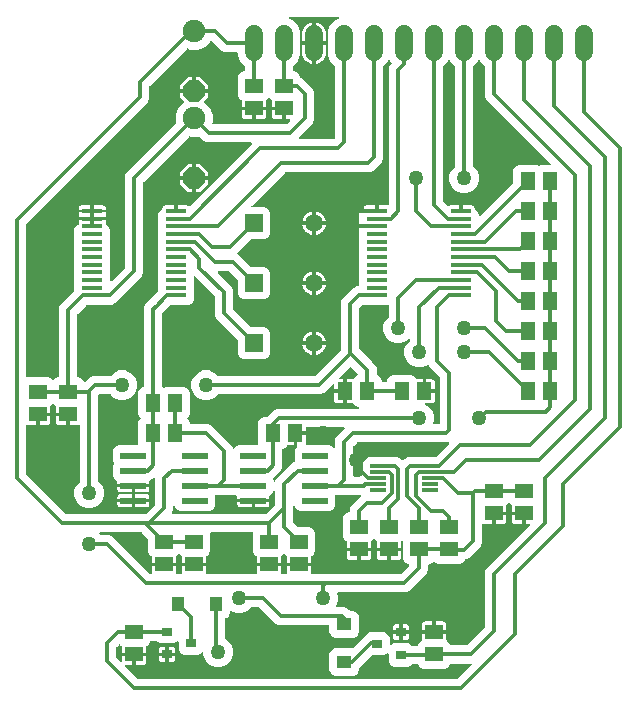
<source format=gbr>
G04 EAGLE Gerber RS-274X export*
G75*
%MOMM*%
%FSLAX34Y34*%
%LPD*%
%INTop Copper*%
%IPPOS*%
%AMOC8*
5,1,8,0,0,1.08239X$1,22.5*%
G01*
%ADD10R,1.300000X1.500000*%
%ADD11R,1.270000X1.120000*%
%ADD12R,1.508000X1.508000*%
%ADD13C,1.508000*%
%ADD14R,1.120000X1.270000*%
%ADD15R,2.200000X0.600000*%
%ADD16R,1.400000X0.300000*%
%ADD17R,1.500000X1.300000*%
%ADD18R,0.889000X0.787400*%
%ADD19C,1.524000*%
%ADD20C,1.905000*%
%ADD21P,2.061953X8X292.500000*%
%ADD22R,1.800000X0.450000*%
%ADD23C,0.330200*%
%ADD24C,1.275000*%
%ADD25C,0.330200*%

G36*
X211200Y215621D02*
X211200Y215621D01*
X211252Y215619D01*
X211321Y215639D01*
X211392Y215649D01*
X211439Y215673D01*
X211489Y215688D01*
X211548Y215728D01*
X211612Y215761D01*
X211648Y215798D01*
X211691Y215828D01*
X211734Y215885D01*
X211784Y215937D01*
X211807Y215979D01*
X213546Y217719D01*
X215787Y218647D01*
X231278Y218647D01*
X231323Y218654D01*
X231369Y218652D01*
X231444Y218674D01*
X231521Y218686D01*
X231561Y218708D01*
X231605Y218721D01*
X231669Y218765D01*
X231738Y218802D01*
X231770Y218835D01*
X231807Y218861D01*
X231854Y218924D01*
X231907Y218980D01*
X231927Y219022D01*
X231954Y219058D01*
X231978Y219132D01*
X232011Y219203D01*
X232016Y219249D01*
X232030Y219292D01*
X232029Y219370D01*
X232038Y219447D01*
X232028Y219492D01*
X232028Y219538D01*
X231990Y219670D01*
X231986Y219688D01*
X231983Y219692D01*
X231981Y219699D01*
X231903Y219887D01*
X231903Y237313D01*
X232831Y239554D01*
X234546Y241269D01*
X236787Y242197D01*
X239204Y242197D01*
X239295Y242211D01*
X239386Y242219D01*
X239415Y242231D01*
X239447Y242236D01*
X239528Y242279D01*
X239612Y242315D01*
X239644Y242341D01*
X239665Y242352D01*
X239687Y242375D01*
X239743Y242420D01*
X240218Y242895D01*
X242905Y245582D01*
X245191Y247868D01*
X248039Y249048D01*
X316579Y249048D01*
X316675Y249063D01*
X316772Y249073D01*
X316796Y249083D01*
X316822Y249087D01*
X316908Y249133D01*
X316997Y249173D01*
X317016Y249190D01*
X317039Y249203D01*
X317106Y249273D01*
X317178Y249339D01*
X317191Y249362D01*
X317209Y249381D01*
X317250Y249469D01*
X317297Y249555D01*
X317301Y249580D01*
X317312Y249604D01*
X317323Y249701D01*
X317340Y249797D01*
X317336Y249823D01*
X317339Y249848D01*
X317319Y249944D01*
X317304Y250040D01*
X317293Y250063D01*
X317287Y250089D01*
X317237Y250172D01*
X317193Y250259D01*
X317174Y250278D01*
X317161Y250300D01*
X317087Y250363D01*
X317017Y250431D01*
X316989Y250447D01*
X316974Y250460D01*
X316943Y250472D01*
X316870Y250512D01*
X314506Y251491D01*
X312791Y253206D01*
X312608Y253649D01*
X312546Y253749D01*
X312486Y253849D01*
X312482Y253853D01*
X312478Y253858D01*
X312388Y253933D01*
X312300Y254009D01*
X312294Y254011D01*
X312289Y254015D01*
X312181Y254057D01*
X312071Y254101D01*
X312064Y254102D01*
X312059Y254103D01*
X312041Y254104D01*
X311905Y254119D01*
X306983Y254119D01*
X306983Y263398D01*
X306980Y263418D01*
X306982Y263437D01*
X306960Y263539D01*
X306943Y263641D01*
X306934Y263658D01*
X306930Y263678D01*
X306877Y263767D01*
X306828Y263858D01*
X306814Y263872D01*
X306804Y263889D01*
X306725Y263956D01*
X306650Y264027D01*
X306632Y264036D01*
X306617Y264049D01*
X306521Y264087D01*
X306427Y264131D01*
X306407Y264133D01*
X306389Y264141D01*
X306222Y264159D01*
X305459Y264159D01*
X305459Y264161D01*
X306222Y264161D01*
X306242Y264164D01*
X306261Y264162D01*
X306363Y264184D01*
X306465Y264201D01*
X306482Y264210D01*
X306502Y264214D01*
X306591Y264267D01*
X306682Y264316D01*
X306696Y264330D01*
X306713Y264340D01*
X306780Y264419D01*
X306851Y264494D01*
X306860Y264512D01*
X306873Y264527D01*
X306912Y264623D01*
X306955Y264717D01*
X306957Y264737D01*
X306965Y264755D01*
X306983Y264922D01*
X306983Y274201D01*
X311905Y274201D01*
X312019Y274220D01*
X312136Y274237D01*
X312141Y274239D01*
X312147Y274240D01*
X312250Y274295D01*
X312355Y274348D01*
X312359Y274353D01*
X312365Y274356D01*
X312445Y274440D01*
X312527Y274524D01*
X312531Y274530D01*
X312534Y274534D01*
X312542Y274551D01*
X312608Y274671D01*
X312791Y275114D01*
X314506Y276829D01*
X316242Y277548D01*
X316342Y277609D01*
X316442Y277669D01*
X316446Y277674D01*
X316451Y277677D01*
X316526Y277768D01*
X316602Y277856D01*
X316604Y277862D01*
X316608Y277867D01*
X316650Y277975D01*
X316694Y278084D01*
X316695Y278092D01*
X316696Y278096D01*
X316697Y278115D01*
X316712Y278251D01*
X316712Y278415D01*
X316698Y278505D01*
X316690Y278596D01*
X316678Y278626D01*
X316673Y278658D01*
X316630Y278739D01*
X316594Y278823D01*
X316568Y278855D01*
X316557Y278876D01*
X316534Y278898D01*
X316489Y278954D01*
X310723Y284720D01*
X310707Y284731D01*
X310695Y284747D01*
X310607Y284803D01*
X310524Y284863D01*
X310505Y284869D01*
X310488Y284880D01*
X310387Y284905D01*
X310288Y284936D01*
X310269Y284935D01*
X310249Y284940D01*
X310146Y284932D01*
X310043Y284929D01*
X310024Y284922D01*
X310004Y284921D01*
X309909Y284881D01*
X309812Y284845D01*
X309796Y284832D01*
X309778Y284825D01*
X309647Y284720D01*
X300427Y275500D01*
X300385Y275442D01*
X300336Y275390D01*
X300314Y275343D01*
X300284Y275301D01*
X300263Y275232D01*
X300232Y275167D01*
X300227Y275115D01*
X300211Y275065D01*
X300213Y274994D01*
X300205Y274923D01*
X300216Y274872D01*
X300218Y274820D01*
X300242Y274752D01*
X300258Y274682D01*
X300284Y274637D01*
X300302Y274589D01*
X300347Y274533D01*
X300384Y274471D01*
X300423Y274437D01*
X300456Y274397D01*
X300516Y274358D01*
X300571Y274311D01*
X300619Y274292D01*
X300663Y274264D01*
X300732Y274246D01*
X300799Y274219D01*
X300870Y274211D01*
X300901Y274203D01*
X300925Y274205D01*
X300965Y274201D01*
X303937Y274201D01*
X303937Y265683D01*
X296419Y265683D01*
X296419Y269655D01*
X296408Y269725D01*
X296406Y269797D01*
X296388Y269846D01*
X296380Y269897D01*
X296346Y269961D01*
X296321Y270028D01*
X296289Y270069D01*
X296264Y270115D01*
X296212Y270164D01*
X296168Y270220D01*
X296124Y270248D01*
X296086Y270284D01*
X296021Y270314D01*
X295961Y270353D01*
X295910Y270366D01*
X295863Y270388D01*
X295792Y270396D01*
X295722Y270413D01*
X295670Y270409D01*
X295619Y270415D01*
X295548Y270399D01*
X295477Y270394D01*
X295429Y270374D01*
X295378Y270362D01*
X295317Y270326D01*
X295251Y270298D01*
X295195Y270253D01*
X295167Y270236D01*
X295152Y270219D01*
X295120Y270193D01*
X289885Y264958D01*
X287599Y262672D01*
X284751Y261492D01*
X198165Y261492D01*
X198075Y261478D01*
X197984Y261470D01*
X197955Y261458D01*
X197923Y261453D01*
X197842Y261410D01*
X197758Y261374D01*
X197726Y261348D01*
X197705Y261337D01*
X197683Y261314D01*
X197627Y261269D01*
X195025Y258667D01*
X190441Y256768D01*
X185479Y256768D01*
X180895Y258667D01*
X177387Y262175D01*
X175488Y266759D01*
X175488Y271721D01*
X177387Y276305D01*
X180895Y279813D01*
X185479Y281712D01*
X190441Y281712D01*
X195025Y279813D01*
X197627Y277211D01*
X197701Y277158D01*
X197770Y277098D01*
X197801Y277086D01*
X197827Y277067D01*
X197914Y277040D01*
X197999Y277006D01*
X198040Y277002D01*
X198062Y276995D01*
X198094Y276996D01*
X198165Y276988D01*
X279685Y276988D01*
X279776Y277002D01*
X279866Y277010D01*
X279896Y277022D01*
X279928Y277027D01*
X280009Y277070D01*
X280093Y277106D01*
X280125Y277132D01*
X280146Y277143D01*
X280147Y277144D01*
X280168Y277166D01*
X280224Y277211D01*
X301909Y298896D01*
X301962Y298970D01*
X302022Y299040D01*
X302034Y299070D01*
X302053Y299096D01*
X302080Y299183D01*
X302114Y299268D01*
X302118Y299309D01*
X302125Y299331D01*
X302124Y299363D01*
X302132Y299435D01*
X302132Y339361D01*
X303312Y342209D01*
X312921Y351818D01*
X315769Y352998D01*
X316942Y352998D01*
X316962Y353001D01*
X316981Y352999D01*
X317083Y353021D01*
X317185Y353037D01*
X317202Y353047D01*
X317222Y353051D01*
X317311Y353104D01*
X317402Y353153D01*
X317416Y353167D01*
X317433Y353177D01*
X317500Y353256D01*
X317572Y353331D01*
X317580Y353349D01*
X317593Y353364D01*
X317632Y353460D01*
X317675Y353554D01*
X317677Y353574D01*
X317685Y353592D01*
X317703Y353759D01*
X317703Y400713D01*
X318631Y402954D01*
X318890Y403212D01*
X318901Y403228D01*
X318917Y403240D01*
X318973Y403328D01*
X319033Y403411D01*
X319039Y403430D01*
X319050Y403447D01*
X319075Y403548D01*
X319106Y403647D01*
X319105Y403667D01*
X319110Y403686D01*
X319102Y403789D01*
X319099Y403892D01*
X319092Y403911D01*
X319091Y403931D01*
X319050Y404026D01*
X319015Y404123D01*
X319002Y404139D01*
X318994Y404157D01*
X318890Y404288D01*
X318631Y404546D01*
X317703Y406787D01*
X317703Y413713D01*
X318631Y415954D01*
X320346Y417669D01*
X320789Y417852D01*
X320889Y417914D01*
X320989Y417974D01*
X320993Y417978D01*
X320998Y417982D01*
X321073Y418072D01*
X321149Y418160D01*
X321151Y418166D01*
X321155Y418171D01*
X321197Y418279D01*
X321241Y418389D01*
X321242Y418396D01*
X321243Y418401D01*
X321244Y418419D01*
X321259Y418555D01*
X321259Y419334D01*
X321432Y419981D01*
X321767Y420560D01*
X322240Y421033D01*
X322819Y421368D01*
X323466Y421541D01*
X331676Y421541D01*
X331676Y419358D01*
X331679Y419338D01*
X331677Y419319D01*
X331699Y419217D01*
X331715Y419115D01*
X331725Y419098D01*
X331729Y419078D01*
X331782Y418989D01*
X331831Y418898D01*
X331845Y418884D01*
X331855Y418867D01*
X331934Y418800D01*
X332009Y418728D01*
X332027Y418720D01*
X332042Y418707D01*
X332138Y418668D01*
X332232Y418625D01*
X332252Y418623D01*
X332270Y418615D01*
X332437Y418597D01*
X333163Y418597D01*
X333183Y418600D01*
X333202Y418598D01*
X333304Y418620D01*
X333406Y418636D01*
X333423Y418646D01*
X333443Y418650D01*
X333532Y418703D01*
X333623Y418752D01*
X333637Y418766D01*
X333654Y418776D01*
X333721Y418855D01*
X333793Y418930D01*
X333801Y418948D01*
X333814Y418963D01*
X333853Y419059D01*
X333896Y419153D01*
X333898Y419173D01*
X333906Y419191D01*
X333924Y419358D01*
X333924Y421541D01*
X342011Y421541D01*
X342031Y421544D01*
X342050Y421542D01*
X342152Y421564D01*
X342254Y421580D01*
X342271Y421590D01*
X342291Y421594D01*
X342380Y421647D01*
X342471Y421696D01*
X342485Y421710D01*
X342502Y421720D01*
X342569Y421799D01*
X342641Y421874D01*
X342649Y421892D01*
X342662Y421907D01*
X342701Y422003D01*
X342744Y422097D01*
X342746Y422117D01*
X342754Y422135D01*
X342772Y422302D01*
X342772Y537481D01*
X343952Y540329D01*
X344964Y541341D01*
X344976Y541357D01*
X344991Y541370D01*
X345047Y541457D01*
X345108Y541541D01*
X345113Y541560D01*
X345124Y541577D01*
X345150Y541677D01*
X345180Y541776D01*
X345179Y541796D01*
X345184Y541815D01*
X345176Y541918D01*
X345174Y542022D01*
X345167Y542040D01*
X345165Y542060D01*
X345125Y542155D01*
X345089Y542253D01*
X345077Y542268D01*
X345069Y542287D01*
X344985Y542392D01*
X344983Y542395D01*
X344981Y542397D01*
X344964Y542418D01*
X343972Y543410D01*
X343603Y544299D01*
X343566Y544360D01*
X343536Y544425D01*
X343501Y544464D01*
X343474Y544508D01*
X343418Y544554D01*
X343370Y544607D01*
X343324Y544632D01*
X343284Y544665D01*
X343217Y544691D01*
X343154Y544725D01*
X343103Y544734D01*
X343055Y544753D01*
X342983Y544756D01*
X342912Y544769D01*
X342861Y544761D01*
X342809Y544763D01*
X342740Y544744D01*
X342669Y544733D01*
X342623Y544709D01*
X342573Y544695D01*
X342514Y544654D01*
X342450Y544622D01*
X342413Y544584D01*
X342371Y544555D01*
X342328Y544497D01*
X342278Y544446D01*
X342243Y544383D01*
X342224Y544357D01*
X342216Y544335D01*
X342197Y544299D01*
X341828Y543410D01*
X338171Y539752D01*
X338118Y539678D01*
X338058Y539609D01*
X338046Y539579D01*
X338027Y539553D01*
X338000Y539465D01*
X337966Y539381D01*
X337962Y539340D01*
X337955Y539317D01*
X337956Y539285D01*
X337948Y539214D01*
X337948Y460739D01*
X336768Y457891D01*
X329509Y450632D01*
X326661Y449452D01*
X254985Y449452D01*
X254894Y449438D01*
X254804Y449430D01*
X254774Y449418D01*
X254742Y449413D01*
X254661Y449370D01*
X254577Y449334D01*
X254545Y449308D01*
X254524Y449297D01*
X254502Y449274D01*
X254446Y449229D01*
X226553Y421336D01*
X226511Y421278D01*
X226462Y421226D01*
X226440Y421179D01*
X226410Y421137D01*
X226389Y421068D01*
X226358Y421003D01*
X226353Y420951D01*
X226337Y420901D01*
X226339Y420830D01*
X226331Y420759D01*
X226342Y420708D01*
X226344Y420656D01*
X226368Y420588D01*
X226384Y420518D01*
X226410Y420473D01*
X226428Y420425D01*
X226473Y420369D01*
X226510Y420307D01*
X226549Y420273D01*
X226582Y420233D01*
X226642Y420194D01*
X226697Y420147D01*
X226745Y420128D01*
X226789Y420100D01*
X226858Y420082D01*
X226925Y420055D01*
X226996Y420047D01*
X227027Y420039D01*
X227051Y420041D01*
X227091Y420037D01*
X237253Y420037D01*
X239494Y419109D01*
X241209Y417394D01*
X242137Y415153D01*
X242137Y397647D01*
X241209Y395406D01*
X239494Y393691D01*
X237253Y392763D01*
X226136Y392763D01*
X226045Y392749D01*
X225955Y392741D01*
X225925Y392729D01*
X225893Y392724D01*
X225812Y392681D01*
X225728Y392645D01*
X225696Y392619D01*
X225675Y392608D01*
X225653Y392585D01*
X225597Y392540D01*
X214427Y381370D01*
X214400Y381333D01*
X214366Y381302D01*
X214329Y381233D01*
X214283Y381170D01*
X214270Y381126D01*
X214248Y381086D01*
X214234Y381009D01*
X214211Y380935D01*
X214212Y380889D01*
X214204Y380844D01*
X214215Y380767D01*
X214217Y380689D01*
X214233Y380646D01*
X214240Y380601D01*
X214275Y380531D01*
X214302Y380458D01*
X214331Y380422D01*
X214351Y380381D01*
X214407Y380327D01*
X214456Y380266D01*
X214494Y380241D01*
X214527Y380209D01*
X214647Y380143D01*
X214662Y380133D01*
X214667Y380132D01*
X214674Y380128D01*
X215109Y379948D01*
X225597Y369460D01*
X225671Y369407D01*
X225741Y369347D01*
X225771Y369335D01*
X225797Y369316D01*
X225884Y369289D01*
X225969Y369255D01*
X226010Y369251D01*
X226032Y369244D01*
X226064Y369245D01*
X226136Y369237D01*
X237253Y369237D01*
X239494Y368309D01*
X241209Y366594D01*
X242137Y364353D01*
X242137Y346847D01*
X241209Y344606D01*
X239494Y342891D01*
X237253Y341963D01*
X219747Y341963D01*
X217506Y342891D01*
X215791Y344606D01*
X214863Y346847D01*
X214863Y357964D01*
X214849Y358055D01*
X214841Y358145D01*
X214829Y358175D01*
X214824Y358207D01*
X214781Y358288D01*
X214745Y358372D01*
X214719Y358404D01*
X214708Y358425D01*
X214685Y358447D01*
X214640Y358503D01*
X207734Y365409D01*
X207660Y365462D01*
X207590Y365522D01*
X207560Y365534D01*
X207534Y365553D01*
X207447Y365580D01*
X207362Y365614D01*
X207321Y365618D01*
X207299Y365625D01*
X207267Y365624D01*
X207195Y365632D01*
X198342Y365632D01*
X198272Y365621D01*
X198200Y365619D01*
X198151Y365601D01*
X198100Y365593D01*
X198036Y365559D01*
X197969Y365534D01*
X197928Y365502D01*
X197882Y365477D01*
X197833Y365425D01*
X197777Y365381D01*
X197749Y365337D01*
X197713Y365299D01*
X197683Y365234D01*
X197644Y365174D01*
X197631Y365123D01*
X197609Y365076D01*
X197601Y365005D01*
X197584Y364935D01*
X197588Y364883D01*
X197582Y364832D01*
X197598Y364761D01*
X197603Y364690D01*
X197623Y364642D01*
X197635Y364591D01*
X197671Y364530D01*
X197699Y364464D01*
X197744Y364408D01*
X197761Y364380D01*
X197778Y364365D01*
X197804Y364333D01*
X209768Y352369D01*
X210948Y349521D01*
X210948Y333625D01*
X210962Y333534D01*
X210970Y333444D01*
X210982Y333414D01*
X210987Y333382D01*
X211030Y333301D01*
X211066Y333217D01*
X211092Y333185D01*
X211103Y333164D01*
X211126Y333142D01*
X211171Y333086D01*
X225597Y318660D01*
X225671Y318607D01*
X225741Y318547D01*
X225771Y318535D01*
X225797Y318516D01*
X225884Y318489D01*
X225969Y318455D01*
X226010Y318451D01*
X226032Y318444D01*
X226064Y318445D01*
X226136Y318437D01*
X237253Y318437D01*
X239494Y317509D01*
X241209Y315794D01*
X242137Y313553D01*
X242137Y296047D01*
X241209Y293806D01*
X239494Y292091D01*
X237253Y291163D01*
X219747Y291163D01*
X217506Y292091D01*
X215791Y293806D01*
X214863Y296047D01*
X214863Y307164D01*
X214849Y307255D01*
X214841Y307345D01*
X214829Y307375D01*
X214824Y307407D01*
X214781Y307488D01*
X214745Y307572D01*
X214719Y307604D01*
X214708Y307625D01*
X214685Y307647D01*
X214640Y307703D01*
X196632Y325711D01*
X195452Y328559D01*
X195452Y344455D01*
X195438Y344546D01*
X195430Y344636D01*
X195418Y344666D01*
X195413Y344698D01*
X195370Y344779D01*
X195334Y344863D01*
X195308Y344895D01*
X195297Y344916D01*
X195274Y344938D01*
X195229Y344994D01*
X178896Y361327D01*
X178838Y361369D01*
X178786Y361418D01*
X178739Y361440D01*
X178697Y361470D01*
X178628Y361491D01*
X178563Y361522D01*
X178511Y361527D01*
X178461Y361543D01*
X178390Y361541D01*
X178319Y361549D01*
X178268Y361538D01*
X178216Y361536D01*
X178148Y361512D01*
X178078Y361496D01*
X178033Y361470D01*
X177985Y361452D01*
X177929Y361407D01*
X177867Y361370D01*
X177833Y361331D01*
X177793Y361298D01*
X177754Y361238D01*
X177707Y361183D01*
X177688Y361135D01*
X177660Y361091D01*
X177642Y361022D01*
X177615Y360955D01*
X177607Y360884D01*
X177599Y360853D01*
X177601Y360829D01*
X177597Y360789D01*
X177597Y341787D01*
X176669Y339546D01*
X174954Y337831D01*
X172713Y336903D01*
X157676Y336903D01*
X157585Y336889D01*
X157494Y336881D01*
X157465Y336869D01*
X157433Y336864D01*
X157352Y336821D01*
X157268Y336785D01*
X157236Y336759D01*
X157215Y336748D01*
X157193Y336725D01*
X157137Y336680D01*
X156682Y336225D01*
X150871Y330414D01*
X150818Y330340D01*
X150758Y330270D01*
X150746Y330240D01*
X150727Y330214D01*
X150700Y330127D01*
X150666Y330042D01*
X150662Y330001D01*
X150655Y329979D01*
X150656Y329947D01*
X150648Y329875D01*
X150648Y268091D01*
X150667Y267976D01*
X150684Y267860D01*
X150686Y267854D01*
X150687Y267848D01*
X150742Y267745D01*
X150795Y267641D01*
X150800Y267636D01*
X150803Y267631D01*
X150887Y267550D01*
X150971Y267468D01*
X150977Y267465D01*
X150981Y267461D01*
X150998Y267453D01*
X151118Y267388D01*
X152109Y266977D01*
X152198Y266956D01*
X152284Y266928D01*
X152317Y266928D01*
X152348Y266921D01*
X152439Y266929D01*
X152530Y266930D01*
X152570Y266942D01*
X152593Y266944D01*
X152622Y266957D01*
X152691Y266977D01*
X154187Y267597D01*
X169613Y267597D01*
X171854Y266669D01*
X173569Y264954D01*
X174497Y262713D01*
X174497Y245287D01*
X173569Y243046D01*
X172360Y241838D01*
X172349Y241822D01*
X172333Y241810D01*
X172277Y241722D01*
X172217Y241639D01*
X172211Y241620D01*
X172200Y241603D01*
X172175Y241502D01*
X172144Y241403D01*
X172145Y241384D01*
X172140Y241364D01*
X172148Y241261D01*
X172151Y241158D01*
X172158Y241139D01*
X172159Y241119D01*
X172200Y241024D01*
X172235Y240927D01*
X172248Y240911D01*
X172256Y240893D01*
X172360Y240762D01*
X173569Y239554D01*
X174497Y237313D01*
X174497Y237109D01*
X174500Y237089D01*
X174498Y237070D01*
X174520Y236968D01*
X174536Y236866D01*
X174546Y236849D01*
X174550Y236829D01*
X174603Y236740D01*
X174652Y236649D01*
X174666Y236635D01*
X174676Y236618D01*
X174755Y236551D01*
X174830Y236479D01*
X174848Y236471D01*
X174863Y236458D01*
X174959Y236419D01*
X175053Y236376D01*
X175073Y236374D01*
X175091Y236366D01*
X175258Y236348D01*
X189501Y236348D01*
X192349Y235168D01*
X209768Y217749D01*
X210458Y216083D01*
X210496Y216022D01*
X210525Y215957D01*
X210560Y215919D01*
X210588Y215874D01*
X210643Y215829D01*
X210691Y215776D01*
X210737Y215751D01*
X210777Y215718D01*
X210844Y215692D01*
X210907Y215657D01*
X210958Y215648D01*
X211007Y215629D01*
X211078Y215626D01*
X211149Y215614D01*
X211200Y215621D01*
G37*
G36*
X400426Y20462D02*
X400426Y20462D01*
X400516Y20470D01*
X400546Y20482D01*
X400578Y20487D01*
X400659Y20530D01*
X400743Y20566D01*
X400775Y20592D01*
X400796Y20603D01*
X400818Y20626D01*
X400874Y20671D01*
X412456Y32253D01*
X412498Y32311D01*
X412547Y32363D01*
X412569Y32410D01*
X412599Y32452D01*
X412620Y32521D01*
X412651Y32586D01*
X412656Y32638D01*
X412672Y32688D01*
X412670Y32759D01*
X412678Y32830D01*
X412667Y32881D01*
X412665Y32933D01*
X412641Y33001D01*
X412625Y33071D01*
X412599Y33116D01*
X412581Y33164D01*
X412536Y33220D01*
X412499Y33282D01*
X412460Y33316D01*
X412427Y33356D01*
X412367Y33395D01*
X412312Y33442D01*
X412264Y33461D01*
X412220Y33489D01*
X412151Y33507D01*
X412084Y33534D01*
X412013Y33542D01*
X411982Y33550D01*
X411958Y33548D01*
X411918Y33552D01*
X395091Y33552D01*
X394976Y33533D01*
X394860Y33516D01*
X394854Y33514D01*
X394848Y33513D01*
X394745Y33458D01*
X394641Y33405D01*
X394636Y33400D01*
X394631Y33397D01*
X394551Y33313D01*
X394468Y33229D01*
X394465Y33223D01*
X394461Y33219D01*
X394454Y33202D01*
X394388Y33082D01*
X393669Y31346D01*
X391954Y29631D01*
X389713Y28703D01*
X372287Y28703D01*
X370046Y29631D01*
X368331Y31346D01*
X367781Y32676D01*
X367719Y32776D01*
X367659Y32876D01*
X367654Y32880D01*
X367651Y32885D01*
X367561Y32960D01*
X367472Y33036D01*
X367466Y33038D01*
X367462Y33042D01*
X367353Y33084D01*
X367244Y33128D01*
X367236Y33129D01*
X367232Y33130D01*
X367214Y33131D01*
X367077Y33146D01*
X362632Y33146D01*
X362542Y33132D01*
X362451Y33124D01*
X362421Y33112D01*
X362389Y33107D01*
X362308Y33064D01*
X362224Y33028D01*
X362192Y33002D01*
X362172Y32991D01*
X362149Y32968D01*
X362093Y32923D01*
X360959Y31788D01*
X358718Y30860D01*
X347402Y30860D01*
X345161Y31788D01*
X343446Y33503D01*
X342518Y35744D01*
X342518Y41482D01*
X342507Y41553D01*
X342505Y41625D01*
X342487Y41674D01*
X342479Y41725D01*
X342445Y41788D01*
X342420Y41856D01*
X342388Y41896D01*
X342363Y41943D01*
X342311Y41992D01*
X342267Y42048D01*
X342223Y42076D01*
X342185Y42112D01*
X342120Y42142D01*
X342060Y42181D01*
X342009Y42194D01*
X341962Y42216D01*
X341891Y42223D01*
X341821Y42241D01*
X341769Y42237D01*
X341718Y42243D01*
X341647Y42227D01*
X341576Y42222D01*
X341528Y42201D01*
X341477Y42190D01*
X341416Y42154D01*
X341350Y42125D01*
X341294Y42081D01*
X341266Y42064D01*
X341251Y42046D01*
X341219Y42021D01*
X340638Y41440D01*
X338398Y40512D01*
X328645Y40512D01*
X328554Y40498D01*
X328464Y40490D01*
X328434Y40478D01*
X328402Y40473D01*
X328321Y40430D01*
X328237Y40394D01*
X328205Y40368D01*
X328184Y40357D01*
X328162Y40334D01*
X328106Y40289D01*
X317470Y29653D01*
X317417Y29579D01*
X317357Y29509D01*
X317345Y29479D01*
X317326Y29453D01*
X317299Y29366D01*
X317265Y29281D01*
X317261Y29240D01*
X317254Y29218D01*
X317255Y29186D01*
X317247Y29114D01*
X317247Y27987D01*
X316319Y25746D01*
X314604Y24031D01*
X312363Y23103D01*
X297237Y23103D01*
X294996Y24031D01*
X293281Y25746D01*
X292353Y27987D01*
X292353Y41613D01*
X293281Y43854D01*
X294996Y45569D01*
X297237Y46497D01*
X312084Y46497D01*
X312175Y46511D01*
X312265Y46519D01*
X312295Y46531D01*
X312327Y46536D01*
X312408Y46579D01*
X312492Y46615D01*
X312524Y46641D01*
X312545Y46652D01*
X312567Y46675D01*
X312623Y46720D01*
X322515Y56612D01*
X322553Y56665D01*
X322599Y56712D01*
X322639Y56785D01*
X322659Y56812D01*
X322664Y56830D01*
X322680Y56859D01*
X323126Y57937D01*
X324841Y59652D01*
X327082Y60580D01*
X338398Y60580D01*
X340639Y59652D01*
X342354Y57937D01*
X343282Y55696D01*
X343282Y49958D01*
X343293Y49887D01*
X343295Y49815D01*
X343313Y49766D01*
X343321Y49715D01*
X343355Y49652D01*
X343380Y49584D01*
X343412Y49544D01*
X343437Y49497D01*
X343489Y49448D01*
X343533Y49392D01*
X343577Y49364D01*
X343615Y49328D01*
X343680Y49298D01*
X343740Y49259D01*
X343791Y49246D01*
X343838Y49224D01*
X343909Y49217D01*
X343979Y49199D01*
X344031Y49203D01*
X344082Y49197D01*
X344153Y49213D01*
X344224Y49218D01*
X344272Y49239D01*
X344323Y49250D01*
X344384Y49286D01*
X344450Y49315D01*
X344506Y49359D01*
X344534Y49376D01*
X344549Y49394D01*
X344581Y49419D01*
X345162Y50000D01*
X347402Y50928D01*
X358718Y50928D01*
X360959Y50000D01*
X362093Y48865D01*
X362167Y48812D01*
X362237Y48752D01*
X362267Y48740D01*
X362293Y48721D01*
X362380Y48694D01*
X362465Y48660D01*
X362506Y48656D01*
X362528Y48649D01*
X362560Y48650D01*
X362632Y48642D01*
X366741Y48642D01*
X366856Y48661D01*
X366972Y48678D01*
X366978Y48680D01*
X366984Y48681D01*
X367086Y48736D01*
X367191Y48789D01*
X367196Y48794D01*
X367201Y48797D01*
X367281Y48881D01*
X367363Y48965D01*
X367367Y48971D01*
X367370Y48975D01*
X367378Y48992D01*
X367444Y49112D01*
X368331Y51254D01*
X370046Y52969D01*
X370489Y53152D01*
X370589Y53214D01*
X370689Y53274D01*
X370693Y53278D01*
X370698Y53282D01*
X370773Y53372D01*
X370849Y53460D01*
X370851Y53466D01*
X370855Y53471D01*
X370897Y53579D01*
X370941Y53689D01*
X370942Y53696D01*
X370943Y53701D01*
X370944Y53719D01*
X370959Y53855D01*
X370959Y58777D01*
X380238Y58777D01*
X380258Y58780D01*
X380277Y58778D01*
X380379Y58800D01*
X380481Y58817D01*
X380498Y58826D01*
X380518Y58830D01*
X380607Y58883D01*
X380698Y58932D01*
X380712Y58946D01*
X380729Y58956D01*
X380796Y59035D01*
X380867Y59110D01*
X380876Y59128D01*
X380889Y59143D01*
X380928Y59239D01*
X380971Y59333D01*
X380973Y59353D01*
X380981Y59371D01*
X380999Y59538D01*
X380999Y60301D01*
X381001Y60301D01*
X381001Y59538D01*
X381004Y59518D01*
X381002Y59499D01*
X381024Y59397D01*
X381041Y59295D01*
X381050Y59278D01*
X381054Y59258D01*
X381107Y59169D01*
X381156Y59078D01*
X381170Y59064D01*
X381180Y59047D01*
X381259Y58980D01*
X381334Y58909D01*
X381352Y58900D01*
X381367Y58887D01*
X381463Y58848D01*
X381557Y58805D01*
X381577Y58803D01*
X381595Y58795D01*
X381762Y58777D01*
X391041Y58777D01*
X391041Y53855D01*
X391060Y53741D01*
X391077Y53624D01*
X391079Y53619D01*
X391080Y53613D01*
X391135Y53510D01*
X391188Y53405D01*
X391193Y53401D01*
X391196Y53395D01*
X391280Y53315D01*
X391364Y53233D01*
X391370Y53229D01*
X391374Y53226D01*
X391391Y53218D01*
X391511Y53152D01*
X391954Y52969D01*
X393669Y51254D01*
X394388Y49518D01*
X394450Y49417D01*
X394509Y49318D01*
X394514Y49314D01*
X394517Y49309D01*
X394608Y49234D01*
X394696Y49158D01*
X394702Y49156D01*
X394707Y49152D01*
X394815Y49110D01*
X394924Y49066D01*
X394932Y49065D01*
X394936Y49064D01*
X394955Y49063D01*
X395091Y49048D01*
X408615Y49048D01*
X408706Y49062D01*
X408796Y49070D01*
X408826Y49082D01*
X408858Y49087D01*
X408939Y49130D01*
X409023Y49166D01*
X409055Y49192D01*
X409076Y49203D01*
X409098Y49226D01*
X409154Y49271D01*
X423829Y63946D01*
X423882Y64020D01*
X423942Y64090D01*
X423954Y64120D01*
X423973Y64146D01*
X424000Y64233D01*
X424034Y64318D01*
X424038Y64359D01*
X424045Y64381D01*
X424044Y64413D01*
X424052Y64485D01*
X424052Y110761D01*
X425232Y113609D01*
X461963Y150340D01*
X462005Y150398D01*
X462054Y150450D01*
X462076Y150497D01*
X462106Y150539D01*
X462127Y150608D01*
X462158Y150673D01*
X462163Y150725D01*
X462179Y150775D01*
X462177Y150846D01*
X462185Y150917D01*
X462174Y150968D01*
X462172Y151020D01*
X462148Y151088D01*
X462132Y151158D01*
X462106Y151203D01*
X462088Y151251D01*
X462043Y151307D01*
X462006Y151369D01*
X461967Y151403D01*
X461934Y151443D01*
X461874Y151482D01*
X461819Y151529D01*
X461771Y151548D01*
X461727Y151576D01*
X461658Y151594D01*
X461591Y151621D01*
X461520Y151629D01*
X461489Y151637D01*
X461465Y151635D01*
X461425Y151639D01*
X458723Y151639D01*
X458723Y159918D01*
X458720Y159938D01*
X458722Y159957D01*
X458700Y160059D01*
X458683Y160161D01*
X458674Y160178D01*
X458670Y160198D01*
X458617Y160287D01*
X458568Y160378D01*
X458554Y160392D01*
X458544Y160409D01*
X458465Y160476D01*
X458390Y160547D01*
X458372Y160556D01*
X458357Y160569D01*
X458261Y160608D01*
X458167Y160651D01*
X458147Y160653D01*
X458129Y160661D01*
X457962Y160679D01*
X457199Y160679D01*
X457199Y161442D01*
X457196Y161462D01*
X457198Y161481D01*
X457176Y161583D01*
X457159Y161685D01*
X457150Y161702D01*
X457146Y161722D01*
X457093Y161811D01*
X457044Y161902D01*
X457030Y161916D01*
X457020Y161933D01*
X456941Y162000D01*
X456866Y162071D01*
X456848Y162080D01*
X456833Y162093D01*
X456737Y162132D01*
X456643Y162175D01*
X456623Y162177D01*
X456605Y162185D01*
X456438Y162203D01*
X447159Y162203D01*
X447159Y167125D01*
X447140Y167239D01*
X447123Y167356D01*
X447121Y167361D01*
X447120Y167367D01*
X447065Y167470D01*
X447012Y167575D01*
X447007Y167579D01*
X447004Y167585D01*
X446920Y167665D01*
X446836Y167747D01*
X446830Y167751D01*
X446826Y167754D01*
X446809Y167762D01*
X446689Y167828D01*
X446246Y168011D01*
X445038Y169220D01*
X445022Y169231D01*
X445010Y169247D01*
X444922Y169303D01*
X444839Y169363D01*
X444820Y169369D01*
X444803Y169380D01*
X444702Y169405D01*
X444603Y169436D01*
X444584Y169435D01*
X444564Y169440D01*
X444461Y169432D01*
X444358Y169429D01*
X444339Y169422D01*
X444319Y169421D01*
X444224Y169380D01*
X444127Y169345D01*
X444111Y169332D01*
X444093Y169324D01*
X443962Y169220D01*
X442754Y168011D01*
X442311Y167828D01*
X442211Y167766D01*
X442111Y167706D01*
X442107Y167702D01*
X442102Y167698D01*
X442027Y167608D01*
X441951Y167520D01*
X441949Y167514D01*
X441945Y167509D01*
X441903Y167401D01*
X441859Y167291D01*
X441858Y167284D01*
X441857Y167279D01*
X441856Y167261D01*
X441841Y167125D01*
X441841Y162203D01*
X432562Y162203D01*
X432542Y162200D01*
X432523Y162202D01*
X432421Y162180D01*
X432319Y162163D01*
X432302Y162154D01*
X432282Y162150D01*
X432193Y162097D01*
X432102Y162048D01*
X432088Y162034D01*
X432071Y162024D01*
X432004Y161945D01*
X431933Y161870D01*
X431924Y161852D01*
X431911Y161837D01*
X431872Y161741D01*
X431829Y161647D01*
X431827Y161627D01*
X431819Y161609D01*
X431801Y161442D01*
X431801Y160679D01*
X431038Y160679D01*
X431018Y160676D01*
X430999Y160678D01*
X430897Y160656D01*
X430795Y160639D01*
X430778Y160630D01*
X430758Y160626D01*
X430669Y160573D01*
X430578Y160524D01*
X430564Y160510D01*
X430547Y160500D01*
X430480Y160421D01*
X430409Y160346D01*
X430400Y160328D01*
X430387Y160313D01*
X430348Y160217D01*
X430305Y160123D01*
X430303Y160103D01*
X430295Y160085D01*
X430277Y159918D01*
X430277Y151639D01*
X423966Y151639D01*
X423319Y151812D01*
X422910Y152049D01*
X422820Y152083D01*
X422734Y152123D01*
X422706Y152126D01*
X422680Y152136D01*
X422584Y152139D01*
X422490Y152150D01*
X422462Y152144D01*
X422434Y152145D01*
X422342Y152118D01*
X422249Y152098D01*
X422225Y152083D01*
X422198Y152075D01*
X422120Y152020D01*
X422038Y151972D01*
X422020Y151950D01*
X421997Y151934D01*
X421940Y151857D01*
X421910Y151822D01*
X421899Y151811D01*
X421898Y151808D01*
X421878Y151785D01*
X421868Y151758D01*
X421851Y151736D01*
X421822Y151645D01*
X421818Y151636D01*
X421796Y151588D01*
X421795Y151578D01*
X421786Y151556D01*
X421782Y151521D01*
X421776Y151501D01*
X421776Y151469D01*
X421768Y151390D01*
X421768Y135619D01*
X420588Y132771D01*
X410789Y122972D01*
X407941Y121792D01*
X407517Y121792D01*
X407403Y121773D01*
X407287Y121756D01*
X407281Y121754D01*
X407275Y121753D01*
X407172Y121698D01*
X407067Y121645D01*
X407063Y121640D01*
X407057Y121637D01*
X406978Y121553D01*
X406895Y121469D01*
X406891Y121463D01*
X406888Y121459D01*
X406880Y121442D01*
X406814Y121322D01*
X406369Y120246D01*
X404654Y118531D01*
X402413Y117603D01*
X384987Y117603D01*
X382746Y118531D01*
X381538Y119740D01*
X381522Y119751D01*
X381510Y119767D01*
X381422Y119823D01*
X381339Y119883D01*
X381320Y119889D01*
X381303Y119900D01*
X381202Y119925D01*
X381103Y119956D01*
X381084Y119955D01*
X381064Y119960D01*
X380961Y119952D01*
X380858Y119949D01*
X380839Y119942D01*
X380819Y119941D01*
X380724Y119900D01*
X380627Y119865D01*
X380611Y119852D01*
X380593Y119844D01*
X380462Y119740D01*
X379254Y118531D01*
X377013Y117603D01*
X376809Y117603D01*
X376789Y117600D01*
X376770Y117602D01*
X376668Y117580D01*
X376566Y117564D01*
X376549Y117554D01*
X376529Y117550D01*
X376440Y117497D01*
X376349Y117448D01*
X376335Y117434D01*
X376318Y117424D01*
X376251Y117345D01*
X376179Y117270D01*
X376171Y117252D01*
X376158Y117237D01*
X376119Y117141D01*
X376076Y117047D01*
X376074Y117027D01*
X376066Y117009D01*
X376048Y116842D01*
X376048Y112759D01*
X374868Y109911D01*
X359989Y95032D01*
X357141Y93852D01*
X299607Y93852D01*
X299562Y93845D01*
X299516Y93847D01*
X299441Y93825D01*
X299365Y93813D01*
X299324Y93791D01*
X299280Y93778D01*
X299216Y93734D01*
X299147Y93697D01*
X299116Y93664D01*
X299078Y93638D01*
X299031Y93575D01*
X298978Y93519D01*
X298958Y93477D01*
X298931Y93441D01*
X298907Y93367D01*
X298874Y93296D01*
X298869Y93250D01*
X298855Y93207D01*
X298856Y93129D01*
X298847Y93052D01*
X298857Y93007D01*
X298857Y92961D01*
X298895Y92829D01*
X298899Y92811D01*
X298902Y92807D01*
X298904Y92800D01*
X299492Y91381D01*
X299492Y86419D01*
X297852Y82460D01*
X297841Y82416D01*
X297822Y82374D01*
X297814Y82297D01*
X297796Y82221D01*
X297800Y82175D01*
X297795Y82130D01*
X297812Y82053D01*
X297819Y81976D01*
X297837Y81934D01*
X297847Y81889D01*
X297887Y81822D01*
X297919Y81751D01*
X297950Y81717D01*
X297973Y81678D01*
X298033Y81627D01*
X298085Y81570D01*
X298125Y81548D01*
X298160Y81518D01*
X298233Y81489D01*
X298301Y81452D01*
X298346Y81443D01*
X298388Y81426D01*
X298524Y81411D01*
X298543Y81408D01*
X298548Y81409D01*
X298555Y81408D01*
X304561Y81408D01*
X307409Y80228D01*
X308917Y78720D01*
X308991Y78667D01*
X309061Y78607D01*
X309091Y78595D01*
X309117Y78576D01*
X309204Y78549D01*
X309289Y78515D01*
X309330Y78511D01*
X309352Y78504D01*
X309384Y78505D01*
X309456Y78497D01*
X312363Y78497D01*
X314604Y77569D01*
X316319Y75854D01*
X317247Y73613D01*
X317247Y59987D01*
X316319Y57746D01*
X314604Y56031D01*
X312363Y55103D01*
X297237Y55103D01*
X294996Y56031D01*
X293281Y57746D01*
X292353Y59987D01*
X292353Y65151D01*
X292350Y65171D01*
X292352Y65190D01*
X292330Y65292D01*
X292314Y65394D01*
X292304Y65411D01*
X292300Y65431D01*
X292247Y65520D01*
X292198Y65611D01*
X292184Y65625D01*
X292174Y65642D01*
X292095Y65709D01*
X292020Y65781D01*
X292002Y65789D01*
X291987Y65802D01*
X291891Y65841D01*
X291797Y65884D01*
X291777Y65886D01*
X291759Y65894D01*
X291592Y65912D01*
X249919Y65912D01*
X247071Y67092D01*
X233234Y80929D01*
X233160Y80982D01*
X233090Y81042D01*
X233060Y81054D01*
X233034Y81073D01*
X232947Y81100D01*
X232862Y81134D01*
X232821Y81138D01*
X232799Y81145D01*
X232767Y81144D01*
X232695Y81152D01*
X226105Y81152D01*
X226015Y81138D01*
X225924Y81130D01*
X225895Y81118D01*
X225863Y81113D01*
X225782Y81070D01*
X225698Y81034D01*
X225666Y81008D01*
X225645Y80997D01*
X225623Y80974D01*
X225567Y80929D01*
X222965Y78327D01*
X218381Y76428D01*
X213419Y76428D01*
X209089Y78222D01*
X209045Y78232D01*
X209003Y78252D01*
X208926Y78260D01*
X208850Y78278D01*
X208804Y78274D01*
X208759Y78279D01*
X208682Y78262D01*
X208605Y78255D01*
X208563Y78236D01*
X208518Y78226D01*
X208451Y78186D01*
X208380Y78155D01*
X208346Y78124D01*
X208307Y78100D01*
X208256Y78041D01*
X208199Y77988D01*
X208177Y77948D01*
X208147Y77913D01*
X208118Y77841D01*
X208081Y77773D01*
X208072Y77728D01*
X208055Y77685D01*
X208040Y77549D01*
X208037Y77531D01*
X208038Y77526D01*
X208037Y77518D01*
X208037Y76257D01*
X207109Y74016D01*
X205394Y72301D01*
X204558Y71955D01*
X204458Y71893D01*
X204358Y71834D01*
X204354Y71829D01*
X204349Y71826D01*
X204274Y71735D01*
X204198Y71647D01*
X204196Y71641D01*
X204192Y71636D01*
X204150Y71528D01*
X204106Y71419D01*
X204105Y71411D01*
X204104Y71407D01*
X204103Y71388D01*
X204088Y71252D01*
X204088Y54716D01*
X204107Y54601D01*
X204124Y54485D01*
X204126Y54479D01*
X204127Y54473D01*
X204182Y54371D01*
X204235Y54266D01*
X204240Y54261D01*
X204243Y54256D01*
X204327Y54176D01*
X204411Y54094D01*
X204417Y54090D01*
X204421Y54087D01*
X204438Y54079D01*
X204481Y54055D01*
X204483Y54053D01*
X204487Y54052D01*
X204558Y54013D01*
X205185Y53753D01*
X208693Y50245D01*
X210592Y45661D01*
X210592Y40699D01*
X208693Y36115D01*
X205185Y32607D01*
X200601Y30708D01*
X195639Y30708D01*
X191055Y32607D01*
X187547Y36115D01*
X185648Y40699D01*
X185648Y42600D01*
X185637Y42671D01*
X185635Y42743D01*
X185617Y42792D01*
X185609Y42843D01*
X185575Y42906D01*
X185550Y42974D01*
X185518Y43014D01*
X185493Y43061D01*
X185441Y43110D01*
X185397Y43166D01*
X185353Y43194D01*
X185315Y43230D01*
X185250Y43260D01*
X185190Y43299D01*
X185139Y43312D01*
X185092Y43334D01*
X185021Y43341D01*
X184951Y43359D01*
X184899Y43355D01*
X184848Y43361D01*
X184777Y43345D01*
X184706Y43340D01*
X184658Y43319D01*
X184607Y43308D01*
X184546Y43272D01*
X184480Y43243D01*
X184424Y43199D01*
X184396Y43182D01*
X184381Y43164D01*
X184349Y43139D01*
X183159Y41948D01*
X180918Y41020D01*
X169602Y41020D01*
X167361Y41948D01*
X165646Y43663D01*
X164718Y45904D01*
X164718Y51642D01*
X164707Y51713D01*
X164705Y51785D01*
X164687Y51834D01*
X164679Y51885D01*
X164645Y51948D01*
X164620Y52016D01*
X164588Y52056D01*
X164563Y52103D01*
X164511Y52152D01*
X164467Y52208D01*
X164423Y52236D01*
X164385Y52272D01*
X164320Y52302D01*
X164260Y52341D01*
X164209Y52354D01*
X164162Y52376D01*
X164091Y52383D01*
X164021Y52401D01*
X163969Y52397D01*
X163918Y52403D01*
X163847Y52387D01*
X163776Y52382D01*
X163728Y52361D01*
X163677Y52350D01*
X163616Y52314D01*
X163550Y52285D01*
X163494Y52241D01*
X163466Y52224D01*
X163451Y52206D01*
X163419Y52181D01*
X162838Y51600D01*
X160598Y50672D01*
X149282Y50672D01*
X147041Y51600D01*
X146313Y52329D01*
X146239Y52382D01*
X146169Y52442D01*
X146139Y52454D01*
X146113Y52473D01*
X146026Y52500D01*
X145941Y52534D01*
X145900Y52538D01*
X145878Y52545D01*
X145846Y52544D01*
X145774Y52552D01*
X141091Y52552D01*
X140976Y52533D01*
X140860Y52516D01*
X140854Y52514D01*
X140848Y52513D01*
X140745Y52458D01*
X140641Y52405D01*
X140636Y52400D01*
X140631Y52397D01*
X140551Y52313D01*
X140468Y52229D01*
X140465Y52223D01*
X140461Y52219D01*
X140454Y52202D01*
X140388Y52082D01*
X139669Y50346D01*
X137954Y48631D01*
X137511Y48448D01*
X137411Y48386D01*
X137311Y48326D01*
X137307Y48322D01*
X137302Y48318D01*
X137227Y48228D01*
X137151Y48140D01*
X137149Y48134D01*
X137145Y48129D01*
X137103Y48021D01*
X137059Y47911D01*
X137058Y47904D01*
X137057Y47899D01*
X137056Y47881D01*
X137041Y47745D01*
X137041Y42823D01*
X127762Y42823D01*
X127742Y42820D01*
X127723Y42822D01*
X127621Y42800D01*
X127519Y42783D01*
X127502Y42774D01*
X127482Y42770D01*
X127393Y42717D01*
X127302Y42668D01*
X127288Y42654D01*
X127271Y42644D01*
X127204Y42565D01*
X127133Y42490D01*
X127124Y42472D01*
X127111Y42457D01*
X127072Y42361D01*
X127029Y42267D01*
X127027Y42247D01*
X127019Y42229D01*
X127001Y42062D01*
X127001Y41299D01*
X126999Y41299D01*
X126999Y42062D01*
X126996Y42082D01*
X126998Y42101D01*
X126976Y42203D01*
X126959Y42305D01*
X126950Y42322D01*
X126946Y42342D01*
X126893Y42431D01*
X126844Y42522D01*
X126830Y42536D01*
X126820Y42553D01*
X126741Y42620D01*
X126666Y42691D01*
X126648Y42700D01*
X126633Y42713D01*
X126537Y42752D01*
X126443Y42795D01*
X126423Y42797D01*
X126405Y42805D01*
X126238Y42823D01*
X116959Y42823D01*
X116959Y47745D01*
X116940Y47859D01*
X116923Y47976D01*
X116921Y47981D01*
X116920Y47987D01*
X116865Y48090D01*
X116812Y48195D01*
X116807Y48199D01*
X116804Y48205D01*
X116721Y48284D01*
X116636Y48367D01*
X116630Y48371D01*
X116626Y48374D01*
X116609Y48382D01*
X116489Y48448D01*
X116046Y48631D01*
X115026Y49652D01*
X115010Y49664D01*
X114997Y49679D01*
X114910Y49736D01*
X114826Y49796D01*
X114807Y49802D01*
X114790Y49812D01*
X114690Y49838D01*
X114591Y49868D01*
X114571Y49868D01*
X114552Y49872D01*
X114449Y49864D01*
X114345Y49862D01*
X114326Y49855D01*
X114306Y49853D01*
X114212Y49813D01*
X114114Y49777D01*
X114098Y49765D01*
X114080Y49757D01*
X113949Y49652D01*
X112111Y47814D01*
X112058Y47740D01*
X111998Y47670D01*
X111986Y47640D01*
X111967Y47614D01*
X111940Y47527D01*
X111906Y47442D01*
X111902Y47401D01*
X111895Y47379D01*
X111896Y47347D01*
X111888Y47275D01*
X111888Y39085D01*
X111902Y38994D01*
X111910Y38904D01*
X111922Y38874D01*
X111927Y38842D01*
X111970Y38761D01*
X112006Y38677D01*
X112032Y38645D01*
X112043Y38624D01*
X112066Y38602D01*
X112111Y38546D01*
X115660Y34997D01*
X115718Y34955D01*
X115770Y34906D01*
X115817Y34884D01*
X115859Y34854D01*
X115928Y34833D01*
X115993Y34802D01*
X116045Y34797D01*
X116095Y34781D01*
X116166Y34783D01*
X116237Y34775D01*
X116288Y34786D01*
X116340Y34788D01*
X116408Y34812D01*
X116478Y34828D01*
X116522Y34854D01*
X116571Y34872D01*
X116627Y34917D01*
X116689Y34954D01*
X116723Y34993D01*
X116763Y35026D01*
X116802Y35086D01*
X116849Y35141D01*
X116868Y35189D01*
X116896Y35233D01*
X116914Y35302D01*
X116941Y35369D01*
X116949Y35440D01*
X116957Y35471D01*
X116955Y35495D01*
X116959Y35535D01*
X116959Y39777D01*
X125477Y39777D01*
X125477Y32259D01*
X120235Y32259D01*
X120165Y32248D01*
X120093Y32246D01*
X120044Y32228D01*
X119993Y32220D01*
X119929Y32186D01*
X119862Y32161D01*
X119821Y32129D01*
X119775Y32104D01*
X119726Y32052D01*
X119670Y32008D01*
X119642Y31964D01*
X119606Y31926D01*
X119576Y31861D01*
X119537Y31801D01*
X119524Y31750D01*
X119502Y31703D01*
X119494Y31632D01*
X119477Y31562D01*
X119481Y31510D01*
X119475Y31459D01*
X119491Y31388D01*
X119496Y31317D01*
X119516Y31269D01*
X119528Y31218D01*
X119564Y31157D01*
X119592Y31091D01*
X119637Y31035D01*
X119654Y31007D01*
X119671Y30992D01*
X119697Y30960D01*
X129986Y20671D01*
X130060Y20618D01*
X130130Y20558D01*
X130160Y20546D01*
X130186Y20527D01*
X130273Y20500D01*
X130358Y20466D01*
X130399Y20462D01*
X130421Y20455D01*
X130453Y20456D01*
X130525Y20448D01*
X400335Y20448D01*
X400426Y20462D01*
G37*
G36*
X136266Y160162D02*
X136266Y160162D01*
X136356Y160170D01*
X136386Y160182D01*
X136418Y160187D01*
X136499Y160230D01*
X136583Y160266D01*
X136615Y160292D01*
X136636Y160303D01*
X136658Y160326D01*
X136714Y160371D01*
X144429Y168086D01*
X144482Y168160D01*
X144542Y168230D01*
X144554Y168260D01*
X144573Y168286D01*
X144600Y168373D01*
X144634Y168458D01*
X144638Y168499D01*
X144645Y168521D01*
X144644Y168553D01*
X144652Y168625D01*
X144652Y190278D01*
X144641Y190348D01*
X144639Y190420D01*
X144621Y190469D01*
X144613Y190520D01*
X144579Y190584D01*
X144554Y190651D01*
X144522Y190692D01*
X144497Y190738D01*
X144446Y190787D01*
X144401Y190843D01*
X144357Y190871D01*
X144319Y190907D01*
X144254Y190937D01*
X144194Y190976D01*
X144143Y190989D01*
X144096Y191011D01*
X144025Y191019D01*
X143955Y191036D01*
X143903Y191032D01*
X143852Y191038D01*
X143781Y191022D01*
X143710Y191017D01*
X143662Y190997D01*
X143611Y190985D01*
X143550Y190949D01*
X143484Y190921D01*
X143428Y190876D01*
X143400Y190859D01*
X143385Y190842D01*
X143353Y190816D01*
X142819Y190282D01*
X142336Y190082D01*
X142280Y190047D01*
X142220Y190022D01*
X142155Y189970D01*
X142127Y189952D01*
X142114Y189937D01*
X142089Y189917D01*
X140854Y188681D01*
X140360Y188477D01*
X140281Y188428D01*
X140198Y188385D01*
X140177Y188363D01*
X140151Y188347D01*
X140092Y188276D01*
X140026Y188209D01*
X140013Y188181D01*
X139994Y188158D01*
X139961Y188071D01*
X139920Y187987D01*
X139917Y187957D01*
X139906Y187928D01*
X139902Y187835D01*
X139891Y187742D01*
X139896Y187705D01*
X139896Y187683D01*
X139905Y187651D01*
X139916Y187577D01*
X139941Y187484D01*
X139941Y185649D01*
X127138Y185649D01*
X127119Y185646D01*
X127099Y185648D01*
X126997Y185626D01*
X126895Y185610D01*
X126878Y185600D01*
X126858Y185596D01*
X126769Y185543D01*
X126678Y185494D01*
X126664Y185480D01*
X126647Y185470D01*
X126580Y185391D01*
X126509Y185316D01*
X126500Y185298D01*
X126487Y185283D01*
X126449Y185187D01*
X126405Y185093D01*
X126403Y185073D01*
X126396Y185055D01*
X126383Y185131D01*
X126374Y185148D01*
X126370Y185168D01*
X126317Y185257D01*
X126268Y185348D01*
X126254Y185362D01*
X126244Y185379D01*
X126165Y185446D01*
X126090Y185518D01*
X126072Y185526D01*
X126057Y185539D01*
X125960Y185578D01*
X125867Y185621D01*
X125847Y185623D01*
X125829Y185631D01*
X125662Y185649D01*
X112859Y185649D01*
X112859Y187484D01*
X112884Y187577D01*
X112893Y187670D01*
X112910Y187761D01*
X112905Y187791D01*
X112908Y187821D01*
X112888Y187912D01*
X112874Y188005D01*
X112860Y188032D01*
X112854Y188061D01*
X112805Y188141D01*
X112763Y188224D01*
X112741Y188245D01*
X112725Y188271D01*
X112653Y188331D01*
X112587Y188396D01*
X112553Y188415D01*
X112536Y188429D01*
X112506Y188441D01*
X112440Y188477D01*
X111946Y188681D01*
X110231Y190396D01*
X109303Y192637D01*
X109303Y201063D01*
X110068Y202909D01*
X110076Y202942D01*
X110076Y202943D01*
X110076Y202944D01*
X110089Y202997D01*
X110117Y203084D01*
X110117Y203117D01*
X110124Y203148D01*
X110116Y203239D01*
X110115Y203330D01*
X110103Y203370D01*
X110101Y203393D01*
X110088Y203422D01*
X110068Y203491D01*
X109303Y205337D01*
X109303Y213763D01*
X110231Y216004D01*
X111946Y217719D01*
X114187Y218647D01*
X129678Y218647D01*
X129723Y218654D01*
X129769Y218652D01*
X129844Y218674D01*
X129921Y218686D01*
X129961Y218708D01*
X130005Y218721D01*
X130069Y218765D01*
X130138Y218802D01*
X130170Y218835D01*
X130207Y218861D01*
X130254Y218924D01*
X130307Y218980D01*
X130327Y219022D01*
X130354Y219058D01*
X130378Y219132D01*
X130411Y219203D01*
X130416Y219249D01*
X130430Y219292D01*
X130430Y219370D01*
X130438Y219447D01*
X130428Y219492D01*
X130428Y219538D01*
X130390Y219670D01*
X130386Y219688D01*
X130383Y219692D01*
X130381Y219699D01*
X130303Y219887D01*
X130303Y237313D01*
X131231Y239554D01*
X132440Y240762D01*
X132451Y240778D01*
X132467Y240790D01*
X132523Y240878D01*
X132583Y240961D01*
X132589Y240980D01*
X132600Y240997D01*
X132625Y241098D01*
X132656Y241197D01*
X132655Y241216D01*
X132660Y241236D01*
X132652Y241339D01*
X132649Y241442D01*
X132642Y241461D01*
X132641Y241481D01*
X132600Y241576D01*
X132565Y241673D01*
X132552Y241689D01*
X132544Y241707D01*
X132440Y241838D01*
X131231Y243046D01*
X130303Y245287D01*
X130303Y262713D01*
X131231Y264954D01*
X132946Y266669D01*
X134682Y267388D01*
X134782Y267449D01*
X134882Y267509D01*
X134886Y267514D01*
X134891Y267517D01*
X134966Y267608D01*
X135042Y267696D01*
X135044Y267702D01*
X135048Y267707D01*
X135090Y267815D01*
X135134Y267924D01*
X135135Y267932D01*
X135136Y267936D01*
X135137Y267955D01*
X135152Y268091D01*
X135152Y334941D01*
X136332Y337789D01*
X145725Y347182D01*
X147180Y348637D01*
X147233Y348711D01*
X147293Y348781D01*
X147305Y348811D01*
X147324Y348837D01*
X147351Y348924D01*
X147385Y349009D01*
X147389Y349050D01*
X147396Y349072D01*
X147395Y349104D01*
X147403Y349176D01*
X147403Y413713D01*
X148331Y415954D01*
X150046Y417669D01*
X150489Y417852D01*
X150589Y417914D01*
X150689Y417974D01*
X150693Y417978D01*
X150698Y417982D01*
X150773Y418072D01*
X150849Y418160D01*
X150851Y418166D01*
X150855Y418171D01*
X150897Y418279D01*
X150941Y418389D01*
X150942Y418396D01*
X150943Y418401D01*
X150944Y418419D01*
X150959Y418555D01*
X150959Y419334D01*
X151132Y419981D01*
X151467Y420560D01*
X151940Y421033D01*
X152519Y421368D01*
X153166Y421541D01*
X161376Y421541D01*
X161376Y419358D01*
X161379Y419338D01*
X161377Y419319D01*
X161399Y419217D01*
X161415Y419115D01*
X161425Y419098D01*
X161429Y419078D01*
X161482Y418989D01*
X161531Y418898D01*
X161545Y418884D01*
X161555Y418867D01*
X161634Y418800D01*
X161709Y418728D01*
X161727Y418720D01*
X161742Y418707D01*
X161838Y418668D01*
X161932Y418625D01*
X161952Y418623D01*
X161970Y418615D01*
X162137Y418597D01*
X162863Y418597D01*
X162883Y418600D01*
X162902Y418598D01*
X163004Y418620D01*
X163106Y418636D01*
X163123Y418646D01*
X163143Y418650D01*
X163232Y418703D01*
X163323Y418752D01*
X163337Y418766D01*
X163354Y418776D01*
X163421Y418855D01*
X163493Y418930D01*
X163501Y418948D01*
X163514Y418963D01*
X163553Y419059D01*
X163596Y419153D01*
X163598Y419173D01*
X163606Y419191D01*
X163624Y419358D01*
X163624Y421541D01*
X171834Y421541D01*
X172481Y421368D01*
X173059Y421034D01*
X173100Y421018D01*
X173137Y420995D01*
X173214Y420975D01*
X173289Y420947D01*
X173333Y420945D01*
X173375Y420934D01*
X173455Y420941D01*
X173535Y420938D01*
X173577Y420950D01*
X173621Y420954D01*
X173694Y420985D01*
X173771Y421008D01*
X173807Y421033D01*
X173847Y421050D01*
X173961Y421141D01*
X173972Y421149D01*
X173974Y421152D01*
X173978Y421155D01*
X226376Y473553D01*
X226418Y473611D01*
X226467Y473663D01*
X226489Y473710D01*
X226519Y473752D01*
X226540Y473821D01*
X226571Y473886D01*
X226576Y473938D01*
X226592Y473988D01*
X226590Y474059D01*
X226598Y474130D01*
X226587Y474181D01*
X226585Y474233D01*
X226561Y474301D01*
X226545Y474371D01*
X226519Y474415D01*
X226501Y474464D01*
X226456Y474520D01*
X226419Y474582D01*
X226380Y474616D01*
X226347Y474656D01*
X226287Y474695D01*
X226232Y474742D01*
X226184Y474761D01*
X226140Y474789D01*
X226071Y474807D01*
X226004Y474834D01*
X225933Y474842D01*
X225902Y474850D01*
X225878Y474848D01*
X225838Y474852D01*
X188959Y474852D01*
X186111Y476032D01*
X183825Y478318D01*
X182368Y479775D01*
X182273Y479843D01*
X182180Y479913D01*
X182174Y479915D01*
X182169Y479918D01*
X182057Y479953D01*
X181946Y479989D01*
X181939Y479989D01*
X181933Y479991D01*
X181817Y479988D01*
X181700Y479987D01*
X181693Y479984D01*
X181688Y479984D01*
X181670Y479978D01*
X181539Y479940D01*
X180907Y479678D01*
X174693Y479678D01*
X174061Y479940D01*
X173947Y479967D01*
X173834Y479995D01*
X173828Y479995D01*
X173822Y479996D01*
X173705Y479985D01*
X173589Y479976D01*
X173583Y479973D01*
X173577Y479973D01*
X173469Y479925D01*
X173363Y479880D01*
X173357Y479875D01*
X173352Y479873D01*
X173338Y479860D01*
X173232Y479775D01*
X134971Y441514D01*
X134918Y441440D01*
X134858Y441370D01*
X134846Y441340D01*
X134827Y441314D01*
X134800Y441227D01*
X134766Y441142D01*
X134762Y441101D01*
X134755Y441079D01*
X134756Y441047D01*
X134748Y440975D01*
X134748Y364219D01*
X133568Y361371D01*
X110879Y338682D01*
X108031Y337502D01*
X103310Y337502D01*
X103246Y337492D01*
X103180Y337491D01*
X103100Y337468D01*
X103067Y337463D01*
X103050Y337453D01*
X103019Y337444D01*
X101713Y336903D01*
X86556Y336903D01*
X86465Y336889D01*
X86375Y336881D01*
X86345Y336869D01*
X86313Y336864D01*
X86232Y336821D01*
X86148Y336785D01*
X86116Y336759D01*
X86095Y336748D01*
X86073Y336725D01*
X86017Y336680D01*
X79091Y329754D01*
X79038Y329680D01*
X78978Y329610D01*
X78966Y329580D01*
X78947Y329554D01*
X78920Y329467D01*
X78886Y329382D01*
X78882Y329341D01*
X78875Y329319D01*
X78876Y329287D01*
X78868Y329215D01*
X78868Y276858D01*
X78871Y276838D01*
X78869Y276819D01*
X78891Y276717D01*
X78907Y276615D01*
X78917Y276598D01*
X78921Y276578D01*
X78974Y276489D01*
X79023Y276398D01*
X79037Y276384D01*
X79047Y276367D01*
X79126Y276300D01*
X79201Y276228D01*
X79219Y276220D01*
X79234Y276207D01*
X79330Y276168D01*
X79424Y276125D01*
X79444Y276123D01*
X79462Y276115D01*
X79629Y276097D01*
X79833Y276097D01*
X82074Y275169D01*
X83789Y273454D01*
X84362Y272068D01*
X84387Y272029D01*
X84402Y271986D01*
X84451Y271925D01*
X84492Y271859D01*
X84527Y271830D01*
X84556Y271794D01*
X84622Y271752D01*
X84682Y271702D01*
X84724Y271686D01*
X84763Y271661D01*
X84839Y271642D01*
X84911Y271614D01*
X84957Y271612D01*
X85002Y271601D01*
X85079Y271607D01*
X85157Y271604D01*
X85201Y271616D01*
X85247Y271620D01*
X85318Y271650D01*
X85393Y271672D01*
X85431Y271698D01*
X85473Y271716D01*
X85580Y271802D01*
X85595Y271812D01*
X85598Y271816D01*
X85604Y271821D01*
X89591Y275808D01*
X92439Y276988D01*
X106635Y276988D01*
X106725Y277002D01*
X106816Y277010D01*
X106845Y277022D01*
X106877Y277027D01*
X106958Y277070D01*
X107042Y277106D01*
X107074Y277132D01*
X107095Y277143D01*
X107096Y277144D01*
X107117Y277166D01*
X107173Y277211D01*
X109775Y279813D01*
X114359Y281712D01*
X119321Y281712D01*
X123905Y279813D01*
X127413Y276305D01*
X129312Y271721D01*
X129312Y266759D01*
X127413Y262175D01*
X123905Y258667D01*
X119321Y256768D01*
X114359Y256768D01*
X109775Y258667D01*
X107173Y261269D01*
X107099Y261322D01*
X107030Y261382D01*
X106999Y261394D01*
X106973Y261413D01*
X106886Y261440D01*
X106801Y261474D01*
X106760Y261478D01*
X106738Y261485D01*
X106706Y261484D01*
X106635Y261492D01*
X97505Y261492D01*
X97414Y261478D01*
X97324Y261470D01*
X97294Y261458D01*
X97262Y261453D01*
X97181Y261410D01*
X97097Y261374D01*
X97065Y261348D01*
X97044Y261337D01*
X97022Y261314D01*
X96966Y261269D01*
X96871Y261174D01*
X96818Y261100D01*
X96758Y261030D01*
X96746Y261000D01*
X96727Y260974D01*
X96700Y260887D01*
X96666Y260802D01*
X96662Y260761D01*
X96655Y260739D01*
X96656Y260707D01*
X96648Y260635D01*
X96648Y188005D01*
X96662Y187915D01*
X96670Y187824D01*
X96682Y187795D01*
X96687Y187763D01*
X96730Y187682D01*
X96766Y187598D01*
X96792Y187566D01*
X96803Y187545D01*
X96826Y187523D01*
X96871Y187467D01*
X99473Y184865D01*
X101372Y180281D01*
X101372Y175319D01*
X99473Y170735D01*
X95965Y167227D01*
X91381Y165328D01*
X86419Y165328D01*
X81835Y167227D01*
X78327Y170735D01*
X76428Y175319D01*
X76428Y180281D01*
X78327Y184865D01*
X80929Y187467D01*
X80982Y187541D01*
X81042Y187610D01*
X81054Y187641D01*
X81073Y187667D01*
X81100Y187754D01*
X81134Y187839D01*
X81138Y187880D01*
X81145Y187902D01*
X81144Y187934D01*
X81152Y188005D01*
X81152Y235210D01*
X81137Y235304D01*
X81128Y235399D01*
X81117Y235425D01*
X81113Y235452D01*
X81068Y235537D01*
X81030Y235624D01*
X81011Y235645D01*
X80997Y235670D01*
X80928Y235735D01*
X80864Y235806D01*
X80840Y235820D01*
X80819Y235839D01*
X80733Y235879D01*
X80649Y235926D01*
X80622Y235931D01*
X80596Y235943D01*
X80501Y235953D01*
X80408Y235971D01*
X80380Y235967D01*
X80352Y235970D01*
X80258Y235950D01*
X80164Y235936D01*
X80132Y235922D01*
X80111Y235918D01*
X80083Y235901D01*
X80010Y235869D01*
X79601Y235632D01*
X78954Y235459D01*
X72643Y235459D01*
X72643Y243738D01*
X72640Y243758D01*
X72642Y243777D01*
X72620Y243879D01*
X72603Y243981D01*
X72594Y243998D01*
X72590Y244018D01*
X72537Y244107D01*
X72488Y244198D01*
X72474Y244212D01*
X72464Y244229D01*
X72385Y244296D01*
X72310Y244367D01*
X72292Y244376D01*
X72277Y244389D01*
X72181Y244428D01*
X72087Y244471D01*
X72067Y244473D01*
X72049Y244481D01*
X71882Y244499D01*
X71119Y244499D01*
X71119Y245262D01*
X71116Y245282D01*
X71118Y245301D01*
X71096Y245403D01*
X71079Y245505D01*
X71070Y245522D01*
X71066Y245542D01*
X71013Y245631D01*
X70964Y245722D01*
X70950Y245736D01*
X70940Y245753D01*
X70861Y245820D01*
X70786Y245891D01*
X70768Y245900D01*
X70753Y245913D01*
X70657Y245952D01*
X70563Y245995D01*
X70543Y245997D01*
X70525Y246005D01*
X70358Y246023D01*
X61079Y246023D01*
X61079Y250945D01*
X61060Y251059D01*
X61043Y251176D01*
X61041Y251181D01*
X61040Y251187D01*
X60985Y251290D01*
X60932Y251395D01*
X60927Y251399D01*
X60924Y251405D01*
X60840Y251485D01*
X60756Y251567D01*
X60750Y251571D01*
X60746Y251574D01*
X60729Y251582D01*
X60609Y251648D01*
X60166Y251831D01*
X58958Y253040D01*
X58942Y253051D01*
X58930Y253067D01*
X58842Y253123D01*
X58759Y253183D01*
X58740Y253189D01*
X58723Y253200D01*
X58622Y253225D01*
X58523Y253256D01*
X58504Y253255D01*
X58484Y253260D01*
X58381Y253252D01*
X58278Y253249D01*
X58259Y253242D01*
X58239Y253241D01*
X58144Y253200D01*
X58047Y253165D01*
X58031Y253152D01*
X58013Y253144D01*
X57882Y253040D01*
X56674Y251831D01*
X56231Y251648D01*
X56131Y251586D01*
X56031Y251526D01*
X56027Y251522D01*
X56022Y251518D01*
X55947Y251428D01*
X55871Y251340D01*
X55869Y251334D01*
X55865Y251329D01*
X55823Y251221D01*
X55779Y251111D01*
X55778Y251104D01*
X55777Y251099D01*
X55776Y251081D01*
X55761Y250945D01*
X55761Y246023D01*
X46482Y246023D01*
X46462Y246020D01*
X46443Y246022D01*
X46341Y246000D01*
X46239Y245983D01*
X46222Y245974D01*
X46202Y245970D01*
X46113Y245917D01*
X46022Y245868D01*
X46008Y245854D01*
X45991Y245844D01*
X45924Y245765D01*
X45853Y245690D01*
X45844Y245672D01*
X45831Y245657D01*
X45792Y245561D01*
X45749Y245467D01*
X45747Y245447D01*
X45739Y245429D01*
X45721Y245262D01*
X45721Y244499D01*
X44958Y244499D01*
X44938Y244496D01*
X44919Y244498D01*
X44817Y244476D01*
X44715Y244459D01*
X44698Y244450D01*
X44678Y244446D01*
X44589Y244393D01*
X44498Y244344D01*
X44484Y244330D01*
X44467Y244320D01*
X44400Y244241D01*
X44329Y244166D01*
X44320Y244148D01*
X44307Y244133D01*
X44268Y244037D01*
X44225Y243943D01*
X44223Y243923D01*
X44215Y243905D01*
X44197Y243738D01*
X44197Y235459D01*
X37886Y235459D01*
X37239Y235632D01*
X36830Y235869D01*
X36741Y235903D01*
X36654Y235943D01*
X36626Y235946D01*
X36600Y235956D01*
X36504Y235959D01*
X36410Y235970D01*
X36382Y235964D01*
X36354Y235965D01*
X36262Y235938D01*
X36169Y235918D01*
X36145Y235903D01*
X36118Y235895D01*
X36040Y235840D01*
X35958Y235791D01*
X35940Y235770D01*
X35917Y235754D01*
X35860Y235677D01*
X35798Y235605D01*
X35788Y235578D01*
X35771Y235556D01*
X35742Y235465D01*
X35706Y235376D01*
X35702Y235341D01*
X35696Y235321D01*
X35696Y235288D01*
X35688Y235210D01*
X35688Y194025D01*
X35702Y193934D01*
X35710Y193844D01*
X35722Y193814D01*
X35727Y193782D01*
X35752Y193735D01*
X35753Y193733D01*
X35757Y193725D01*
X35770Y193701D01*
X35806Y193617D01*
X35832Y193585D01*
X35843Y193564D01*
X35866Y193542D01*
X35869Y193538D01*
X35879Y193522D01*
X35889Y193513D01*
X35911Y193486D01*
X69026Y160371D01*
X69100Y160318D01*
X69170Y160258D01*
X69200Y160246D01*
X69226Y160227D01*
X69313Y160200D01*
X69398Y160166D01*
X69439Y160162D01*
X69461Y160155D01*
X69493Y160156D01*
X69565Y160148D01*
X136175Y160148D01*
X136266Y160162D01*
G37*
G36*
X58459Y273748D02*
X58459Y273748D01*
X58562Y273751D01*
X58581Y273758D01*
X58601Y273759D01*
X58696Y273800D01*
X58793Y273835D01*
X58809Y273848D01*
X58827Y273856D01*
X58958Y273960D01*
X60166Y275169D01*
X62407Y276097D01*
X62611Y276097D01*
X62631Y276100D01*
X62650Y276098D01*
X62752Y276120D01*
X62854Y276136D01*
X62871Y276146D01*
X62891Y276150D01*
X62980Y276203D01*
X63071Y276252D01*
X63085Y276266D01*
X63102Y276276D01*
X63169Y276355D01*
X63241Y276430D01*
X63249Y276448D01*
X63262Y276463D01*
X63301Y276559D01*
X63344Y276653D01*
X63346Y276673D01*
X63354Y276691D01*
X63372Y276858D01*
X63372Y334281D01*
X64552Y337129D01*
X66838Y339415D01*
X76180Y348757D01*
X76233Y348831D01*
X76293Y348901D01*
X76305Y348931D01*
X76324Y348957D01*
X76351Y349044D01*
X76369Y349089D01*
X76375Y349103D01*
X76375Y349106D01*
X76385Y349129D01*
X76389Y349170D01*
X76396Y349192D01*
X76395Y349224D01*
X76403Y349296D01*
X76403Y400713D01*
X77331Y402954D01*
X79046Y404669D01*
X79489Y404852D01*
X79589Y404914D01*
X79689Y404974D01*
X79693Y404978D01*
X79698Y404982D01*
X79773Y405072D01*
X79849Y405160D01*
X79851Y405166D01*
X79855Y405171D01*
X79897Y405279D01*
X79941Y405389D01*
X79942Y405396D01*
X79943Y405401D01*
X79944Y405419D01*
X79959Y405555D01*
X79959Y406334D01*
X80085Y406803D01*
X80096Y406918D01*
X80110Y407031D01*
X80109Y407041D01*
X80109Y407048D01*
X80104Y407069D01*
X80085Y407197D01*
X79959Y407666D01*
X79959Y409126D01*
X91137Y409126D01*
X91156Y409129D01*
X91176Y409127D01*
X91278Y409149D01*
X91380Y409165D01*
X91397Y409175D01*
X91417Y409179D01*
X91495Y409226D01*
X91565Y409197D01*
X91658Y409154D01*
X91678Y409152D01*
X91696Y409144D01*
X91863Y409126D01*
X103041Y409126D01*
X103041Y407666D01*
X102915Y407197D01*
X102904Y407082D01*
X102890Y406969D01*
X102891Y406959D01*
X102891Y406952D01*
X102896Y406931D01*
X102915Y406803D01*
X103041Y406334D01*
X103041Y405555D01*
X103060Y405441D01*
X103077Y405324D01*
X103079Y405319D01*
X103080Y405313D01*
X103135Y405210D01*
X103188Y405105D01*
X103193Y405101D01*
X103196Y405095D01*
X103280Y405015D01*
X103364Y404933D01*
X103370Y404929D01*
X103374Y404926D01*
X103391Y404918D01*
X103511Y404852D01*
X103954Y404669D01*
X105669Y402954D01*
X106597Y400713D01*
X106597Y358151D01*
X106608Y358081D01*
X106610Y358009D01*
X106628Y357960D01*
X106636Y357909D01*
X106670Y357845D01*
X106695Y357778D01*
X106727Y357737D01*
X106752Y357691D01*
X106804Y357642D01*
X106848Y357586D01*
X106892Y357558D01*
X106930Y357522D01*
X106995Y357492D01*
X107055Y357453D01*
X107106Y357440D01*
X107153Y357418D01*
X107224Y357410D01*
X107294Y357393D01*
X107346Y357397D01*
X107397Y357391D01*
X107468Y357407D01*
X107539Y357412D01*
X107587Y357432D01*
X107638Y357444D01*
X107699Y357480D01*
X107765Y357508D01*
X107821Y357553D01*
X107849Y357570D01*
X107864Y357587D01*
X107896Y357613D01*
X119029Y368746D01*
X119082Y368820D01*
X119142Y368890D01*
X119154Y368920D01*
X119173Y368946D01*
X119200Y369033D01*
X119234Y369118D01*
X119238Y369159D01*
X119245Y369181D01*
X119244Y369213D01*
X119252Y369285D01*
X119252Y446041D01*
X120432Y448889D01*
X122718Y451175D01*
X162275Y490732D01*
X162343Y490827D01*
X162413Y490920D01*
X162415Y490926D01*
X162418Y490931D01*
X162453Y491043D01*
X162489Y491154D01*
X162489Y491161D01*
X162491Y491167D01*
X162488Y491283D01*
X162487Y491400D01*
X162484Y491407D01*
X162484Y491412D01*
X162478Y491430D01*
X162440Y491561D01*
X162178Y492193D01*
X162178Y498407D01*
X164557Y504149D01*
X168962Y508554D01*
X168972Y508558D01*
X169033Y508607D01*
X169099Y508648D01*
X169128Y508683D01*
X169164Y508712D01*
X169206Y508777D01*
X169256Y508837D01*
X169272Y508880D01*
X169297Y508919D01*
X169316Y508994D01*
X169344Y509067D01*
X169346Y509113D01*
X169357Y509157D01*
X169351Y509235D01*
X169354Y509312D01*
X169341Y509357D01*
X169338Y509402D01*
X169308Y509474D01*
X169286Y509549D01*
X169260Y509586D01*
X169242Y509629D01*
X169156Y509735D01*
X169146Y509751D01*
X169142Y509754D01*
X169137Y509760D01*
X165734Y513162D01*
X165734Y516637D01*
X177038Y516637D01*
X177058Y516640D01*
X177077Y516638D01*
X177179Y516660D01*
X177281Y516677D01*
X177298Y516686D01*
X177318Y516690D01*
X177407Y516743D01*
X177498Y516792D01*
X177512Y516806D01*
X177529Y516816D01*
X177596Y516895D01*
X177667Y516970D01*
X177676Y516988D01*
X177689Y517003D01*
X177727Y517099D01*
X177771Y517193D01*
X177773Y517213D01*
X177781Y517231D01*
X177799Y517398D01*
X177799Y518161D01*
X177801Y518161D01*
X177801Y517398D01*
X177804Y517378D01*
X177802Y517359D01*
X177824Y517257D01*
X177841Y517155D01*
X177850Y517138D01*
X177854Y517118D01*
X177907Y517029D01*
X177956Y516938D01*
X177970Y516924D01*
X177980Y516907D01*
X178059Y516840D01*
X178134Y516769D01*
X178152Y516760D01*
X178167Y516747D01*
X178263Y516708D01*
X178357Y516665D01*
X178377Y516663D01*
X178395Y516655D01*
X178562Y516637D01*
X189866Y516637D01*
X189866Y513162D01*
X186463Y509760D01*
X186436Y509722D01*
X186402Y509691D01*
X186365Y509623D01*
X186320Y509560D01*
X186306Y509516D01*
X186284Y509476D01*
X186270Y509399D01*
X186247Y509325D01*
X186248Y509279D01*
X186240Y509234D01*
X186252Y509157D01*
X186254Y509079D01*
X186269Y509036D01*
X186276Y508990D01*
X186311Y508921D01*
X186338Y508848D01*
X186367Y508812D01*
X186388Y508771D01*
X186443Y508717D01*
X186492Y508656D01*
X186531Y508631D01*
X186563Y508599D01*
X186631Y508562D01*
X191043Y504149D01*
X193422Y498407D01*
X193422Y492193D01*
X193160Y491561D01*
X193133Y491447D01*
X193105Y491334D01*
X193105Y491328D01*
X193104Y491322D01*
X193115Y491206D01*
X193124Y491089D01*
X193127Y491083D01*
X193127Y491077D01*
X193175Y490970D01*
X193220Y490863D01*
X193225Y490857D01*
X193227Y490852D01*
X193240Y490838D01*
X193325Y490732D01*
X193486Y490571D01*
X193560Y490517D01*
X193630Y490458D01*
X193660Y490446D01*
X193686Y490427D01*
X193773Y490400D01*
X193858Y490366D01*
X193899Y490362D01*
X193921Y490355D01*
X193953Y490356D01*
X194025Y490348D01*
X255555Y490348D01*
X255646Y490362D01*
X255736Y490370D01*
X255766Y490382D01*
X255798Y490387D01*
X255879Y490430D01*
X255963Y490466D01*
X255995Y490492D01*
X256016Y490503D01*
X256038Y490526D01*
X256094Y490571D01*
X258763Y493240D01*
X258805Y493298D01*
X258854Y493350D01*
X258876Y493397D01*
X258906Y493439D01*
X258927Y493508D01*
X258958Y493573D01*
X258963Y493625D01*
X258979Y493675D01*
X258977Y493746D01*
X258985Y493817D01*
X258974Y493868D01*
X258972Y493920D01*
X258948Y493988D01*
X258932Y494058D01*
X258906Y494103D01*
X258888Y494151D01*
X258843Y494207D01*
X258806Y494269D01*
X258767Y494303D01*
X258734Y494343D01*
X258674Y494382D01*
X258619Y494429D01*
X258571Y494448D01*
X258527Y494476D01*
X258458Y494494D01*
X258391Y494521D01*
X258320Y494529D01*
X258289Y494537D01*
X258265Y494535D01*
X258225Y494539D01*
X255523Y494539D01*
X255523Y502818D01*
X255520Y502838D01*
X255522Y502857D01*
X255500Y502959D01*
X255483Y503061D01*
X255474Y503078D01*
X255470Y503098D01*
X255417Y503187D01*
X255368Y503278D01*
X255354Y503292D01*
X255344Y503309D01*
X255265Y503376D01*
X255190Y503447D01*
X255172Y503456D01*
X255157Y503469D01*
X255061Y503508D01*
X254967Y503551D01*
X254947Y503553D01*
X254929Y503561D01*
X254762Y503579D01*
X253999Y503579D01*
X253999Y504342D01*
X253996Y504362D01*
X253998Y504381D01*
X253976Y504483D01*
X253959Y504585D01*
X253950Y504602D01*
X253946Y504622D01*
X253893Y504711D01*
X253844Y504802D01*
X253830Y504816D01*
X253820Y504833D01*
X253741Y504900D01*
X253666Y504971D01*
X253648Y504980D01*
X253633Y504993D01*
X253537Y505032D01*
X253443Y505075D01*
X253423Y505077D01*
X253405Y505085D01*
X253238Y505103D01*
X243959Y505103D01*
X243959Y510025D01*
X243940Y510139D01*
X243923Y510256D01*
X243921Y510261D01*
X243920Y510267D01*
X243865Y510370D01*
X243812Y510475D01*
X243807Y510479D01*
X243804Y510485D01*
X243720Y510565D01*
X243636Y510647D01*
X243630Y510651D01*
X243626Y510654D01*
X243609Y510662D01*
X243489Y510728D01*
X243046Y510911D01*
X241838Y512120D01*
X241822Y512131D01*
X241810Y512147D01*
X241722Y512203D01*
X241639Y512263D01*
X241620Y512269D01*
X241603Y512280D01*
X241502Y512305D01*
X241403Y512336D01*
X241384Y512335D01*
X241364Y512340D01*
X241261Y512332D01*
X241158Y512329D01*
X241139Y512322D01*
X241119Y512321D01*
X241024Y512280D01*
X240927Y512245D01*
X240911Y512232D01*
X240893Y512224D01*
X240762Y512120D01*
X239554Y510911D01*
X239111Y510728D01*
X239011Y510666D01*
X238911Y510606D01*
X238907Y510602D01*
X238902Y510598D01*
X238827Y510508D01*
X238751Y510420D01*
X238749Y510414D01*
X238745Y510409D01*
X238703Y510300D01*
X238659Y510191D01*
X238658Y510184D01*
X238657Y510179D01*
X238656Y510161D01*
X238641Y510025D01*
X238641Y505103D01*
X229362Y505103D01*
X229342Y505100D01*
X229323Y505102D01*
X229221Y505080D01*
X229119Y505063D01*
X229102Y505054D01*
X229082Y505050D01*
X228993Y504997D01*
X228902Y504948D01*
X228888Y504934D01*
X228871Y504924D01*
X228804Y504845D01*
X228733Y504770D01*
X228724Y504752D01*
X228711Y504737D01*
X228672Y504641D01*
X228629Y504547D01*
X228627Y504527D01*
X228619Y504509D01*
X228601Y504342D01*
X228601Y503579D01*
X228599Y503579D01*
X228599Y504342D01*
X228596Y504362D01*
X228598Y504381D01*
X228576Y504483D01*
X228559Y504585D01*
X228550Y504602D01*
X228546Y504622D01*
X228493Y504711D01*
X228444Y504802D01*
X228430Y504816D01*
X228420Y504833D01*
X228341Y504900D01*
X228266Y504971D01*
X228248Y504980D01*
X228233Y504993D01*
X228137Y505032D01*
X228043Y505075D01*
X228023Y505077D01*
X228005Y505085D01*
X227838Y505103D01*
X218559Y505103D01*
X218559Y510025D01*
X218540Y510139D01*
X218523Y510256D01*
X218521Y510261D01*
X218520Y510267D01*
X218465Y510370D01*
X218412Y510475D01*
X218407Y510479D01*
X218404Y510485D01*
X218320Y510565D01*
X218236Y510647D01*
X218230Y510651D01*
X218226Y510654D01*
X218209Y510662D01*
X218089Y510728D01*
X217646Y510911D01*
X215931Y512626D01*
X215003Y514867D01*
X215003Y530293D01*
X215931Y532534D01*
X217646Y534249D01*
X219887Y535177D01*
X220091Y535177D01*
X220111Y535180D01*
X220130Y535178D01*
X220232Y535200D01*
X220334Y535216D01*
X220351Y535226D01*
X220371Y535230D01*
X220460Y535283D01*
X220551Y535332D01*
X220565Y535346D01*
X220582Y535356D01*
X220649Y535435D01*
X220721Y535510D01*
X220729Y535528D01*
X220742Y535543D01*
X220781Y535639D01*
X220824Y535733D01*
X220826Y535753D01*
X220834Y535771D01*
X220852Y535938D01*
X220852Y539214D01*
X220838Y539304D01*
X220830Y539395D01*
X220818Y539425D01*
X220813Y539457D01*
X220770Y539537D01*
X220734Y539621D01*
X220708Y539654D01*
X220697Y539674D01*
X220674Y539696D01*
X220629Y539752D01*
X216972Y543410D01*
X214883Y548452D01*
X214883Y550291D01*
X214881Y550305D01*
X214882Y550317D01*
X214881Y550322D01*
X214882Y550330D01*
X214860Y550432D01*
X214844Y550534D01*
X214834Y550551D01*
X214830Y550571D01*
X214777Y550660D01*
X214728Y550751D01*
X214714Y550765D01*
X214704Y550782D01*
X214625Y550849D01*
X214550Y550921D01*
X214532Y550929D01*
X214517Y550942D01*
X214421Y550981D01*
X214327Y551024D01*
X214307Y551026D01*
X214289Y551034D01*
X214122Y551052D01*
X204199Y551052D01*
X201351Y552232D01*
X192594Y560989D01*
X192520Y561042D01*
X192450Y561102D01*
X192420Y561114D01*
X192394Y561133D01*
X192307Y561160D01*
X192222Y561194D01*
X192181Y561198D01*
X192159Y561205D01*
X192127Y561204D01*
X192055Y561212D01*
X192008Y561212D01*
X191929Y561199D01*
X191913Y561199D01*
X191902Y561195D01*
X191894Y561194D01*
X191777Y561176D01*
X191772Y561174D01*
X191766Y561173D01*
X191662Y561118D01*
X191558Y561065D01*
X191554Y561060D01*
X191548Y561057D01*
X191467Y560972D01*
X191386Y560889D01*
X191382Y560883D01*
X191379Y560879D01*
X191371Y560862D01*
X191305Y560742D01*
X191043Y560111D01*
X186649Y555717D01*
X180907Y553338D01*
X174693Y553338D01*
X172265Y554344D01*
X172152Y554370D01*
X172038Y554399D01*
X172032Y554398D01*
X172026Y554400D01*
X171909Y554389D01*
X171793Y554380D01*
X171787Y554377D01*
X171781Y554377D01*
X171673Y554329D01*
X171567Y554284D01*
X171561Y554279D01*
X171556Y554277D01*
X171542Y554264D01*
X171436Y554179D01*
X140051Y522794D01*
X139998Y522720D01*
X139938Y522650D01*
X139926Y522620D01*
X139907Y522594D01*
X139880Y522507D01*
X139846Y522422D01*
X139842Y522381D01*
X139835Y522359D01*
X139836Y522327D01*
X139828Y522255D01*
X139828Y511539D01*
X138648Y508691D01*
X35911Y405954D01*
X35858Y405880D01*
X35798Y405810D01*
X35786Y405780D01*
X35767Y405754D01*
X35740Y405667D01*
X35706Y405582D01*
X35702Y405541D01*
X35695Y405519D01*
X35696Y405487D01*
X35688Y405415D01*
X35688Y276689D01*
X35695Y276644D01*
X35693Y276598D01*
X35715Y276523D01*
X35727Y276447D01*
X35749Y276406D01*
X35762Y276362D01*
X35806Y276298D01*
X35843Y276229D01*
X35876Y276198D01*
X35902Y276160D01*
X35965Y276113D01*
X36021Y276060D01*
X36063Y276041D01*
X36099Y276013D01*
X36173Y275989D01*
X36244Y275956D01*
X36290Y275951D01*
X36333Y275937D01*
X36411Y275938D01*
X36488Y275929D01*
X36533Y275939D01*
X36579Y275939D01*
X36710Y275977D01*
X36729Y275981D01*
X36733Y275984D01*
X36740Y275986D01*
X37007Y276097D01*
X54433Y276097D01*
X56674Y275169D01*
X57882Y273960D01*
X57898Y273949D01*
X57910Y273933D01*
X57998Y273877D01*
X58081Y273817D01*
X58100Y273811D01*
X58117Y273800D01*
X58218Y273775D01*
X58317Y273744D01*
X58336Y273745D01*
X58356Y273740D01*
X58459Y273748D01*
G37*
G36*
X419768Y412507D02*
X419768Y412507D01*
X419839Y412512D01*
X419873Y412526D01*
X419902Y412531D01*
X419916Y412539D01*
X419938Y412544D01*
X419999Y412580D01*
X420065Y412608D01*
X420100Y412636D01*
X420119Y412646D01*
X420132Y412660D01*
X420149Y412670D01*
X420164Y412687D01*
X420196Y412713D01*
X427518Y420035D01*
X447580Y440097D01*
X447633Y440171D01*
X447693Y440241D01*
X447705Y440271D01*
X447724Y440297D01*
X447751Y440384D01*
X447785Y440469D01*
X447789Y440510D01*
X447796Y440532D01*
X447795Y440564D01*
X447803Y440636D01*
X447803Y450673D01*
X448731Y452914D01*
X450446Y454629D01*
X452687Y455557D01*
X468113Y455557D01*
X469609Y454937D01*
X469697Y454916D01*
X469784Y454888D01*
X469817Y454888D01*
X469848Y454881D01*
X469939Y454889D01*
X470030Y454890D01*
X470070Y454902D01*
X470093Y454904D01*
X470122Y454917D01*
X470191Y454937D01*
X471687Y455557D01*
X479069Y455557D01*
X479139Y455568D01*
X479211Y455570D01*
X479260Y455588D01*
X479311Y455596D01*
X479374Y455630D01*
X479442Y455655D01*
X479483Y455687D01*
X479529Y455712D01*
X479578Y455763D01*
X479634Y455808D01*
X479662Y455852D01*
X479698Y455890D01*
X479728Y455955D01*
X479767Y456015D01*
X479780Y456066D01*
X479802Y456113D01*
X479810Y456184D01*
X479827Y456254D01*
X479823Y456306D01*
X479829Y456357D01*
X479813Y456428D01*
X479808Y456499D01*
X479788Y456547D01*
X479776Y456598D01*
X479740Y456659D01*
X479712Y456725D01*
X479667Y456781D01*
X479650Y456809D01*
X479633Y456824D01*
X479607Y456856D01*
X427518Y508945D01*
X425232Y511231D01*
X424052Y514079D01*
X424052Y539214D01*
X424038Y539304D01*
X424030Y539395D01*
X424018Y539425D01*
X424013Y539457D01*
X423970Y539537D01*
X423934Y539621D01*
X423908Y539653D01*
X423897Y539674D01*
X423874Y539696D01*
X423829Y539752D01*
X420172Y543410D01*
X419803Y544299D01*
X419766Y544360D01*
X419736Y544425D01*
X419701Y544464D01*
X419674Y544508D01*
X419618Y544554D01*
X419570Y544607D01*
X419524Y544632D01*
X419484Y544665D01*
X419417Y544691D01*
X419354Y544725D01*
X419303Y544734D01*
X419255Y544753D01*
X419183Y544756D01*
X419112Y544769D01*
X419061Y544761D01*
X419009Y544763D01*
X418940Y544744D01*
X418869Y544733D01*
X418823Y544709D01*
X418773Y544695D01*
X418714Y544654D01*
X418650Y544622D01*
X418613Y544584D01*
X418571Y544555D01*
X418528Y544497D01*
X418478Y544446D01*
X418443Y544383D01*
X418424Y544357D01*
X418416Y544335D01*
X418397Y544299D01*
X418028Y543410D01*
X414371Y539752D01*
X414318Y539678D01*
X414258Y539609D01*
X414246Y539579D01*
X414227Y539553D01*
X414200Y539466D01*
X414166Y539381D01*
X414162Y539340D01*
X414155Y539317D01*
X414156Y539285D01*
X414148Y539214D01*
X414148Y454705D01*
X414162Y454615D01*
X414170Y454524D01*
X414182Y454495D01*
X414187Y454463D01*
X414230Y454382D01*
X414266Y454298D01*
X414292Y454266D01*
X414303Y454245D01*
X414326Y454223D01*
X414371Y454167D01*
X416973Y451565D01*
X418872Y446981D01*
X418872Y442019D01*
X416973Y437435D01*
X413465Y433927D01*
X408881Y432028D01*
X403919Y432028D01*
X399335Y433927D01*
X395827Y437435D01*
X393928Y442019D01*
X393928Y446981D01*
X395827Y451565D01*
X398429Y454167D01*
X398482Y454241D01*
X398542Y454310D01*
X398554Y454341D01*
X398573Y454367D01*
X398600Y454454D01*
X398634Y454539D01*
X398638Y454580D01*
X398645Y454602D01*
X398644Y454634D01*
X398652Y454705D01*
X398652Y539214D01*
X398638Y539304D01*
X398630Y539395D01*
X398618Y539425D01*
X398613Y539457D01*
X398570Y539537D01*
X398534Y539621D01*
X398508Y539653D01*
X398497Y539674D01*
X398474Y539696D01*
X398429Y539752D01*
X394772Y543410D01*
X394403Y544299D01*
X394366Y544360D01*
X394336Y544425D01*
X394301Y544464D01*
X394274Y544508D01*
X394218Y544554D01*
X394170Y544607D01*
X394124Y544632D01*
X394084Y544665D01*
X394017Y544691D01*
X393954Y544725D01*
X393903Y544734D01*
X393855Y544753D01*
X393783Y544756D01*
X393712Y544769D01*
X393661Y544761D01*
X393609Y544763D01*
X393540Y544744D01*
X393469Y544733D01*
X393423Y544709D01*
X393373Y544695D01*
X393314Y544654D01*
X393250Y544622D01*
X393213Y544584D01*
X393171Y544555D01*
X393128Y544497D01*
X393078Y544446D01*
X393043Y544383D01*
X393024Y544357D01*
X393016Y544335D01*
X392997Y544299D01*
X392628Y543410D01*
X388971Y539752D01*
X388918Y539678D01*
X388858Y539609D01*
X388846Y539579D01*
X388827Y539553D01*
X388800Y539466D01*
X388766Y539381D01*
X388762Y539340D01*
X388755Y539317D01*
X388756Y539285D01*
X388748Y539214D01*
X388748Y425165D01*
X388762Y425074D01*
X388770Y424984D01*
X388782Y424954D01*
X388787Y424922D01*
X388830Y424841D01*
X388866Y424757D01*
X388892Y424725D01*
X388903Y424704D01*
X388926Y424682D01*
X388971Y424626D01*
X392398Y421199D01*
X392434Y421173D01*
X392463Y421141D01*
X392533Y421102D01*
X392598Y421055D01*
X392640Y421042D01*
X392678Y421021D01*
X392757Y421006D01*
X392833Y420983D01*
X392877Y420984D01*
X392920Y420976D01*
X392999Y420987D01*
X393079Y420989D01*
X393120Y421004D01*
X393164Y421010D01*
X393297Y421069D01*
X393310Y421074D01*
X393313Y421076D01*
X393317Y421078D01*
X393819Y421368D01*
X394466Y421541D01*
X402676Y421541D01*
X402676Y419358D01*
X402679Y419338D01*
X402677Y419319D01*
X402699Y419217D01*
X402715Y419115D01*
X402725Y419098D01*
X402729Y419078D01*
X402782Y418989D01*
X402831Y418898D01*
X402845Y418884D01*
X402855Y418867D01*
X402934Y418800D01*
X403009Y418728D01*
X403027Y418720D01*
X403042Y418707D01*
X403138Y418668D01*
X403232Y418625D01*
X403252Y418623D01*
X403270Y418615D01*
X403437Y418597D01*
X404163Y418597D01*
X404183Y418600D01*
X404202Y418598D01*
X404304Y418620D01*
X404406Y418636D01*
X404423Y418646D01*
X404443Y418650D01*
X404532Y418703D01*
X404623Y418752D01*
X404637Y418766D01*
X404654Y418776D01*
X404721Y418855D01*
X404793Y418930D01*
X404801Y418948D01*
X404814Y418963D01*
X404853Y419059D01*
X404896Y419153D01*
X404898Y419173D01*
X404906Y419191D01*
X404924Y419358D01*
X404924Y421541D01*
X413134Y421541D01*
X413781Y421368D01*
X414360Y421033D01*
X414833Y420560D01*
X415168Y419981D01*
X415341Y419334D01*
X415341Y418555D01*
X415342Y418546D01*
X415342Y418542D01*
X415346Y418521D01*
X415360Y418441D01*
X415377Y418324D01*
X415379Y418319D01*
X415380Y418313D01*
X415435Y418210D01*
X415488Y418105D01*
X415493Y418101D01*
X415496Y418095D01*
X415580Y418015D01*
X415664Y417933D01*
X415670Y417929D01*
X415674Y417926D01*
X415691Y417918D01*
X415811Y417852D01*
X416254Y417669D01*
X417969Y415954D01*
X418897Y413713D01*
X418897Y413251D01*
X418900Y413232D01*
X418898Y413213D01*
X418909Y413163D01*
X418910Y413109D01*
X418928Y413060D01*
X418936Y413009D01*
X418946Y412990D01*
X418950Y412973D01*
X418976Y412930D01*
X418995Y412878D01*
X419027Y412837D01*
X419052Y412791D01*
X419068Y412776D01*
X419076Y412762D01*
X419113Y412731D01*
X419148Y412686D01*
X419192Y412658D01*
X419230Y412622D01*
X419251Y412612D01*
X419263Y412602D01*
X419306Y412585D01*
X419355Y412553D01*
X419406Y412540D01*
X419453Y412518D01*
X419477Y412516D01*
X419491Y412510D01*
X419554Y412503D01*
X419594Y412493D01*
X419624Y412495D01*
X419658Y412491D01*
X419659Y412491D01*
X419674Y412494D01*
X419697Y412491D01*
X419768Y412507D01*
G37*
G36*
X352166Y109362D02*
X352166Y109362D01*
X352256Y109370D01*
X352286Y109382D01*
X352318Y109387D01*
X352399Y109430D01*
X352483Y109466D01*
X352515Y109492D01*
X352536Y109503D01*
X352558Y109526D01*
X352614Y109571D01*
X359531Y116487D01*
X359557Y116525D01*
X359591Y116556D01*
X359629Y116624D01*
X359674Y116687D01*
X359688Y116731D01*
X359710Y116771D01*
X359724Y116848D01*
X359746Y116922D01*
X359745Y116968D01*
X359753Y117013D01*
X359742Y117090D01*
X359740Y117168D01*
X359724Y117211D01*
X359718Y117257D01*
X359682Y117326D01*
X359656Y117399D01*
X359627Y117435D01*
X359606Y117476D01*
X359551Y117530D01*
X359502Y117591D01*
X359463Y117616D01*
X359431Y117648D01*
X359311Y117714D01*
X359295Y117724D01*
X359290Y117725D01*
X359284Y117729D01*
X357346Y118531D01*
X355631Y120246D01*
X354703Y122487D01*
X354703Y136744D01*
X354696Y136789D01*
X354698Y136835D01*
X354676Y136910D01*
X354664Y136987D01*
X354642Y137027D01*
X354629Y137072D01*
X354585Y137136D01*
X354548Y137204D01*
X354515Y137236D01*
X354489Y137274D01*
X354426Y137320D01*
X354370Y137374D01*
X354329Y137393D01*
X354292Y137420D01*
X354217Y137445D01*
X354147Y137477D01*
X354101Y137482D01*
X354058Y137497D01*
X353980Y137496D01*
X353903Y137504D01*
X353858Y137495D01*
X353812Y137494D01*
X353681Y137456D01*
X353662Y137452D01*
X353658Y137450D01*
X353651Y137447D01*
X353411Y137348D01*
X353311Y137286D01*
X353211Y137226D01*
X353207Y137222D01*
X353202Y137218D01*
X353127Y137129D01*
X353051Y137040D01*
X353049Y137034D01*
X353045Y137029D01*
X353003Y136921D01*
X352959Y136811D01*
X352958Y136804D01*
X352957Y136799D01*
X352956Y136781D01*
X352941Y136645D01*
X352941Y131723D01*
X343662Y131723D01*
X343642Y131720D01*
X343623Y131722D01*
X343521Y131700D01*
X343419Y131683D01*
X343402Y131674D01*
X343382Y131670D01*
X343293Y131617D01*
X343202Y131568D01*
X343188Y131554D01*
X343171Y131544D01*
X343104Y131465D01*
X343033Y131390D01*
X343024Y131372D01*
X343011Y131357D01*
X342972Y131261D01*
X342929Y131167D01*
X342927Y131147D01*
X342919Y131129D01*
X342901Y130962D01*
X342901Y130199D01*
X342899Y130199D01*
X342899Y130962D01*
X342896Y130982D01*
X342898Y131001D01*
X342876Y131103D01*
X342859Y131205D01*
X342850Y131222D01*
X342846Y131242D01*
X342793Y131331D01*
X342744Y131422D01*
X342730Y131436D01*
X342720Y131453D01*
X342641Y131520D01*
X342566Y131591D01*
X342548Y131600D01*
X342533Y131613D01*
X342437Y131652D01*
X342343Y131695D01*
X342323Y131697D01*
X342305Y131705D01*
X342138Y131723D01*
X332859Y131723D01*
X332859Y136645D01*
X332840Y136759D01*
X332823Y136876D01*
X332821Y136881D01*
X332820Y136887D01*
X332765Y136990D01*
X332712Y137095D01*
X332707Y137099D01*
X332704Y137105D01*
X332620Y137185D01*
X332536Y137267D01*
X332530Y137271D01*
X332526Y137274D01*
X332509Y137282D01*
X332389Y137348D01*
X331946Y137531D01*
X330738Y138740D01*
X330722Y138751D01*
X330710Y138767D01*
X330622Y138823D01*
X330539Y138883D01*
X330520Y138889D01*
X330503Y138900D01*
X330402Y138925D01*
X330303Y138956D01*
X330284Y138955D01*
X330264Y138960D01*
X330161Y138952D01*
X330058Y138949D01*
X330039Y138942D01*
X330019Y138941D01*
X329924Y138900D01*
X329827Y138865D01*
X329811Y138852D01*
X329793Y138844D01*
X329662Y138740D01*
X328454Y137531D01*
X328011Y137348D01*
X327911Y137286D01*
X327811Y137226D01*
X327807Y137222D01*
X327802Y137218D01*
X327727Y137128D01*
X327651Y137040D01*
X327649Y137034D01*
X327645Y137029D01*
X327603Y136921D01*
X327559Y136811D01*
X327558Y136804D01*
X327557Y136799D01*
X327556Y136781D01*
X327541Y136645D01*
X327541Y131723D01*
X318262Y131723D01*
X318242Y131720D01*
X318223Y131722D01*
X318121Y131700D01*
X318019Y131683D01*
X318002Y131674D01*
X317982Y131670D01*
X317893Y131617D01*
X317802Y131568D01*
X317788Y131554D01*
X317771Y131544D01*
X317704Y131465D01*
X317633Y131390D01*
X317624Y131372D01*
X317611Y131357D01*
X317572Y131261D01*
X317529Y131167D01*
X317527Y131147D01*
X317519Y131129D01*
X317501Y130962D01*
X317501Y130199D01*
X317499Y130199D01*
X317499Y130962D01*
X317496Y130982D01*
X317498Y131001D01*
X317476Y131103D01*
X317459Y131205D01*
X317450Y131222D01*
X317446Y131242D01*
X317393Y131331D01*
X317344Y131422D01*
X317330Y131436D01*
X317320Y131453D01*
X317241Y131520D01*
X317166Y131591D01*
X317148Y131600D01*
X317133Y131613D01*
X317037Y131652D01*
X316943Y131695D01*
X316923Y131697D01*
X316905Y131705D01*
X316738Y131723D01*
X307459Y131723D01*
X307459Y136645D01*
X307440Y136759D01*
X307423Y136876D01*
X307421Y136881D01*
X307420Y136887D01*
X307365Y136990D01*
X307312Y137095D01*
X307307Y137099D01*
X307304Y137105D01*
X307220Y137185D01*
X307136Y137267D01*
X307130Y137271D01*
X307126Y137274D01*
X307109Y137282D01*
X306989Y137348D01*
X306546Y137531D01*
X304831Y139246D01*
X303903Y141487D01*
X303903Y156913D01*
X304831Y159154D01*
X306546Y160869D01*
X308787Y161797D01*
X308991Y161797D01*
X309011Y161800D01*
X309030Y161798D01*
X309132Y161820D01*
X309234Y161836D01*
X309251Y161846D01*
X309271Y161850D01*
X309360Y161903D01*
X309451Y161952D01*
X309465Y161966D01*
X309482Y161976D01*
X309549Y162055D01*
X309621Y162130D01*
X309629Y162148D01*
X309642Y162163D01*
X309681Y162259D01*
X309724Y162353D01*
X309726Y162373D01*
X309734Y162391D01*
X309752Y162558D01*
X309752Y164101D01*
X310932Y166949D01*
X319086Y175103D01*
X319128Y175161D01*
X319177Y175213D01*
X319199Y175260D01*
X319229Y175302D01*
X319250Y175371D01*
X319281Y175436D01*
X319286Y175488D01*
X319302Y175538D01*
X319300Y175609D01*
X319308Y175680D01*
X319297Y175731D01*
X319295Y175783D01*
X319271Y175851D01*
X319255Y175921D01*
X319229Y175966D01*
X319211Y176014D01*
X319166Y176070D01*
X319129Y176132D01*
X319090Y176166D01*
X319057Y176206D01*
X318997Y176245D01*
X318942Y176292D01*
X318894Y176311D01*
X318850Y176339D01*
X318781Y176357D01*
X318714Y176384D01*
X318643Y176392D01*
X318612Y176400D01*
X318588Y176398D01*
X318548Y176402D01*
X297858Y176402D01*
X297838Y176399D01*
X297819Y176401D01*
X297717Y176379D01*
X297615Y176363D01*
X297598Y176353D01*
X297578Y176349D01*
X297489Y176296D01*
X297398Y176247D01*
X297384Y176233D01*
X297367Y176223D01*
X297300Y176144D01*
X297228Y176069D01*
X297220Y176051D01*
X297207Y176036D01*
X297168Y175940D01*
X297125Y175846D01*
X297123Y175826D01*
X297115Y175808D01*
X297097Y175641D01*
X297097Y167237D01*
X296169Y164996D01*
X294454Y163281D01*
X292213Y162353D01*
X267787Y162353D01*
X265546Y163281D01*
X263831Y164996D01*
X263212Y166491D01*
X263161Y166574D01*
X263115Y166660D01*
X263097Y166678D01*
X263083Y166700D01*
X263008Y166763D01*
X262937Y166829D01*
X262913Y166840D01*
X262893Y166857D01*
X262802Y166892D01*
X262714Y166933D01*
X262688Y166936D01*
X262664Y166945D01*
X262566Y166949D01*
X262470Y166960D01*
X262444Y166955D01*
X262418Y166956D01*
X262324Y166929D01*
X262229Y166908D01*
X262207Y166895D01*
X262182Y166887D01*
X262102Y166832D01*
X262018Y166782D01*
X262001Y166762D01*
X261980Y166747D01*
X261921Y166669D01*
X261858Y166595D01*
X261848Y166571D01*
X261833Y166550D01*
X261803Y166457D01*
X261766Y166367D01*
X261763Y166334D01*
X261757Y166316D01*
X261757Y166283D01*
X261748Y166200D01*
X261748Y152725D01*
X261762Y152634D01*
X261770Y152544D01*
X261782Y152514D01*
X261787Y152482D01*
X261830Y152401D01*
X261866Y152317D01*
X261892Y152285D01*
X261903Y152264D01*
X261926Y152242D01*
X261971Y152186D01*
X264837Y149320D01*
X264911Y149267D01*
X264981Y149207D01*
X265011Y149195D01*
X265037Y149176D01*
X265124Y149149D01*
X265209Y149115D01*
X265250Y149111D01*
X265272Y149104D01*
X265304Y149105D01*
X265376Y149097D01*
X275413Y149097D01*
X277654Y148169D01*
X279369Y146454D01*
X280297Y144213D01*
X280297Y128787D01*
X279369Y126546D01*
X277654Y124831D01*
X277211Y124648D01*
X277111Y124586D01*
X277011Y124526D01*
X277007Y124522D01*
X277002Y124518D01*
X276927Y124428D01*
X276851Y124340D01*
X276849Y124334D01*
X276845Y124329D01*
X276803Y124221D01*
X276759Y124111D01*
X276758Y124104D01*
X276757Y124099D01*
X276756Y124081D01*
X276741Y123945D01*
X276741Y119023D01*
X267462Y119023D01*
X267442Y119020D01*
X267423Y119022D01*
X267321Y119000D01*
X267219Y118983D01*
X267202Y118974D01*
X267182Y118970D01*
X267093Y118917D01*
X267002Y118868D01*
X266988Y118854D01*
X266971Y118844D01*
X266904Y118765D01*
X266833Y118690D01*
X266824Y118672D01*
X266811Y118657D01*
X266772Y118561D01*
X266729Y118467D01*
X266727Y118447D01*
X266719Y118429D01*
X266701Y118262D01*
X266701Y116738D01*
X266704Y116718D01*
X266702Y116699D01*
X266724Y116597D01*
X266741Y116495D01*
X266750Y116478D01*
X266754Y116458D01*
X266807Y116369D01*
X266856Y116278D01*
X266870Y116264D01*
X266880Y116247D01*
X266959Y116180D01*
X267034Y116109D01*
X267052Y116100D01*
X267067Y116087D01*
X267163Y116048D01*
X267257Y116005D01*
X267277Y116003D01*
X267295Y115995D01*
X267462Y115977D01*
X276741Y115977D01*
X276741Y110666D01*
X276644Y110306D01*
X276632Y110187D01*
X276619Y110070D01*
X276620Y110065D01*
X276620Y110061D01*
X276646Y109946D01*
X276672Y109829D01*
X276674Y109826D01*
X276675Y109822D01*
X276737Y109720D01*
X276798Y109618D01*
X276801Y109615D01*
X276803Y109612D01*
X276894Y109536D01*
X276985Y109458D01*
X276989Y109457D01*
X276992Y109454D01*
X277101Y109411D01*
X277213Y109366D01*
X277218Y109366D01*
X277221Y109364D01*
X277235Y109364D01*
X277380Y109348D01*
X352075Y109348D01*
X352166Y109362D01*
G37*
G36*
X296286Y477662D02*
X296286Y477662D01*
X296376Y477670D01*
X296406Y477682D01*
X296438Y477687D01*
X296519Y477730D01*
X296603Y477766D01*
X296635Y477792D01*
X296656Y477803D01*
X296678Y477826D01*
X296734Y477871D01*
X296829Y477966D01*
X296882Y478040D01*
X296942Y478110D01*
X296954Y478140D01*
X296973Y478166D01*
X297000Y478253D01*
X297034Y478338D01*
X297038Y478379D01*
X297045Y478401D01*
X297044Y478433D01*
X297052Y478505D01*
X297052Y539214D01*
X297038Y539304D01*
X297030Y539395D01*
X297018Y539425D01*
X297013Y539457D01*
X296970Y539537D01*
X296934Y539621D01*
X296908Y539653D01*
X296897Y539674D01*
X296874Y539696D01*
X296829Y539752D01*
X293172Y543410D01*
X291083Y548452D01*
X291083Y569148D01*
X293172Y574190D01*
X297030Y578048D01*
X300372Y579433D01*
X300455Y579484D01*
X300541Y579530D01*
X300559Y579548D01*
X300581Y579562D01*
X300643Y579638D01*
X300710Y579708D01*
X300721Y579732D01*
X300738Y579752D01*
X300773Y579843D01*
X300814Y579931D01*
X300817Y579957D01*
X300826Y579981D01*
X300830Y580079D01*
X300841Y580175D01*
X300835Y580201D01*
X300836Y580227D01*
X300809Y580321D01*
X300789Y580416D01*
X300775Y580438D01*
X300768Y580463D01*
X300712Y580543D01*
X300662Y580627D01*
X300643Y580644D01*
X300628Y580665D01*
X300549Y580724D01*
X300476Y580787D01*
X300451Y580797D01*
X300430Y580812D01*
X300338Y580842D01*
X300247Y580879D01*
X300215Y580882D01*
X300196Y580888D01*
X300163Y580888D01*
X300081Y580897D01*
X258719Y580897D01*
X258623Y580882D01*
X258526Y580872D01*
X258502Y580862D01*
X258477Y580858D01*
X258391Y580812D01*
X258302Y580772D01*
X258282Y580755D01*
X258259Y580742D01*
X258192Y580672D01*
X258120Y580606D01*
X258108Y580583D01*
X258090Y580564D01*
X258049Y580476D01*
X258002Y580390D01*
X257997Y580365D01*
X257986Y580341D01*
X257976Y580244D01*
X257958Y580148D01*
X257962Y580122D01*
X257959Y580097D01*
X257980Y580001D01*
X257994Y579905D01*
X258006Y579882D01*
X258011Y579856D01*
X258061Y579773D01*
X258105Y579686D01*
X258124Y579667D01*
X258138Y579645D01*
X258211Y579582D01*
X258281Y579514D01*
X258310Y579498D01*
X258324Y579485D01*
X258355Y579473D01*
X258428Y579433D01*
X261770Y578048D01*
X265628Y574190D01*
X267717Y569148D01*
X267717Y548452D01*
X265628Y543410D01*
X261971Y539752D01*
X261918Y539678D01*
X261858Y539609D01*
X261846Y539579D01*
X261827Y539553D01*
X261800Y539465D01*
X261766Y539381D01*
X261762Y539340D01*
X261755Y539317D01*
X261756Y539285D01*
X261748Y539214D01*
X261748Y535938D01*
X261751Y535918D01*
X261749Y535899D01*
X261771Y535797D01*
X261787Y535695D01*
X261797Y535678D01*
X261801Y535658D01*
X261854Y535569D01*
X261903Y535478D01*
X261917Y535464D01*
X261927Y535447D01*
X262006Y535380D01*
X262081Y535308D01*
X262099Y535300D01*
X262114Y535287D01*
X262210Y535248D01*
X262304Y535205D01*
X262324Y535203D01*
X262342Y535195D01*
X262509Y535177D01*
X262713Y535177D01*
X264954Y534249D01*
X266669Y532534D01*
X267605Y530272D01*
X267616Y530210D01*
X267633Y530094D01*
X267635Y530088D01*
X267636Y530082D01*
X267691Y529979D01*
X267744Y529874D01*
X267749Y529870D01*
X267752Y529864D01*
X267836Y529785D01*
X267920Y529702D01*
X267926Y529699D01*
X267930Y529695D01*
X267947Y529687D01*
X268067Y529621D01*
X269209Y529148D01*
X278348Y520009D01*
X279528Y517161D01*
X279528Y493759D01*
X278348Y490911D01*
X276062Y488625D01*
X266384Y478947D01*
X266342Y478889D01*
X266293Y478837D01*
X266271Y478790D01*
X266241Y478748D01*
X266220Y478679D01*
X266189Y478614D01*
X266184Y478562D01*
X266168Y478512D01*
X266170Y478441D01*
X266162Y478370D01*
X266173Y478319D01*
X266175Y478267D01*
X266199Y478199D01*
X266215Y478129D01*
X266241Y478084D01*
X266259Y478036D01*
X266304Y477980D01*
X266341Y477918D01*
X266380Y477884D01*
X266413Y477844D01*
X266473Y477805D01*
X266528Y477758D01*
X266576Y477739D01*
X266620Y477711D01*
X266689Y477693D01*
X266756Y477666D01*
X266827Y477658D01*
X266858Y477650D01*
X266882Y477652D01*
X266922Y477648D01*
X296195Y477648D01*
X296286Y477662D01*
G37*
G36*
X385211Y236351D02*
X385211Y236351D01*
X385230Y236349D01*
X385332Y236371D01*
X385434Y236387D01*
X385451Y236397D01*
X385471Y236401D01*
X385560Y236454D01*
X385651Y236503D01*
X385665Y236517D01*
X385682Y236527D01*
X385749Y236606D01*
X385821Y236681D01*
X385829Y236699D01*
X385842Y236714D01*
X385881Y236810D01*
X385924Y236904D01*
X385926Y236924D01*
X385934Y236942D01*
X385952Y237109D01*
X385952Y275875D01*
X385938Y275966D01*
X385930Y276056D01*
X385918Y276086D01*
X385913Y276118D01*
X385870Y276199D01*
X385834Y276283D01*
X385808Y276315D01*
X385797Y276336D01*
X385774Y276358D01*
X385729Y276414D01*
X376972Y285171D01*
X376517Y286270D01*
X376492Y286309D01*
X376477Y286352D01*
X376428Y286413D01*
X376387Y286479D01*
X376352Y286509D01*
X376323Y286544D01*
X376257Y286587D01*
X376197Y286636D01*
X376155Y286653D01*
X376116Y286677D01*
X376040Y286696D01*
X375968Y286724D01*
X375922Y286726D01*
X375877Y286738D01*
X375800Y286731D01*
X375722Y286735D01*
X375678Y286722D01*
X375632Y286718D01*
X375561Y286688D01*
X375486Y286666D01*
X375454Y286644D01*
X370781Y284708D01*
X365819Y284708D01*
X361235Y286607D01*
X357727Y290115D01*
X355828Y294699D01*
X355828Y299661D01*
X357727Y304245D01*
X360329Y306847D01*
X360382Y306921D01*
X360442Y306990D01*
X360454Y307021D01*
X360473Y307047D01*
X360500Y307134D01*
X360534Y307219D01*
X360538Y307260D01*
X360545Y307282D01*
X360544Y307314D01*
X360552Y307385D01*
X360552Y308057D01*
X360541Y308127D01*
X360539Y308199D01*
X360521Y308248D01*
X360513Y308300D01*
X360479Y308363D01*
X360454Y308430D01*
X360422Y308471D01*
X360397Y308517D01*
X360345Y308566D01*
X360301Y308622D01*
X360257Y308650D01*
X360219Y308686D01*
X360154Y308716D01*
X360094Y308755D01*
X360043Y308768D01*
X359996Y308790D01*
X359925Y308798D01*
X359855Y308815D01*
X359803Y308811D01*
X359752Y308817D01*
X359681Y308802D01*
X359610Y308796D01*
X359562Y308776D01*
X359511Y308765D01*
X359450Y308728D01*
X359384Y308700D01*
X359328Y308655D01*
X359300Y308639D01*
X359285Y308621D01*
X359253Y308595D01*
X357585Y306927D01*
X353001Y305028D01*
X348039Y305028D01*
X343455Y306927D01*
X339947Y310435D01*
X338048Y315019D01*
X338048Y319981D01*
X339947Y324565D01*
X342549Y327167D01*
X342602Y327241D01*
X342662Y327310D01*
X342674Y327341D01*
X342693Y327367D01*
X342720Y327454D01*
X342754Y327539D01*
X342758Y327580D01*
X342765Y327602D01*
X342764Y327634D01*
X342772Y327705D01*
X342772Y336142D01*
X342769Y336162D01*
X342771Y336181D01*
X342749Y336283D01*
X342733Y336385D01*
X342723Y336402D01*
X342719Y336422D01*
X342666Y336511D01*
X342617Y336602D01*
X342603Y336616D01*
X342593Y336633D01*
X342514Y336700D01*
X342439Y336772D01*
X342421Y336780D01*
X342406Y336793D01*
X342310Y336832D01*
X342216Y336875D01*
X342196Y336877D01*
X342178Y336885D01*
X342011Y336903D01*
X322587Y336903D01*
X321281Y337444D01*
X321217Y337459D01*
X321156Y337484D01*
X321074Y337493D01*
X321042Y337500D01*
X321022Y337499D01*
X320990Y337502D01*
X320835Y337502D01*
X320744Y337488D01*
X320654Y337480D01*
X320624Y337468D01*
X320592Y337463D01*
X320511Y337420D01*
X320427Y337384D01*
X320395Y337358D01*
X320374Y337347D01*
X320352Y337324D01*
X320296Y337279D01*
X317851Y334834D01*
X317798Y334760D01*
X317738Y334690D01*
X317726Y334660D01*
X317707Y334634D01*
X317680Y334547D01*
X317646Y334462D01*
X317642Y334421D01*
X317635Y334399D01*
X317636Y334367D01*
X317628Y334295D01*
X317628Y300045D01*
X317642Y299954D01*
X317650Y299864D01*
X317662Y299834D01*
X317667Y299802D01*
X317710Y299721D01*
X317746Y299637D01*
X317772Y299605D01*
X317783Y299584D01*
X317806Y299562D01*
X317851Y299506D01*
X328742Y288615D01*
X331028Y286329D01*
X332208Y283481D01*
X332208Y278251D01*
X332227Y278136D01*
X332244Y278020D01*
X332246Y278014D01*
X332247Y278008D01*
X332302Y277905D01*
X332355Y277801D01*
X332360Y277796D01*
X332363Y277791D01*
X332447Y277710D01*
X332531Y277628D01*
X332537Y277625D01*
X332541Y277621D01*
X332558Y277614D01*
X332678Y277548D01*
X334414Y276829D01*
X336129Y275114D01*
X337057Y272873D01*
X337057Y272669D01*
X337060Y272649D01*
X337058Y272630D01*
X337080Y272528D01*
X337096Y272426D01*
X337106Y272409D01*
X337110Y272389D01*
X337163Y272300D01*
X337212Y272209D01*
X337226Y272195D01*
X337236Y272178D01*
X337315Y272111D01*
X337390Y272039D01*
X337408Y272031D01*
X337423Y272018D01*
X337519Y271979D01*
X337613Y271936D01*
X337633Y271934D01*
X337651Y271926D01*
X337818Y271908D01*
X340362Y271908D01*
X340382Y271911D01*
X340401Y271909D01*
X340503Y271931D01*
X340605Y271947D01*
X340622Y271957D01*
X340642Y271961D01*
X340731Y272014D01*
X340822Y272063D01*
X340836Y272077D01*
X340853Y272087D01*
X340920Y272166D01*
X340992Y272241D01*
X341000Y272259D01*
X341013Y272274D01*
X341052Y272370D01*
X341095Y272464D01*
X341097Y272484D01*
X341105Y272502D01*
X341123Y272669D01*
X341123Y272873D01*
X342051Y275114D01*
X343766Y276829D01*
X346007Y277757D01*
X361433Y277757D01*
X363674Y276829D01*
X365389Y275114D01*
X365572Y274671D01*
X365634Y274571D01*
X365694Y274471D01*
X365698Y274467D01*
X365702Y274462D01*
X365792Y274387D01*
X365880Y274311D01*
X365886Y274309D01*
X365891Y274305D01*
X365999Y274263D01*
X366109Y274219D01*
X366116Y274218D01*
X366121Y274217D01*
X366139Y274216D01*
X366275Y274201D01*
X371197Y274201D01*
X371197Y264922D01*
X371200Y264902D01*
X371198Y264883D01*
X371220Y264781D01*
X371237Y264679D01*
X371246Y264662D01*
X371250Y264642D01*
X371303Y264553D01*
X371352Y264462D01*
X371366Y264448D01*
X371376Y264431D01*
X371455Y264364D01*
X371530Y264293D01*
X371548Y264284D01*
X371563Y264271D01*
X371659Y264232D01*
X371753Y264189D01*
X371773Y264187D01*
X371791Y264179D01*
X371958Y264161D01*
X372721Y264161D01*
X372721Y263398D01*
X372724Y263378D01*
X372722Y263359D01*
X372744Y263257D01*
X372761Y263155D01*
X372770Y263138D01*
X372774Y263118D01*
X372827Y263029D01*
X372876Y262938D01*
X372890Y262924D01*
X372900Y262907D01*
X372979Y262840D01*
X373054Y262769D01*
X373072Y262760D01*
X373087Y262747D01*
X373183Y262708D01*
X373277Y262665D01*
X373297Y262663D01*
X373315Y262655D01*
X373482Y262637D01*
X381761Y262637D01*
X381761Y256326D01*
X381588Y255679D01*
X381253Y255100D01*
X380780Y254627D01*
X380201Y254292D01*
X379554Y254119D01*
X373769Y254119D01*
X373673Y254104D01*
X373576Y254094D01*
X373552Y254084D01*
X373526Y254080D01*
X373440Y254034D01*
X373351Y253994D01*
X373332Y253977D01*
X373309Y253964D01*
X373242Y253894D01*
X373170Y253828D01*
X373157Y253805D01*
X373139Y253786D01*
X373098Y253698D01*
X373051Y253612D01*
X373047Y253587D01*
X373036Y253563D01*
X373025Y253466D01*
X373008Y253370D01*
X373011Y253344D01*
X373009Y253319D01*
X373029Y253223D01*
X373043Y253127D01*
X373055Y253104D01*
X373061Y253078D01*
X373111Y252995D01*
X373155Y252908D01*
X373174Y252889D01*
X373187Y252867D01*
X373261Y252804D01*
X373331Y252736D01*
X373359Y252720D01*
X373374Y252707D01*
X373405Y252695D01*
X373477Y252655D01*
X375365Y251873D01*
X378873Y248365D01*
X380772Y243781D01*
X380772Y238819D01*
X380184Y237400D01*
X380174Y237356D01*
X380154Y237314D01*
X380146Y237237D01*
X380128Y237161D01*
X380132Y237115D01*
X380127Y237070D01*
X380144Y236993D01*
X380151Y236916D01*
X380170Y236874D01*
X380179Y236829D01*
X380219Y236762D01*
X380251Y236691D01*
X380282Y236657D01*
X380306Y236618D01*
X380365Y236567D01*
X380417Y236510D01*
X380458Y236488D01*
X380492Y236458D01*
X380565Y236429D01*
X380633Y236392D01*
X380678Y236383D01*
X380721Y236366D01*
X380857Y236351D01*
X380875Y236348D01*
X380880Y236349D01*
X380887Y236348D01*
X385191Y236348D01*
X385211Y236351D01*
G37*
G36*
X230737Y109367D02*
X230737Y109367D01*
X230855Y109385D01*
X230859Y109387D01*
X230863Y109387D01*
X230967Y109443D01*
X231074Y109498D01*
X231077Y109501D01*
X231080Y109503D01*
X231162Y109588D01*
X231245Y109674D01*
X231247Y109678D01*
X231250Y109681D01*
X231300Y109788D01*
X231351Y109896D01*
X231352Y109900D01*
X231353Y109904D01*
X231366Y110022D01*
X231381Y110140D01*
X231380Y110145D01*
X231381Y110148D01*
X231378Y110162D01*
X231356Y110306D01*
X231259Y110666D01*
X231259Y115977D01*
X240538Y115977D01*
X240558Y115980D01*
X240577Y115978D01*
X240679Y116000D01*
X240781Y116017D01*
X240798Y116026D01*
X240818Y116030D01*
X240907Y116083D01*
X240998Y116132D01*
X241012Y116146D01*
X241029Y116156D01*
X241096Y116235D01*
X241167Y116310D01*
X241176Y116328D01*
X241189Y116343D01*
X241228Y116439D01*
X241271Y116533D01*
X241273Y116553D01*
X241281Y116571D01*
X241299Y116738D01*
X241299Y118262D01*
X241296Y118282D01*
X241298Y118301D01*
X241276Y118403D01*
X241259Y118505D01*
X241250Y118522D01*
X241246Y118542D01*
X241193Y118631D01*
X241144Y118722D01*
X241130Y118736D01*
X241120Y118753D01*
X241041Y118820D01*
X240966Y118891D01*
X240948Y118900D01*
X240933Y118913D01*
X240837Y118952D01*
X240743Y118995D01*
X240723Y118997D01*
X240705Y119005D01*
X240538Y119023D01*
X231259Y119023D01*
X231259Y123945D01*
X231240Y124059D01*
X231223Y124176D01*
X231221Y124181D01*
X231220Y124187D01*
X231165Y124290D01*
X231112Y124395D01*
X231107Y124399D01*
X231104Y124405D01*
X231020Y124485D01*
X230936Y124567D01*
X230930Y124571D01*
X230926Y124574D01*
X230909Y124582D01*
X230789Y124648D01*
X230346Y124831D01*
X228631Y126546D01*
X227703Y128787D01*
X227703Y143891D01*
X227700Y143911D01*
X227702Y143930D01*
X227680Y144032D01*
X227664Y144134D01*
X227654Y144151D01*
X227650Y144171D01*
X227597Y144260D01*
X227548Y144351D01*
X227534Y144365D01*
X227524Y144382D01*
X227445Y144449D01*
X227370Y144521D01*
X227352Y144529D01*
X227337Y144542D01*
X227241Y144581D01*
X227147Y144624D01*
X227127Y144626D01*
X227109Y144634D01*
X226942Y144652D01*
X192158Y144652D01*
X192138Y144649D01*
X192119Y144651D01*
X192017Y144629D01*
X191915Y144613D01*
X191898Y144603D01*
X191878Y144599D01*
X191789Y144546D01*
X191698Y144497D01*
X191684Y144483D01*
X191667Y144473D01*
X191600Y144394D01*
X191528Y144319D01*
X191520Y144301D01*
X191507Y144286D01*
X191468Y144190D01*
X191425Y144096D01*
X191423Y144076D01*
X191415Y144058D01*
X191397Y143891D01*
X191397Y128787D01*
X190469Y126546D01*
X188754Y124831D01*
X188311Y124648D01*
X188211Y124586D01*
X188111Y124526D01*
X188107Y124522D01*
X188102Y124518D01*
X188027Y124428D01*
X187951Y124340D01*
X187949Y124334D01*
X187945Y124329D01*
X187903Y124221D01*
X187859Y124111D01*
X187858Y124104D01*
X187857Y124099D01*
X187856Y124081D01*
X187841Y123945D01*
X187841Y119023D01*
X178562Y119023D01*
X178542Y119020D01*
X178523Y119022D01*
X178421Y119000D01*
X178319Y118983D01*
X178302Y118974D01*
X178282Y118970D01*
X178193Y118917D01*
X178102Y118868D01*
X178088Y118854D01*
X178071Y118844D01*
X178004Y118765D01*
X177933Y118690D01*
X177924Y118672D01*
X177911Y118657D01*
X177872Y118561D01*
X177829Y118467D01*
X177827Y118447D01*
X177819Y118429D01*
X177801Y118262D01*
X177801Y116738D01*
X177804Y116718D01*
X177802Y116699D01*
X177824Y116597D01*
X177841Y116495D01*
X177850Y116478D01*
X177854Y116458D01*
X177907Y116369D01*
X177956Y116278D01*
X177970Y116264D01*
X177980Y116247D01*
X178059Y116180D01*
X178134Y116109D01*
X178152Y116100D01*
X178167Y116087D01*
X178263Y116048D01*
X178357Y116005D01*
X178377Y116003D01*
X178395Y115995D01*
X178562Y115977D01*
X187841Y115977D01*
X187841Y110666D01*
X187744Y110306D01*
X187732Y110187D01*
X187719Y110070D01*
X187720Y110065D01*
X187720Y110061D01*
X187746Y109946D01*
X187772Y109829D01*
X187774Y109826D01*
X187775Y109822D01*
X187837Y109720D01*
X187898Y109618D01*
X187901Y109615D01*
X187903Y109612D01*
X187994Y109536D01*
X188085Y109458D01*
X188089Y109457D01*
X188092Y109454D01*
X188201Y109411D01*
X188313Y109366D01*
X188318Y109366D01*
X188321Y109364D01*
X188335Y109364D01*
X188480Y109348D01*
X230620Y109348D01*
X230737Y109367D01*
G37*
G36*
X317876Y191912D02*
X317876Y191912D01*
X317966Y191920D01*
X317996Y191932D01*
X318028Y191937D01*
X318109Y191980D01*
X318193Y192016D01*
X318225Y192042D01*
X318246Y192053D01*
X318253Y192061D01*
X320033Y192798D01*
X320133Y192860D01*
X320233Y192920D01*
X320237Y192924D01*
X320242Y192928D01*
X320317Y193018D01*
X320393Y193107D01*
X320395Y193112D01*
X320399Y193117D01*
X320441Y193226D01*
X320485Y193335D01*
X320486Y193342D01*
X320487Y193347D01*
X320488Y193365D01*
X320503Y193501D01*
X320503Y203213D01*
X321431Y205454D01*
X323146Y207169D01*
X325387Y208097D01*
X331543Y208097D01*
X331608Y208107D01*
X331673Y208108D01*
X331753Y208131D01*
X331786Y208136D01*
X331803Y208146D01*
X331834Y208155D01*
X332059Y208248D01*
X349681Y208248D01*
X352529Y207068D01*
X353792Y205805D01*
X353808Y205794D01*
X353820Y205778D01*
X353908Y205722D01*
X353991Y205662D01*
X354010Y205656D01*
X354027Y205645D01*
X354128Y205620D01*
X354227Y205589D01*
X354246Y205590D01*
X354266Y205585D01*
X354369Y205593D01*
X354472Y205596D01*
X354491Y205603D01*
X354511Y205604D01*
X354606Y205644D01*
X354703Y205680D01*
X354719Y205693D01*
X354737Y205700D01*
X354868Y205805D01*
X356131Y207068D01*
X358979Y208248D01*
X381695Y208248D01*
X381786Y208262D01*
X381876Y208270D01*
X381906Y208282D01*
X381938Y208287D01*
X382019Y208330D01*
X382103Y208366D01*
X382135Y208392D01*
X382156Y208403D01*
X382178Y208426D01*
X382234Y208471D01*
X393316Y219553D01*
X393358Y219611D01*
X393407Y219663D01*
X393429Y219710D01*
X393459Y219752D01*
X393480Y219821D01*
X393511Y219886D01*
X393516Y219938D01*
X393532Y219988D01*
X393530Y220059D01*
X393538Y220130D01*
X393527Y220181D01*
X393525Y220233D01*
X393501Y220301D01*
X393485Y220371D01*
X393459Y220416D01*
X393441Y220464D01*
X393396Y220520D01*
X393359Y220582D01*
X393320Y220616D01*
X393287Y220656D01*
X393227Y220695D01*
X393172Y220742D01*
X393124Y220761D01*
X393080Y220789D01*
X393011Y220807D01*
X392944Y220834D01*
X392873Y220842D01*
X392842Y220850D01*
X392818Y220848D01*
X392778Y220852D01*
X315945Y220852D01*
X315854Y220838D01*
X315764Y220830D01*
X315734Y220818D01*
X315702Y220813D01*
X315621Y220770D01*
X315537Y220734D01*
X315505Y220708D01*
X315484Y220697D01*
X315462Y220674D01*
X315406Y220629D01*
X312771Y217994D01*
X312718Y217920D01*
X312658Y217850D01*
X312646Y217820D01*
X312627Y217794D01*
X312600Y217707D01*
X312566Y217622D01*
X312562Y217581D01*
X312555Y217559D01*
X312556Y217527D01*
X312548Y217455D01*
X312548Y192659D01*
X312551Y192639D01*
X312549Y192620D01*
X312571Y192518D01*
X312587Y192416D01*
X312597Y192399D01*
X312601Y192379D01*
X312654Y192290D01*
X312703Y192199D01*
X312717Y192185D01*
X312727Y192168D01*
X312806Y192101D01*
X312881Y192029D01*
X312899Y192021D01*
X312914Y192008D01*
X313010Y191969D01*
X313104Y191926D01*
X313124Y191924D01*
X313142Y191916D01*
X313309Y191898D01*
X317785Y191898D01*
X317876Y191912D01*
G37*
G36*
X237866Y160162D02*
X237866Y160162D01*
X237956Y160170D01*
X237986Y160182D01*
X238018Y160187D01*
X238099Y160230D01*
X238183Y160266D01*
X238215Y160292D01*
X238236Y160303D01*
X238258Y160326D01*
X238314Y160371D01*
X246029Y168086D01*
X246082Y168160D01*
X246142Y168230D01*
X246154Y168260D01*
X246173Y168286D01*
X246200Y168373D01*
X246234Y168458D01*
X246238Y168499D01*
X246245Y168521D01*
X246244Y168553D01*
X246252Y168625D01*
X246252Y178900D01*
X246237Y178996D01*
X246227Y179093D01*
X246217Y179117D01*
X246213Y179143D01*
X246167Y179229D01*
X246127Y179318D01*
X246110Y179337D01*
X246097Y179360D01*
X246027Y179427D01*
X245961Y179499D01*
X245938Y179511D01*
X245919Y179529D01*
X245831Y179570D01*
X245745Y179617D01*
X245720Y179622D01*
X245696Y179633D01*
X245599Y179644D01*
X245503Y179661D01*
X245477Y179657D01*
X245452Y179660D01*
X245356Y179640D01*
X245260Y179625D01*
X245237Y179614D01*
X245211Y179608D01*
X245128Y179558D01*
X245041Y179514D01*
X245022Y179495D01*
X245000Y179482D01*
X244937Y179408D01*
X244869Y179338D01*
X244853Y179310D01*
X244840Y179295D01*
X244828Y179264D01*
X244788Y179191D01*
X244169Y177696D01*
X242454Y175981D01*
X241960Y175777D01*
X241881Y175728D01*
X241798Y175685D01*
X241777Y175663D01*
X241751Y175647D01*
X241692Y175576D01*
X241626Y175509D01*
X241613Y175481D01*
X241594Y175458D01*
X241561Y175371D01*
X241520Y175287D01*
X241517Y175257D01*
X241506Y175228D01*
X241502Y175135D01*
X241491Y175042D01*
X241496Y175005D01*
X241496Y174983D01*
X241505Y174951D01*
X241516Y174877D01*
X241541Y174784D01*
X241541Y172949D01*
X228738Y172949D01*
X228719Y172946D01*
X228699Y172948D01*
X228597Y172926D01*
X228495Y172910D01*
X228478Y172900D01*
X228458Y172896D01*
X228369Y172843D01*
X228278Y172794D01*
X228264Y172780D01*
X228247Y172770D01*
X228180Y172691D01*
X228109Y172616D01*
X228100Y172598D01*
X228087Y172583D01*
X228049Y172487D01*
X228005Y172393D01*
X228003Y172373D01*
X227996Y172355D01*
X227983Y172431D01*
X227974Y172448D01*
X227970Y172468D01*
X227917Y172557D01*
X227868Y172648D01*
X227854Y172662D01*
X227844Y172679D01*
X227765Y172746D01*
X227690Y172818D01*
X227672Y172826D01*
X227657Y172839D01*
X227560Y172878D01*
X227467Y172921D01*
X227447Y172923D01*
X227429Y172931D01*
X227262Y172949D01*
X214459Y172949D01*
X214459Y174784D01*
X214484Y174877D01*
X214493Y174970D01*
X214510Y175061D01*
X214505Y175091D01*
X214508Y175121D01*
X214488Y175212D01*
X214474Y175305D01*
X214460Y175332D01*
X214454Y175361D01*
X214405Y175441D01*
X214363Y175524D01*
X214341Y175545D01*
X214325Y175571D01*
X214253Y175631D01*
X214187Y175696D01*
X214153Y175715D01*
X214136Y175729D01*
X214106Y175741D01*
X214040Y175777D01*
X213546Y175981D01*
X213349Y176179D01*
X213275Y176232D01*
X213205Y176292D01*
X213175Y176304D01*
X213149Y176323D01*
X213062Y176350D01*
X212977Y176384D01*
X212936Y176388D01*
X212914Y176395D01*
X212882Y176394D01*
X212810Y176402D01*
X196258Y176402D01*
X196238Y176399D01*
X196219Y176401D01*
X196117Y176379D01*
X196015Y176363D01*
X195998Y176353D01*
X195978Y176349D01*
X195889Y176296D01*
X195798Y176247D01*
X195784Y176233D01*
X195767Y176223D01*
X195700Y176144D01*
X195628Y176069D01*
X195620Y176051D01*
X195607Y176036D01*
X195568Y175940D01*
X195525Y175846D01*
X195523Y175826D01*
X195515Y175808D01*
X195497Y175641D01*
X195497Y167237D01*
X194569Y164996D01*
X192854Y163281D01*
X190613Y162353D01*
X166187Y162353D01*
X163946Y163281D01*
X162231Y164996D01*
X161612Y166491D01*
X161561Y166574D01*
X161515Y166660D01*
X161497Y166678D01*
X161483Y166700D01*
X161408Y166763D01*
X161337Y166829D01*
X161313Y166840D01*
X161293Y166857D01*
X161202Y166892D01*
X161114Y166933D01*
X161088Y166936D01*
X161064Y166945D01*
X160966Y166949D01*
X160870Y166960D01*
X160844Y166955D01*
X160818Y166956D01*
X160724Y166929D01*
X160629Y166908D01*
X160607Y166895D01*
X160582Y166887D01*
X160502Y166832D01*
X160418Y166782D01*
X160401Y166762D01*
X160380Y166747D01*
X160321Y166669D01*
X160258Y166595D01*
X160248Y166571D01*
X160233Y166550D01*
X160203Y166457D01*
X160166Y166367D01*
X160163Y166334D01*
X160157Y166316D01*
X160157Y166283D01*
X160148Y166200D01*
X160148Y163559D01*
X159171Y161200D01*
X159160Y161156D01*
X159141Y161114D01*
X159132Y161037D01*
X159115Y160961D01*
X159119Y160915D01*
X159114Y160870D01*
X159130Y160793D01*
X159138Y160716D01*
X159156Y160674D01*
X159166Y160629D01*
X159206Y160562D01*
X159238Y160491D01*
X159269Y160457D01*
X159292Y160418D01*
X159351Y160367D01*
X159404Y160310D01*
X159444Y160288D01*
X159479Y160258D01*
X159551Y160229D01*
X159620Y160192D01*
X159665Y160183D01*
X159707Y160166D01*
X159843Y160151D01*
X159862Y160148D01*
X159867Y160149D01*
X159874Y160148D01*
X237775Y160148D01*
X237866Y160162D01*
G37*
G36*
X245872Y187241D02*
X245872Y187241D01*
X245897Y187238D01*
X245993Y187259D01*
X246089Y187273D01*
X246112Y187285D01*
X246138Y187290D01*
X246221Y187340D01*
X246308Y187385D01*
X246327Y187403D01*
X246349Y187417D01*
X246412Y187491D01*
X246480Y187560D01*
X246496Y187589D01*
X246509Y187604D01*
X246521Y187634D01*
X246561Y187707D01*
X247432Y189809D01*
X249718Y192095D01*
X261041Y203418D01*
X262606Y204066D01*
X262623Y204077D01*
X262642Y204082D01*
X262727Y204141D01*
X262815Y204196D01*
X262828Y204211D01*
X262844Y204223D01*
X262906Y204306D01*
X262972Y204385D01*
X262979Y204404D01*
X262991Y204420D01*
X263023Y204519D01*
X263060Y204615D01*
X263061Y204635D01*
X263067Y204654D01*
X263066Y204757D01*
X263070Y204861D01*
X263065Y204880D01*
X263065Y204900D01*
X263018Y205061D01*
X262903Y205337D01*
X262903Y213763D01*
X263831Y216004D01*
X265088Y217260D01*
X265130Y217318D01*
X265179Y217370D01*
X265201Y217417D01*
X265231Y217459D01*
X265252Y217528D01*
X265283Y217593D01*
X265288Y217645D01*
X265304Y217695D01*
X265302Y217766D01*
X265310Y217837D01*
X265299Y217888D01*
X265297Y217940D01*
X265273Y218008D01*
X265257Y218078D01*
X265231Y218123D01*
X265213Y218171D01*
X265168Y218227D01*
X265131Y218289D01*
X265092Y218323D01*
X265059Y218363D01*
X265023Y218387D01*
X265023Y227077D01*
X272541Y227077D01*
X272541Y220766D01*
X272368Y220119D01*
X272177Y219789D01*
X272143Y219699D01*
X272103Y219613D01*
X272100Y219585D01*
X272090Y219559D01*
X272086Y219463D01*
X272076Y219369D01*
X272082Y219341D01*
X272081Y219313D01*
X272108Y219221D01*
X272128Y219128D01*
X272142Y219104D01*
X272150Y219077D01*
X272205Y218999D01*
X272254Y218917D01*
X272276Y218899D01*
X272292Y218876D01*
X272368Y218819D01*
X272441Y218757D01*
X272467Y218747D01*
X272490Y218730D01*
X272581Y218701D01*
X272669Y218665D01*
X272704Y218661D01*
X272724Y218655D01*
X272757Y218655D01*
X272836Y218647D01*
X292213Y218647D01*
X294454Y217719D01*
X295753Y216419D01*
X295811Y216377D01*
X295863Y216328D01*
X295910Y216306D01*
X295952Y216276D01*
X296021Y216255D01*
X296086Y216224D01*
X296138Y216219D01*
X296188Y216203D01*
X296259Y216205D01*
X296330Y216197D01*
X296381Y216208D01*
X296433Y216210D01*
X296501Y216234D01*
X296571Y216250D01*
X296616Y216276D01*
X296664Y216294D01*
X296720Y216339D01*
X296782Y216376D01*
X296816Y216415D01*
X296856Y216448D01*
X296895Y216508D01*
X296942Y216563D01*
X296961Y216611D01*
X296989Y216655D01*
X297007Y216724D01*
X297034Y216791D01*
X297042Y216862D01*
X297050Y216893D01*
X297048Y216917D01*
X297052Y216958D01*
X297052Y222521D01*
X298232Y225369D01*
X305116Y232253D01*
X305158Y232311D01*
X305207Y232363D01*
X305229Y232410D01*
X305259Y232452D01*
X305280Y232521D01*
X305311Y232586D01*
X305316Y232638D01*
X305332Y232688D01*
X305330Y232759D01*
X305338Y232830D01*
X305327Y232881D01*
X305325Y232933D01*
X305301Y233001D01*
X305285Y233071D01*
X305259Y233116D01*
X305241Y233164D01*
X305196Y233220D01*
X305159Y233282D01*
X305120Y233316D01*
X305087Y233356D01*
X305027Y233395D01*
X304972Y233442D01*
X304924Y233461D01*
X304880Y233489D01*
X304811Y233507D01*
X304744Y233534D01*
X304673Y233542D01*
X304642Y233550D01*
X304618Y233548D01*
X304578Y233552D01*
X273302Y233552D01*
X273282Y233549D01*
X273263Y233551D01*
X273161Y233529D01*
X273059Y233513D01*
X273042Y233503D01*
X273022Y233499D01*
X272933Y233446D01*
X272842Y233397D01*
X272828Y233383D01*
X272811Y233373D01*
X272744Y233294D01*
X272672Y233219D01*
X272664Y233201D01*
X272651Y233186D01*
X272612Y233090D01*
X272569Y232996D01*
X272567Y232976D01*
X272559Y232958D01*
X272541Y232791D01*
X272541Y230123D01*
X264262Y230123D01*
X264242Y230120D01*
X264223Y230122D01*
X264121Y230100D01*
X264019Y230083D01*
X264002Y230074D01*
X263982Y230070D01*
X263893Y230017D01*
X263802Y229968D01*
X263788Y229954D01*
X263771Y229944D01*
X263704Y229865D01*
X263633Y229790D01*
X263624Y229772D01*
X263611Y229757D01*
X263572Y229661D01*
X263529Y229567D01*
X263527Y229547D01*
X263519Y229529D01*
X263501Y229362D01*
X263501Y228599D01*
X262738Y228599D01*
X262718Y228596D01*
X262699Y228598D01*
X262597Y228576D01*
X262495Y228559D01*
X262478Y228550D01*
X262458Y228546D01*
X262369Y228493D01*
X262278Y228444D01*
X262264Y228430D01*
X262247Y228420D01*
X262180Y228341D01*
X262109Y228266D01*
X262100Y228248D01*
X262087Y228233D01*
X262048Y228137D01*
X262005Y228043D01*
X262003Y228023D01*
X261995Y228005D01*
X261977Y227838D01*
X261977Y218559D01*
X257055Y218559D01*
X256941Y218540D01*
X256824Y218523D01*
X256819Y218521D01*
X256813Y218520D01*
X256710Y218465D01*
X256605Y218412D01*
X256601Y218407D01*
X256595Y218404D01*
X256515Y218320D01*
X256433Y218236D01*
X256429Y218230D01*
X256426Y218226D01*
X256418Y218209D01*
X256352Y218089D01*
X256169Y217646D01*
X254454Y215931D01*
X252718Y215212D01*
X252618Y215151D01*
X252518Y215091D01*
X252514Y215086D01*
X252509Y215083D01*
X252434Y214992D01*
X252358Y214904D01*
X252356Y214898D01*
X252352Y214893D01*
X252310Y214785D01*
X252266Y214676D01*
X252265Y214668D01*
X252264Y214664D01*
X252263Y214645D01*
X252248Y214509D01*
X252248Y199779D01*
X251068Y196931D01*
X244696Y190559D01*
X244628Y190464D01*
X244558Y190370D01*
X244556Y190364D01*
X244552Y190359D01*
X244518Y190248D01*
X244482Y190136D01*
X244482Y190130D01*
X244480Y190124D01*
X244483Y190007D01*
X244484Y189890D01*
X244486Y189883D01*
X244486Y189878D01*
X244493Y189861D01*
X244531Y189729D01*
X245097Y188363D01*
X245097Y187998D01*
X245112Y187902D01*
X245122Y187805D01*
X245132Y187781D01*
X245136Y187756D01*
X245182Y187670D01*
X245222Y187581D01*
X245239Y187561D01*
X245252Y187538D01*
X245322Y187471D01*
X245388Y187400D01*
X245411Y187387D01*
X245430Y187369D01*
X245518Y187328D01*
X245604Y187281D01*
X245629Y187276D01*
X245653Y187265D01*
X245750Y187255D01*
X245846Y187237D01*
X245872Y187241D01*
G37*
G36*
X141837Y109367D02*
X141837Y109367D01*
X141955Y109385D01*
X141959Y109387D01*
X141963Y109387D01*
X142067Y109443D01*
X142174Y109498D01*
X142177Y109501D01*
X142180Y109503D01*
X142262Y109588D01*
X142345Y109674D01*
X142347Y109678D01*
X142350Y109681D01*
X142400Y109788D01*
X142451Y109896D01*
X142452Y109900D01*
X142453Y109904D01*
X142466Y110022D01*
X142481Y110140D01*
X142480Y110145D01*
X142481Y110148D01*
X142478Y110162D01*
X142456Y110306D01*
X142359Y110666D01*
X142359Y115977D01*
X151638Y115977D01*
X151658Y115980D01*
X151677Y115978D01*
X151779Y116000D01*
X151881Y116017D01*
X151898Y116026D01*
X151918Y116030D01*
X152007Y116083D01*
X152098Y116132D01*
X152112Y116146D01*
X152129Y116156D01*
X152196Y116235D01*
X152267Y116310D01*
X152276Y116328D01*
X152289Y116343D01*
X152328Y116439D01*
X152371Y116533D01*
X152373Y116553D01*
X152381Y116571D01*
X152399Y116738D01*
X152399Y118262D01*
X152396Y118282D01*
X152398Y118301D01*
X152376Y118403D01*
X152359Y118505D01*
X152350Y118522D01*
X152346Y118542D01*
X152293Y118631D01*
X152244Y118722D01*
X152230Y118736D01*
X152220Y118753D01*
X152141Y118820D01*
X152066Y118891D01*
X152048Y118900D01*
X152033Y118913D01*
X151937Y118952D01*
X151843Y118995D01*
X151823Y118997D01*
X151805Y119005D01*
X151638Y119023D01*
X142359Y119023D01*
X142359Y123945D01*
X142340Y124059D01*
X142323Y124176D01*
X142321Y124181D01*
X142320Y124187D01*
X142265Y124290D01*
X142212Y124395D01*
X142207Y124399D01*
X142204Y124405D01*
X142120Y124485D01*
X142036Y124567D01*
X142030Y124571D01*
X142026Y124574D01*
X142009Y124582D01*
X141889Y124648D01*
X141446Y124831D01*
X139731Y126546D01*
X138803Y128787D01*
X138803Y138824D01*
X138789Y138915D01*
X138781Y139005D01*
X138769Y139035D01*
X138764Y139067D01*
X138721Y139148D01*
X138685Y139232D01*
X138659Y139264D01*
X138648Y139285D01*
X138625Y139307D01*
X138580Y139363D01*
X133514Y144429D01*
X133440Y144482D01*
X133370Y144542D01*
X133340Y144554D01*
X133314Y144573D01*
X133227Y144600D01*
X133142Y144634D01*
X133101Y144638D01*
X133079Y144645D01*
X133047Y144644D01*
X132975Y144652D01*
X98343Y144652D01*
X98273Y144641D01*
X98201Y144639D01*
X98152Y144621D01*
X98100Y144613D01*
X98037Y144579D01*
X97970Y144554D01*
X97929Y144522D01*
X97883Y144497D01*
X97834Y144445D01*
X97778Y144401D01*
X97750Y144357D01*
X97714Y144319D01*
X97684Y144254D01*
X97645Y144194D01*
X97632Y144143D01*
X97610Y144096D01*
X97602Y144025D01*
X97585Y143955D01*
X97589Y143903D01*
X97583Y143852D01*
X97598Y143781D01*
X97604Y143710D01*
X97624Y143662D01*
X97635Y143611D01*
X97672Y143550D01*
X97700Y143484D01*
X97745Y143428D01*
X97761Y143400D01*
X97779Y143385D01*
X97805Y143353D01*
X98567Y142591D01*
X98641Y142538D01*
X98710Y142478D01*
X98740Y142466D01*
X98767Y142447D01*
X98854Y142420D01*
X98939Y142386D01*
X98980Y142382D01*
X99002Y142375D01*
X99034Y142376D01*
X99105Y142368D01*
X105681Y142368D01*
X108529Y141188D01*
X140146Y109571D01*
X140220Y109518D01*
X140290Y109458D01*
X140320Y109446D01*
X140346Y109427D01*
X140433Y109400D01*
X140518Y109366D01*
X140559Y109362D01*
X140581Y109355D01*
X140613Y109356D01*
X140685Y109348D01*
X141720Y109348D01*
X141837Y109367D01*
G37*
G36*
X167237Y109367D02*
X167237Y109367D01*
X167355Y109385D01*
X167359Y109387D01*
X167363Y109387D01*
X167467Y109443D01*
X167574Y109498D01*
X167577Y109501D01*
X167580Y109503D01*
X167662Y109588D01*
X167745Y109674D01*
X167747Y109678D01*
X167750Y109681D01*
X167800Y109788D01*
X167851Y109896D01*
X167852Y109900D01*
X167853Y109904D01*
X167866Y110022D01*
X167881Y110140D01*
X167880Y110145D01*
X167881Y110148D01*
X167878Y110162D01*
X167856Y110306D01*
X167759Y110666D01*
X167759Y115977D01*
X177038Y115977D01*
X177058Y115980D01*
X177077Y115978D01*
X177179Y116000D01*
X177281Y116017D01*
X177298Y116026D01*
X177318Y116030D01*
X177407Y116083D01*
X177498Y116132D01*
X177512Y116146D01*
X177529Y116156D01*
X177596Y116235D01*
X177667Y116310D01*
X177676Y116328D01*
X177689Y116343D01*
X177728Y116439D01*
X177771Y116533D01*
X177773Y116553D01*
X177781Y116571D01*
X177799Y116738D01*
X177799Y118262D01*
X177796Y118282D01*
X177798Y118301D01*
X177776Y118403D01*
X177759Y118505D01*
X177750Y118522D01*
X177746Y118542D01*
X177693Y118631D01*
X177644Y118722D01*
X177630Y118736D01*
X177620Y118753D01*
X177541Y118820D01*
X177466Y118891D01*
X177448Y118900D01*
X177433Y118913D01*
X177337Y118952D01*
X177243Y118995D01*
X177223Y118997D01*
X177205Y119005D01*
X177038Y119023D01*
X167759Y119023D01*
X167759Y123945D01*
X167740Y124059D01*
X167723Y124176D01*
X167721Y124181D01*
X167720Y124187D01*
X167665Y124290D01*
X167612Y124395D01*
X167607Y124399D01*
X167604Y124405D01*
X167520Y124485D01*
X167436Y124567D01*
X167430Y124571D01*
X167426Y124574D01*
X167409Y124582D01*
X167289Y124648D01*
X166846Y124831D01*
X165638Y126040D01*
X165622Y126051D01*
X165610Y126067D01*
X165549Y126106D01*
X165496Y126151D01*
X165467Y126163D01*
X165439Y126183D01*
X165420Y126189D01*
X165403Y126200D01*
X165329Y126218D01*
X165268Y126243D01*
X165231Y126247D01*
X165203Y126256D01*
X165184Y126255D01*
X165164Y126260D01*
X165136Y126258D01*
X165101Y126261D01*
X165099Y126261D01*
X165036Y126251D01*
X164958Y126249D01*
X164939Y126242D01*
X164919Y126241D01*
X164886Y126227D01*
X164856Y126222D01*
X164797Y126191D01*
X164727Y126165D01*
X164711Y126152D01*
X164693Y126144D01*
X164659Y126117D01*
X164639Y126107D01*
X164617Y126084D01*
X164562Y126040D01*
X163354Y124831D01*
X162911Y124648D01*
X162811Y124586D01*
X162711Y124526D01*
X162707Y124522D01*
X162702Y124518D01*
X162627Y124428D01*
X162551Y124340D01*
X162549Y124334D01*
X162545Y124329D01*
X162503Y124221D01*
X162459Y124111D01*
X162458Y124104D01*
X162457Y124099D01*
X162456Y124081D01*
X162441Y123945D01*
X162441Y119023D01*
X153162Y119023D01*
X153142Y119020D01*
X153123Y119022D01*
X153021Y119000D01*
X152919Y118983D01*
X152902Y118974D01*
X152882Y118970D01*
X152793Y118917D01*
X152702Y118868D01*
X152688Y118854D01*
X152671Y118844D01*
X152604Y118765D01*
X152533Y118690D01*
X152524Y118672D01*
X152511Y118657D01*
X152472Y118561D01*
X152429Y118467D01*
X152427Y118447D01*
X152419Y118429D01*
X152401Y118262D01*
X152401Y116738D01*
X152404Y116718D01*
X152402Y116699D01*
X152424Y116597D01*
X152441Y116495D01*
X152450Y116478D01*
X152454Y116458D01*
X152507Y116369D01*
X152556Y116278D01*
X152570Y116264D01*
X152580Y116247D01*
X152659Y116180D01*
X152734Y116109D01*
X152752Y116100D01*
X152767Y116087D01*
X152863Y116048D01*
X152957Y116005D01*
X152977Y116003D01*
X152995Y115995D01*
X153162Y115977D01*
X162441Y115977D01*
X162441Y110666D01*
X162344Y110306D01*
X162332Y110187D01*
X162319Y110070D01*
X162320Y110065D01*
X162320Y110061D01*
X162346Y109946D01*
X162372Y109829D01*
X162374Y109826D01*
X162375Y109822D01*
X162437Y109720D01*
X162498Y109618D01*
X162501Y109615D01*
X162503Y109612D01*
X162594Y109536D01*
X162685Y109458D01*
X162689Y109457D01*
X162692Y109454D01*
X162801Y109411D01*
X162913Y109366D01*
X162918Y109366D01*
X162921Y109364D01*
X162935Y109364D01*
X163080Y109348D01*
X167120Y109348D01*
X167237Y109367D01*
G37*
G36*
X256137Y109367D02*
X256137Y109367D01*
X256255Y109385D01*
X256259Y109387D01*
X256263Y109387D01*
X256367Y109443D01*
X256474Y109498D01*
X256477Y109501D01*
X256480Y109503D01*
X256562Y109588D01*
X256645Y109674D01*
X256647Y109678D01*
X256650Y109681D01*
X256700Y109788D01*
X256751Y109896D01*
X256752Y109900D01*
X256753Y109904D01*
X256766Y110022D01*
X256781Y110140D01*
X256780Y110145D01*
X256781Y110148D01*
X256778Y110162D01*
X256756Y110306D01*
X256659Y110666D01*
X256659Y115977D01*
X265938Y115977D01*
X265958Y115980D01*
X265977Y115978D01*
X266079Y116000D01*
X266181Y116017D01*
X266198Y116026D01*
X266218Y116030D01*
X266307Y116083D01*
X266398Y116132D01*
X266412Y116146D01*
X266429Y116156D01*
X266496Y116235D01*
X266567Y116310D01*
X266576Y116328D01*
X266589Y116343D01*
X266628Y116439D01*
X266671Y116533D01*
X266673Y116553D01*
X266681Y116571D01*
X266699Y116738D01*
X266699Y118262D01*
X266696Y118282D01*
X266698Y118301D01*
X266676Y118403D01*
X266659Y118505D01*
X266650Y118522D01*
X266646Y118542D01*
X266593Y118631D01*
X266544Y118722D01*
X266530Y118736D01*
X266520Y118753D01*
X266441Y118820D01*
X266366Y118891D01*
X266348Y118900D01*
X266333Y118913D01*
X266237Y118952D01*
X266143Y118995D01*
X266123Y118997D01*
X266105Y119005D01*
X265938Y119023D01*
X256659Y119023D01*
X256659Y123945D01*
X256640Y124059D01*
X256623Y124176D01*
X256621Y124181D01*
X256620Y124187D01*
X256565Y124290D01*
X256512Y124395D01*
X256507Y124399D01*
X256504Y124405D01*
X256420Y124485D01*
X256336Y124567D01*
X256330Y124571D01*
X256326Y124574D01*
X256309Y124582D01*
X256189Y124648D01*
X255746Y124831D01*
X254538Y126040D01*
X254522Y126051D01*
X254510Y126067D01*
X254448Y126106D01*
X254396Y126151D01*
X254367Y126163D01*
X254339Y126183D01*
X254320Y126189D01*
X254303Y126200D01*
X254229Y126218D01*
X254168Y126243D01*
X254131Y126247D01*
X254103Y126256D01*
X254084Y126255D01*
X254064Y126260D01*
X254036Y126258D01*
X254001Y126261D01*
X253999Y126261D01*
X253936Y126251D01*
X253858Y126249D01*
X253839Y126242D01*
X253819Y126241D01*
X253786Y126227D01*
X253756Y126222D01*
X253697Y126191D01*
X253627Y126165D01*
X253611Y126152D01*
X253593Y126144D01*
X253559Y126117D01*
X253539Y126107D01*
X253517Y126084D01*
X253462Y126040D01*
X252254Y124831D01*
X251811Y124648D01*
X251711Y124586D01*
X251611Y124526D01*
X251607Y124522D01*
X251602Y124518D01*
X251527Y124428D01*
X251451Y124340D01*
X251449Y124334D01*
X251445Y124329D01*
X251403Y124221D01*
X251359Y124111D01*
X251358Y124104D01*
X251357Y124099D01*
X251356Y124081D01*
X251341Y123945D01*
X251341Y119023D01*
X242062Y119023D01*
X242042Y119020D01*
X242023Y119022D01*
X241921Y119000D01*
X241819Y118983D01*
X241802Y118974D01*
X241782Y118970D01*
X241693Y118917D01*
X241602Y118868D01*
X241588Y118854D01*
X241571Y118844D01*
X241504Y118765D01*
X241433Y118690D01*
X241424Y118672D01*
X241411Y118657D01*
X241372Y118561D01*
X241329Y118467D01*
X241327Y118447D01*
X241319Y118429D01*
X241301Y118262D01*
X241301Y116738D01*
X241304Y116718D01*
X241302Y116699D01*
X241324Y116597D01*
X241341Y116495D01*
X241350Y116478D01*
X241354Y116458D01*
X241407Y116369D01*
X241456Y116278D01*
X241470Y116264D01*
X241480Y116247D01*
X241559Y116180D01*
X241634Y116109D01*
X241652Y116100D01*
X241667Y116087D01*
X241763Y116048D01*
X241857Y116005D01*
X241877Y116003D01*
X241895Y115995D01*
X242062Y115977D01*
X251341Y115977D01*
X251341Y110666D01*
X251244Y110306D01*
X251232Y110187D01*
X251219Y110070D01*
X251220Y110065D01*
X251220Y110061D01*
X251246Y109946D01*
X251272Y109829D01*
X251274Y109826D01*
X251275Y109822D01*
X251337Y109720D01*
X251398Y109618D01*
X251401Y109615D01*
X251403Y109612D01*
X251494Y109536D01*
X251585Y109458D01*
X251589Y109457D01*
X251592Y109454D01*
X251701Y109411D01*
X251813Y109366D01*
X251818Y109366D01*
X251821Y109364D01*
X251835Y109364D01*
X251980Y109348D01*
X256020Y109348D01*
X256137Y109367D01*
G37*
%LPC*%
G36*
X280923Y560323D02*
X280923Y560323D01*
X280923Y576466D01*
X281779Y576331D01*
X283300Y575836D01*
X284725Y575110D01*
X286019Y574170D01*
X287150Y573039D01*
X288090Y571745D01*
X288816Y570320D01*
X289311Y568799D01*
X289561Y567220D01*
X289561Y560323D01*
X280923Y560323D01*
G37*
%LPD*%
%LPC*%
G36*
X280923Y557277D02*
X280923Y557277D01*
X289561Y557277D01*
X289561Y550380D01*
X289311Y548801D01*
X288816Y547280D01*
X288090Y545855D01*
X287150Y544561D01*
X286019Y543430D01*
X284725Y542490D01*
X283300Y541764D01*
X281779Y541269D01*
X280923Y541134D01*
X280923Y557277D01*
G37*
%LPD*%
%LPC*%
G36*
X269239Y560323D02*
X269239Y560323D01*
X269239Y567220D01*
X269489Y568799D01*
X269984Y570320D01*
X270710Y571745D01*
X271650Y573039D01*
X272781Y574170D01*
X274075Y575110D01*
X275500Y575836D01*
X277021Y576331D01*
X277877Y576466D01*
X277877Y560323D01*
X269239Y560323D01*
G37*
%LPD*%
%LPC*%
G36*
X277021Y541269D02*
X277021Y541269D01*
X275500Y541764D01*
X274075Y542490D01*
X272781Y543430D01*
X271650Y544561D01*
X270710Y545855D01*
X269984Y547280D01*
X269489Y548801D01*
X269239Y550380D01*
X269239Y557277D01*
X277877Y557277D01*
X277877Y541134D01*
X277021Y541269D01*
G37*
%LPD*%
%LPC*%
G36*
X179323Y519683D02*
X179323Y519683D01*
X179323Y530226D01*
X182798Y530226D01*
X189866Y523158D01*
X189866Y519683D01*
X179323Y519683D01*
G37*
%LPD*%
%LPC*%
G36*
X179323Y446023D02*
X179323Y446023D01*
X179323Y456566D01*
X182798Y456566D01*
X189866Y449498D01*
X189866Y446023D01*
X179323Y446023D01*
G37*
%LPD*%
%LPC*%
G36*
X165734Y519683D02*
X165734Y519683D01*
X165734Y523158D01*
X172802Y530226D01*
X176277Y530226D01*
X176277Y519683D01*
X165734Y519683D01*
G37*
%LPD*%
%LPC*%
G36*
X165734Y446023D02*
X165734Y446023D01*
X165734Y449498D01*
X172802Y456566D01*
X176277Y456566D01*
X176277Y446023D01*
X165734Y446023D01*
G37*
%LPD*%
%LPC*%
G36*
X179323Y432434D02*
X179323Y432434D01*
X179323Y442977D01*
X189866Y442977D01*
X189866Y439502D01*
X182798Y432434D01*
X179323Y432434D01*
G37*
%LPD*%
%LPC*%
G36*
X172802Y432434D02*
X172802Y432434D01*
X165734Y439502D01*
X165734Y442977D01*
X176277Y442977D01*
X176277Y432434D01*
X172802Y432434D01*
G37*
%LPD*%
%LPC*%
G36*
X374243Y265683D02*
X374243Y265683D01*
X374243Y274201D01*
X379554Y274201D01*
X380201Y274028D01*
X380780Y273693D01*
X381253Y273220D01*
X381588Y272641D01*
X381761Y271994D01*
X381761Y265683D01*
X374243Y265683D01*
G37*
%LPD*%
%LPC*%
G36*
X382523Y61823D02*
X382523Y61823D01*
X382523Y69341D01*
X388834Y69341D01*
X389481Y69168D01*
X390060Y68833D01*
X390533Y68360D01*
X390868Y67781D01*
X391041Y67134D01*
X391041Y61823D01*
X382523Y61823D01*
G37*
%LPD*%
%LPC*%
G36*
X370959Y61823D02*
X370959Y61823D01*
X370959Y67134D01*
X371132Y67781D01*
X371467Y68360D01*
X371940Y68833D01*
X372519Y69168D01*
X373166Y69341D01*
X379477Y69341D01*
X379477Y61823D01*
X370959Y61823D01*
G37*
%LPD*%
%LPC*%
G36*
X319023Y121159D02*
X319023Y121159D01*
X319023Y128677D01*
X327541Y128677D01*
X327541Y123366D01*
X327368Y122719D01*
X327033Y122140D01*
X326560Y121667D01*
X325981Y121332D01*
X325334Y121159D01*
X319023Y121159D01*
G37*
%LPD*%
%LPC*%
G36*
X230123Y494539D02*
X230123Y494539D01*
X230123Y502057D01*
X238641Y502057D01*
X238641Y496746D01*
X238468Y496099D01*
X238133Y495520D01*
X237660Y495047D01*
X237081Y494712D01*
X236434Y494539D01*
X230123Y494539D01*
G37*
%LPD*%
%LPC*%
G36*
X128523Y32259D02*
X128523Y32259D01*
X128523Y39777D01*
X137041Y39777D01*
X137041Y34466D01*
X136868Y33819D01*
X136533Y33240D01*
X136060Y32767D01*
X135481Y32432D01*
X134834Y32259D01*
X128523Y32259D01*
G37*
%LPD*%
%LPC*%
G36*
X47243Y235459D02*
X47243Y235459D01*
X47243Y242977D01*
X55761Y242977D01*
X55761Y237666D01*
X55588Y237019D01*
X55253Y236440D01*
X54780Y235967D01*
X54201Y235632D01*
X53554Y235459D01*
X47243Y235459D01*
G37*
%LPD*%
%LPC*%
G36*
X433323Y151639D02*
X433323Y151639D01*
X433323Y159157D01*
X441841Y159157D01*
X441841Y153846D01*
X441668Y153199D01*
X441333Y152620D01*
X440860Y152147D01*
X440281Y151812D01*
X439634Y151639D01*
X433323Y151639D01*
G37*
%LPD*%
%LPC*%
G36*
X344423Y121159D02*
X344423Y121159D01*
X344423Y128677D01*
X352941Y128677D01*
X352941Y123366D01*
X352768Y122719D01*
X352433Y122140D01*
X351960Y121667D01*
X351381Y121332D01*
X350734Y121159D01*
X344423Y121159D01*
G37*
%LPD*%
%LPC*%
G36*
X220766Y494539D02*
X220766Y494539D01*
X220119Y494712D01*
X219540Y495047D01*
X219067Y495520D01*
X218732Y496099D01*
X218559Y496746D01*
X218559Y502057D01*
X227077Y502057D01*
X227077Y494539D01*
X220766Y494539D01*
G37*
%LPD*%
%LPC*%
G36*
X246166Y494539D02*
X246166Y494539D01*
X245519Y494712D01*
X244940Y495047D01*
X244467Y495520D01*
X244132Y496099D01*
X243959Y496746D01*
X243959Y502057D01*
X252477Y502057D01*
X252477Y494539D01*
X246166Y494539D01*
G37*
%LPD*%
%LPC*%
G36*
X63286Y235459D02*
X63286Y235459D01*
X62639Y235632D01*
X62060Y235967D01*
X61587Y236440D01*
X61252Y237019D01*
X61079Y237666D01*
X61079Y242977D01*
X69597Y242977D01*
X69597Y235459D01*
X63286Y235459D01*
G37*
%LPD*%
%LPC*%
G36*
X298626Y254119D02*
X298626Y254119D01*
X297979Y254292D01*
X297400Y254627D01*
X296927Y255100D01*
X296592Y255679D01*
X296419Y256326D01*
X296419Y262637D01*
X303937Y262637D01*
X303937Y254119D01*
X298626Y254119D01*
G37*
%LPD*%
%LPC*%
G36*
X449366Y151639D02*
X449366Y151639D01*
X448719Y151812D01*
X448140Y152147D01*
X447667Y152620D01*
X447332Y153199D01*
X447159Y153846D01*
X447159Y159157D01*
X455677Y159157D01*
X455677Y151639D01*
X449366Y151639D01*
G37*
%LPD*%
%LPC*%
G36*
X309666Y121159D02*
X309666Y121159D01*
X309019Y121332D01*
X308440Y121667D01*
X307967Y122140D01*
X307632Y122719D01*
X307459Y123366D01*
X307459Y128677D01*
X315977Y128677D01*
X315977Y121159D01*
X309666Y121159D01*
G37*
%LPD*%
%LPC*%
G36*
X335066Y121159D02*
X335066Y121159D01*
X334419Y121332D01*
X333840Y121667D01*
X333367Y122140D01*
X333032Y122719D01*
X332859Y123366D01*
X332859Y128677D01*
X341377Y128677D01*
X341377Y121159D01*
X335066Y121159D01*
G37*
%LPD*%
%LPC*%
G36*
X281023Y407923D02*
X281023Y407923D01*
X281023Y416365D01*
X281861Y416233D01*
X283370Y415742D01*
X284783Y415022D01*
X286067Y414089D01*
X287189Y412967D01*
X288122Y411683D01*
X288842Y410270D01*
X289333Y408761D01*
X289465Y407923D01*
X281023Y407923D01*
G37*
%LPD*%
%LPC*%
G36*
X281023Y306323D02*
X281023Y306323D01*
X281023Y314765D01*
X281861Y314633D01*
X283370Y314142D01*
X284783Y313422D01*
X286067Y312489D01*
X287189Y311367D01*
X288122Y310083D01*
X288842Y308670D01*
X289333Y307161D01*
X289465Y306323D01*
X281023Y306323D01*
G37*
%LPD*%
%LPC*%
G36*
X281023Y357123D02*
X281023Y357123D01*
X281023Y365565D01*
X281861Y365433D01*
X283370Y364942D01*
X284783Y364222D01*
X286067Y363289D01*
X287189Y362167D01*
X288122Y360883D01*
X288842Y359470D01*
X289333Y357961D01*
X289465Y357123D01*
X281023Y357123D01*
G37*
%LPD*%
%LPC*%
G36*
X269535Y407923D02*
X269535Y407923D01*
X269667Y408761D01*
X270158Y410270D01*
X270878Y411683D01*
X271811Y412967D01*
X272933Y414089D01*
X274217Y415022D01*
X275630Y415742D01*
X277139Y416233D01*
X277977Y416365D01*
X277977Y407923D01*
X269535Y407923D01*
G37*
%LPD*%
%LPC*%
G36*
X281023Y354077D02*
X281023Y354077D01*
X289465Y354077D01*
X289333Y353239D01*
X288842Y351730D01*
X288122Y350317D01*
X287189Y349033D01*
X286067Y347911D01*
X284783Y346978D01*
X283370Y346258D01*
X281861Y345767D01*
X281023Y345635D01*
X281023Y354077D01*
G37*
%LPD*%
%LPC*%
G36*
X281023Y303277D02*
X281023Y303277D01*
X289465Y303277D01*
X289333Y302439D01*
X288842Y300930D01*
X288122Y299517D01*
X287189Y298233D01*
X286067Y297111D01*
X284783Y296178D01*
X283370Y295458D01*
X281861Y294967D01*
X281023Y294835D01*
X281023Y303277D01*
G37*
%LPD*%
%LPC*%
G36*
X269535Y306323D02*
X269535Y306323D01*
X269667Y307161D01*
X270158Y308670D01*
X270878Y310083D01*
X271811Y311367D01*
X272933Y312489D01*
X274217Y313422D01*
X275630Y314142D01*
X277139Y314633D01*
X277977Y314765D01*
X277977Y306323D01*
X269535Y306323D01*
G37*
%LPD*%
%LPC*%
G36*
X269535Y357123D02*
X269535Y357123D01*
X269667Y357961D01*
X270158Y359470D01*
X270878Y360883D01*
X271811Y362167D01*
X272933Y363289D01*
X274217Y364222D01*
X275630Y364942D01*
X277139Y365433D01*
X277977Y365565D01*
X277977Y357123D01*
X269535Y357123D01*
G37*
%LPD*%
%LPC*%
G36*
X281023Y404877D02*
X281023Y404877D01*
X289465Y404877D01*
X289333Y404039D01*
X288842Y402530D01*
X288122Y401117D01*
X287189Y399833D01*
X286067Y398711D01*
X284783Y397778D01*
X283370Y397058D01*
X281861Y396567D01*
X281023Y396435D01*
X281023Y404877D01*
G37*
%LPD*%
%LPC*%
G36*
X277139Y345767D02*
X277139Y345767D01*
X275630Y346258D01*
X274217Y346978D01*
X272933Y347911D01*
X271811Y349033D01*
X270878Y350317D01*
X270158Y351730D01*
X269667Y353239D01*
X269535Y354077D01*
X277977Y354077D01*
X277977Y345635D01*
X277139Y345767D01*
G37*
%LPD*%
%LPC*%
G36*
X277139Y294967D02*
X277139Y294967D01*
X275630Y295458D01*
X274217Y296178D01*
X272933Y297111D01*
X271811Y298233D01*
X270878Y299517D01*
X270158Y300930D01*
X269667Y302439D01*
X269535Y303277D01*
X277977Y303277D01*
X277977Y294835D01*
X277139Y294967D01*
G37*
%LPD*%
%LPC*%
G36*
X277139Y396567D02*
X277139Y396567D01*
X275630Y397058D01*
X274217Y397778D01*
X272933Y398711D01*
X271811Y399833D01*
X270878Y401117D01*
X270158Y402530D01*
X269667Y404039D01*
X269535Y404877D01*
X277977Y404877D01*
X277977Y396435D01*
X277139Y396567D01*
G37*
%LPD*%
%LPC*%
G36*
X127899Y172949D02*
X127899Y172949D01*
X127899Y176991D01*
X137734Y176991D01*
X138381Y176818D01*
X138960Y176483D01*
X139433Y176010D01*
X139768Y175431D01*
X139941Y174784D01*
X139941Y172949D01*
X127899Y172949D01*
G37*
%LPD*%
%LPC*%
G36*
X112859Y172949D02*
X112859Y172949D01*
X112859Y174784D01*
X113032Y175431D01*
X113367Y176010D01*
X113840Y176483D01*
X114419Y176818D01*
X115066Y176991D01*
X124901Y176991D01*
X124901Y172949D01*
X112859Y172949D01*
G37*
%LPD*%
%LPC*%
G36*
X127899Y182651D02*
X127899Y182651D01*
X139941Y182651D01*
X139941Y180816D01*
X139768Y180169D01*
X139433Y179590D01*
X138960Y179117D01*
X138381Y178782D01*
X137734Y178609D01*
X127899Y178609D01*
X127899Y182651D01*
G37*
%LPD*%
%LPC*%
G36*
X229499Y169951D02*
X229499Y169951D01*
X241541Y169951D01*
X241541Y168116D01*
X241368Y167469D01*
X241033Y166890D01*
X240560Y166417D01*
X239981Y166082D01*
X239334Y165909D01*
X229499Y165909D01*
X229499Y169951D01*
G37*
%LPD*%
%LPC*%
G36*
X127899Y169951D02*
X127899Y169951D01*
X139941Y169951D01*
X139941Y168116D01*
X139768Y167469D01*
X139433Y166890D01*
X138960Y166417D01*
X138381Y166082D01*
X137734Y165909D01*
X127899Y165909D01*
X127899Y169951D01*
G37*
%LPD*%
%LPC*%
G36*
X115066Y178609D02*
X115066Y178609D01*
X114419Y178782D01*
X113840Y179117D01*
X113367Y179590D01*
X113032Y180169D01*
X112859Y180816D01*
X112859Y182651D01*
X124901Y182651D01*
X124901Y178609D01*
X115066Y178609D01*
G37*
%LPD*%
%LPC*%
G36*
X115066Y165909D02*
X115066Y165909D01*
X114419Y166082D01*
X113840Y166417D01*
X113367Y166890D01*
X113032Y167469D01*
X112859Y168116D01*
X112859Y169951D01*
X124901Y169951D01*
X124901Y165909D01*
X115066Y165909D01*
G37*
%LPD*%
%LPC*%
G36*
X216666Y165909D02*
X216666Y165909D01*
X216019Y166082D01*
X215440Y166417D01*
X214967Y166890D01*
X214632Y167469D01*
X214459Y168116D01*
X214459Y169951D01*
X226501Y169951D01*
X226501Y165909D01*
X216666Y165909D01*
G37*
%LPD*%
%LPC*%
G36*
X92624Y411374D02*
X92624Y411374D01*
X92624Y415626D01*
X103041Y415626D01*
X103041Y414165D01*
X102915Y413697D01*
X102904Y413583D01*
X102890Y413469D01*
X102891Y413459D01*
X102891Y413452D01*
X102896Y413431D01*
X102915Y413303D01*
X103041Y412834D01*
X103041Y411374D01*
X92624Y411374D01*
G37*
%LPD*%
%LPC*%
G36*
X79959Y411374D02*
X79959Y411374D01*
X79959Y412834D01*
X80085Y413303D01*
X80096Y413417D01*
X80110Y413531D01*
X80109Y413541D01*
X80109Y413548D01*
X80104Y413569D01*
X80085Y413697D01*
X79959Y414165D01*
X79959Y415626D01*
X90376Y415626D01*
X90376Y411374D01*
X79959Y411374D01*
G37*
%LPD*%
%LPC*%
G36*
X92624Y417874D02*
X92624Y417874D01*
X92624Y421541D01*
X100834Y421541D01*
X101481Y421368D01*
X102060Y421033D01*
X102533Y420560D01*
X102868Y419981D01*
X103041Y419334D01*
X103041Y417874D01*
X92624Y417874D01*
G37*
%LPD*%
%LPC*%
G36*
X79959Y417874D02*
X79959Y417874D01*
X79959Y419334D01*
X80132Y419981D01*
X80467Y420560D01*
X80940Y421033D01*
X81519Y421368D01*
X82166Y421541D01*
X90376Y421541D01*
X90376Y417874D01*
X79959Y417874D01*
G37*
%LPD*%
%LPC*%
G36*
X156463Y42925D02*
X156463Y42925D01*
X156463Y47880D01*
X159719Y47880D01*
X160366Y47707D01*
X160945Y47372D01*
X161418Y46899D01*
X161753Y46320D01*
X161926Y45673D01*
X161926Y42925D01*
X156463Y42925D01*
G37*
%LPD*%
%LPC*%
G36*
X354583Y61721D02*
X354583Y61721D01*
X354583Y66676D01*
X357840Y66676D01*
X358486Y66503D01*
X359065Y66168D01*
X359538Y65695D01*
X359873Y65116D01*
X360046Y64469D01*
X360046Y61721D01*
X354583Y61721D01*
G37*
%LPD*%
%LPC*%
G36*
X147954Y42925D02*
X147954Y42925D01*
X147954Y45673D01*
X148127Y46320D01*
X148462Y46899D01*
X148935Y47372D01*
X149514Y47707D01*
X150161Y47880D01*
X153417Y47880D01*
X153417Y42925D01*
X147954Y42925D01*
G37*
%LPD*%
%LPC*%
G36*
X346074Y61721D02*
X346074Y61721D01*
X346074Y64469D01*
X346247Y65116D01*
X346582Y65695D01*
X347055Y66168D01*
X347634Y66503D01*
X348281Y66676D01*
X351537Y66676D01*
X351537Y61721D01*
X346074Y61721D01*
G37*
%LPD*%
%LPC*%
G36*
X354583Y53720D02*
X354583Y53720D01*
X354583Y58675D01*
X360046Y58675D01*
X360046Y55927D01*
X359873Y55280D01*
X359538Y54701D01*
X359065Y54228D01*
X358486Y53893D01*
X357839Y53720D01*
X354583Y53720D01*
G37*
%LPD*%
%LPC*%
G36*
X156463Y34924D02*
X156463Y34924D01*
X156463Y39879D01*
X161926Y39879D01*
X161926Y37131D01*
X161753Y36484D01*
X161418Y35905D01*
X160945Y35432D01*
X160366Y35097D01*
X159719Y34924D01*
X156463Y34924D01*
G37*
%LPD*%
%LPC*%
G36*
X348281Y53720D02*
X348281Y53720D01*
X347634Y53893D01*
X347055Y54228D01*
X346582Y54701D01*
X346247Y55280D01*
X346074Y55927D01*
X346074Y58675D01*
X351537Y58675D01*
X351537Y53720D01*
X348281Y53720D01*
G37*
%LPD*%
%LPC*%
G36*
X150161Y34924D02*
X150161Y34924D01*
X149514Y35097D01*
X148935Y35432D01*
X148462Y35905D01*
X148127Y36484D01*
X147954Y37131D01*
X147954Y39879D01*
X153417Y39879D01*
X153417Y34924D01*
X150161Y34924D01*
G37*
%LPD*%
%LPC*%
G36*
X279499Y406399D02*
X279499Y406399D01*
X279499Y406401D01*
X279501Y406401D01*
X279501Y406399D01*
X279499Y406399D01*
G37*
%LPD*%
%LPC*%
G36*
X177799Y444499D02*
X177799Y444499D01*
X177799Y444501D01*
X177801Y444501D01*
X177801Y444499D01*
X177799Y444499D01*
G37*
%LPD*%
%LPC*%
G36*
X279499Y304799D02*
X279499Y304799D01*
X279499Y304801D01*
X279501Y304801D01*
X279501Y304799D01*
X279499Y304799D01*
G37*
%LPD*%
%LPC*%
G36*
X279499Y355599D02*
X279499Y355599D01*
X279499Y355601D01*
X279501Y355601D01*
X279501Y355599D01*
X279499Y355599D01*
G37*
%LPD*%
%LPC*%
G36*
X279399Y558799D02*
X279399Y558799D01*
X279399Y558801D01*
X279401Y558801D01*
X279401Y558799D01*
X279399Y558799D01*
G37*
%LPD*%
%LPC*%
G36*
X353059Y60197D02*
X353059Y60197D01*
X353059Y60199D01*
X353061Y60199D01*
X353061Y60197D01*
X353059Y60197D01*
G37*
%LPD*%
%LPC*%
G36*
X154939Y41401D02*
X154939Y41401D01*
X154939Y41403D01*
X154941Y41403D01*
X154941Y41401D01*
X154939Y41401D01*
G37*
%LPD*%
D10*
X142900Y254000D03*
X161900Y254000D03*
D11*
X304800Y34800D03*
X304800Y66800D03*
D12*
X228500Y304800D03*
D13*
X279500Y304800D03*
D12*
X228500Y355600D03*
D13*
X279500Y355600D03*
D12*
X228500Y406400D03*
D13*
X279500Y406400D03*
D14*
X164340Y83820D03*
X196340Y83820D03*
D15*
X126400Y196850D03*
X178400Y196850D03*
X126400Y209550D03*
X126400Y184150D03*
X126400Y171450D03*
X178400Y209550D03*
X178400Y184150D03*
X178400Y171450D03*
X228000Y196850D03*
X280000Y196850D03*
X228000Y209550D03*
X228000Y184150D03*
X228000Y171450D03*
X280000Y209550D03*
X280000Y184150D03*
X280000Y171450D03*
D16*
X333600Y200500D03*
X333600Y195500D03*
X333600Y190500D03*
X333600Y185500D03*
X333600Y180500D03*
X377600Y180500D03*
X377600Y185500D03*
X377600Y190500D03*
X377600Y195500D03*
X377600Y200500D03*
D17*
X342900Y130200D03*
X342900Y149200D03*
X317500Y130200D03*
X317500Y149200D03*
X368300Y149200D03*
X368300Y130200D03*
X393700Y149200D03*
X393700Y130200D03*
D10*
X161900Y228600D03*
X142900Y228600D03*
X460400Y264160D03*
X479400Y264160D03*
X460400Y289560D03*
X479400Y289560D03*
X460400Y314960D03*
X479400Y314960D03*
X460400Y340360D03*
X479400Y340360D03*
X460400Y365760D03*
X479400Y365760D03*
X460400Y391160D03*
X479400Y391160D03*
X460400Y416560D03*
X479400Y416560D03*
X460400Y441960D03*
X479400Y441960D03*
X244500Y228600D03*
X263500Y228600D03*
D18*
X353060Y40894D03*
X353060Y60198D03*
X332740Y50546D03*
X154940Y60706D03*
X154940Y41402D03*
X175260Y51054D03*
D17*
X127000Y60300D03*
X127000Y41300D03*
X381000Y60300D03*
X381000Y41300D03*
X71120Y244500D03*
X71120Y263500D03*
X45720Y244500D03*
X45720Y263500D03*
X431800Y160680D03*
X431800Y179680D03*
X457200Y160680D03*
X457200Y179680D03*
D10*
X305460Y264160D03*
X324460Y264160D03*
X372720Y264160D03*
X353720Y264160D03*
D17*
X177800Y117500D03*
X177800Y136500D03*
X152400Y117500D03*
X152400Y136500D03*
X266700Y117500D03*
X266700Y136500D03*
X241300Y117500D03*
X241300Y136500D03*
D19*
X228600Y551180D02*
X228600Y566420D01*
X254000Y566420D02*
X254000Y551180D01*
X279400Y551180D02*
X279400Y566420D01*
X304800Y566420D02*
X304800Y551180D01*
X330200Y551180D02*
X330200Y566420D01*
X355600Y566420D02*
X355600Y551180D01*
X381000Y551180D02*
X381000Y566420D01*
X406400Y566420D02*
X406400Y551180D01*
X431800Y551180D02*
X431800Y566420D01*
X457200Y566420D02*
X457200Y551180D01*
X482600Y551180D02*
X482600Y566420D01*
X508000Y566420D02*
X508000Y551180D01*
D17*
X254000Y522580D03*
X254000Y503580D03*
X228600Y503580D03*
X228600Y522580D03*
D20*
X177800Y568960D03*
D21*
X177800Y518160D03*
D20*
X177800Y495300D03*
D21*
X177800Y444500D03*
D22*
X162500Y345250D03*
X162500Y351750D03*
X162500Y358250D03*
X162500Y364750D03*
X162500Y371250D03*
X162500Y377750D03*
X162500Y384250D03*
X162500Y390750D03*
X162500Y397250D03*
X162500Y403750D03*
X162500Y410250D03*
X162500Y416750D03*
X91500Y416750D03*
X91500Y410250D03*
X91500Y403750D03*
X91500Y397250D03*
X91500Y390750D03*
X91500Y384250D03*
X91500Y377750D03*
X91500Y371250D03*
X91500Y364750D03*
X91500Y358250D03*
X91500Y351750D03*
X91500Y345250D03*
X403800Y345250D03*
X403800Y351750D03*
X403800Y358250D03*
X403800Y364750D03*
X403800Y371250D03*
X403800Y377750D03*
X403800Y384250D03*
X403800Y390750D03*
X403800Y397250D03*
X403800Y403750D03*
X403800Y410250D03*
X403800Y416750D03*
X332800Y416750D03*
X332800Y410250D03*
X332800Y403750D03*
X332800Y397250D03*
X332800Y390750D03*
X332800Y384250D03*
X332800Y377750D03*
X332800Y371250D03*
X332800Y364750D03*
X332800Y358250D03*
X332800Y351750D03*
X332800Y345250D03*
D23*
X161900Y254000D02*
X161900Y228600D01*
X178400Y184150D02*
X198120Y184150D01*
X228000Y184150D01*
X187960Y228600D02*
X161900Y228600D01*
X187960Y228600D02*
X203200Y213360D01*
X203200Y189230D01*
X198120Y184150D01*
X325120Y190500D02*
X333600Y190500D01*
X314960Y200660D02*
X314960Y205740D01*
D24*
X314960Y205740D03*
D23*
X314960Y200660D02*
X325120Y190500D01*
D24*
X353060Y78740D03*
X292100Y129540D03*
X287020Y228600D03*
D23*
X307450Y403750D02*
X332800Y403750D01*
X307450Y403750D02*
X307340Y403860D01*
X332610Y416560D02*
X332800Y416750D01*
X332610Y416560D02*
X314960Y416560D01*
D24*
X101600Y304800D03*
X50800Y304800D03*
D23*
X411230Y424180D02*
X416560Y424180D01*
D24*
X431800Y436880D03*
X335280Y297180D03*
X228600Y254000D03*
X210820Y127000D03*
X203200Y167640D03*
D23*
X91500Y403750D02*
X91500Y410250D01*
X91500Y416750D01*
X91500Y421700D01*
X162500Y424120D02*
X162500Y416750D01*
X162500Y424120D02*
X162560Y424180D01*
X332740Y416810D02*
X332800Y416750D01*
X332740Y416810D02*
X332740Y424180D01*
X403800Y421580D02*
X403800Y416750D01*
X403800Y421580D02*
X403860Y421640D01*
X299720Y184150D02*
X280000Y184150D01*
X299720Y184150D02*
X321310Y184150D01*
X322660Y185500D02*
X333600Y185500D01*
X322660Y185500D02*
X321310Y184150D01*
X393700Y231140D02*
X393700Y279400D01*
X393700Y231140D02*
X391160Y228600D01*
X312420Y228600D01*
X304800Y189230D02*
X299720Y184150D01*
X304800Y220980D02*
X312420Y228600D01*
X304800Y220980D02*
X304800Y189230D01*
X393510Y345250D02*
X403800Y345250D01*
X393510Y345250D02*
X383540Y335280D01*
X383540Y289560D01*
X393700Y279400D01*
X428320Y296240D02*
X460400Y264160D01*
X403800Y351750D02*
X384770Y351750D01*
X368300Y335280D02*
X368300Y297180D01*
D24*
X368300Y297180D03*
X406400Y297180D03*
D23*
X427380Y297180D01*
X428320Y296240D01*
X384770Y351750D02*
X368300Y335280D01*
X452120Y289560D02*
X460400Y289560D01*
X424180Y317500D02*
X406400Y317500D01*
D24*
X406400Y317500D03*
X350520Y317500D03*
D23*
X350520Y342900D01*
X365870Y358250D02*
X403800Y358250D01*
X424180Y317500D02*
X452120Y289560D01*
X365870Y358250D02*
X350520Y342900D01*
X441960Y314960D02*
X460400Y314960D01*
X441960Y314960D02*
X433070Y323850D01*
X417570Y364750D02*
X403800Y364750D01*
X433070Y349250D02*
X433070Y323850D01*
X433070Y349250D02*
X417570Y364750D01*
X456590Y336550D02*
X460400Y340360D01*
X421230Y371250D02*
X403800Y371250D01*
X452120Y340360D02*
X460400Y340360D01*
X452120Y340360D02*
X421230Y371250D01*
X432510Y377750D02*
X403800Y377750D01*
X432510Y377750D02*
X444500Y365760D01*
X460400Y365760D01*
X453490Y384250D02*
X403800Y384250D01*
X453490Y384250D02*
X460400Y391160D01*
X460400Y416560D02*
X450240Y416560D01*
X424430Y390750D01*
X403800Y390750D01*
X431800Y413360D02*
X460400Y441960D01*
X415690Y397250D02*
X403800Y397250D01*
X415690Y397250D02*
X431800Y413360D01*
X280000Y196850D02*
X265430Y196850D01*
X254000Y185420D01*
X178400Y196850D02*
X158750Y196850D01*
X152400Y190500D01*
X152400Y165100D01*
X139700Y152400D01*
X27940Y190500D02*
X27940Y408940D01*
X136500Y152400D02*
X139700Y152400D01*
X136500Y152400D02*
X66040Y152400D01*
X27940Y190500D01*
X254000Y185420D02*
X254000Y165100D01*
X241300Y152400D01*
X139700Y152400D01*
X254000Y149200D02*
X266700Y136500D01*
X254000Y149200D02*
X254000Y165100D01*
X241300Y152400D02*
X241300Y136500D01*
X177800Y136500D02*
X152400Y136500D01*
X136500Y152400D01*
X132080Y513080D02*
X132080Y525780D01*
X175260Y568960D02*
X177800Y568960D01*
X175260Y568960D02*
X132080Y525780D01*
X50800Y431800D02*
X27940Y408940D01*
X50800Y431800D02*
X132080Y513080D01*
X205740Y558800D02*
X228600Y558800D01*
X205740Y558800D02*
X195580Y568960D01*
X177800Y568960D01*
X228600Y558800D02*
X228600Y522580D01*
D25*
X50800Y431800D03*
D23*
X414020Y177800D02*
X414020Y137160D01*
X406400Y129540D01*
X394360Y129540D01*
X393700Y130200D02*
X368300Y130200D01*
X393700Y130200D02*
X394360Y129540D01*
X368300Y130200D02*
X368300Y114300D01*
X355600Y101600D01*
X289560Y101600D01*
X137160Y101600D01*
X104140Y134620D02*
X88900Y134620D01*
X104140Y134620D02*
X137160Y101600D01*
D24*
X88900Y134620D03*
X88900Y177800D03*
D23*
X88900Y264160D01*
D24*
X287020Y88900D03*
D23*
X283210Y269240D02*
X309880Y295910D01*
X283210Y269240D02*
X187960Y269240D01*
D24*
X187960Y269240D03*
X116840Y269240D03*
D23*
X93980Y269240D01*
X88900Y264160D01*
X431800Y179680D02*
X457200Y179680D01*
X431800Y179680D02*
X415900Y179680D01*
X414020Y177800D01*
X324460Y264160D02*
X324460Y281940D01*
X324460Y264160D02*
X353720Y264160D01*
X71120Y263500D02*
X45720Y263500D01*
X127000Y444500D02*
X177800Y495300D01*
X127000Y444500D02*
X127000Y365760D01*
X254000Y522580D02*
X254000Y558800D01*
X177800Y495300D02*
X190500Y482600D01*
X259080Y482600D02*
X271780Y495300D01*
X271780Y515620D01*
X264820Y522580D01*
X254000Y522580D01*
X259080Y482600D02*
X190500Y482600D01*
X106490Y345250D02*
X91500Y345250D01*
X106490Y345250D02*
X127000Y365760D01*
X71120Y332740D02*
X71120Y263500D01*
X71120Y332740D02*
X83820Y345440D01*
X91310Y345440D01*
X91500Y345250D01*
X88240Y263500D02*
X71120Y263500D01*
X88240Y263500D02*
X88900Y264160D01*
X309880Y296520D02*
X324460Y281940D01*
X309880Y295910D02*
X309880Y296520D01*
X309880Y337820D01*
X317310Y345250D01*
X332800Y345250D01*
X287020Y99060D02*
X287020Y88900D01*
X287020Y99060D02*
X289560Y101600D01*
X377600Y190500D02*
X388620Y190500D01*
X401320Y177800D01*
X414020Y177800D01*
X181870Y397250D02*
X162500Y397250D01*
X181870Y397250D02*
X193040Y386080D01*
X208180Y386080D01*
X228500Y406400D01*
X178210Y390750D02*
X162500Y390750D01*
X178210Y390750D02*
X195580Y373380D01*
X210720Y373380D01*
X228500Y355600D01*
X203200Y330100D02*
X228500Y304800D01*
X203200Y330100D02*
X203200Y347980D01*
X182295Y368885D02*
X182295Y376235D01*
X174280Y384250D01*
X162500Y384250D01*
X182295Y368885D02*
X203200Y347980D01*
X325120Y457200D02*
X330200Y462280D01*
X251460Y457200D02*
X198120Y403860D01*
X251460Y457200D02*
X325120Y457200D01*
X330200Y462280D02*
X330200Y558800D01*
X198010Y403750D02*
X162500Y403750D01*
X198010Y403750D02*
X198120Y403860D01*
X233680Y469900D02*
X299720Y469900D01*
X304800Y474980D01*
X304800Y558800D01*
X174030Y410250D02*
X162500Y410250D01*
X174030Y410250D02*
X233680Y469900D01*
X142900Y228600D02*
X142900Y201320D01*
X138430Y196850D02*
X126400Y196850D01*
X138430Y196850D02*
X142900Y201320D01*
X142900Y228600D02*
X142900Y254000D01*
X142900Y333400D01*
X146050Y336550D01*
X152400Y342900D01*
X154750Y345250D01*
X162500Y345250D01*
D24*
X365760Y444782D03*
X406400Y444500D03*
D23*
X406400Y558800D01*
X365760Y444782D02*
X365760Y416560D01*
X378570Y403750D02*
X403800Y403750D01*
X378570Y403750D02*
X365760Y416560D01*
X392390Y410250D02*
X403800Y410250D01*
X381000Y421640D02*
X381000Y558800D01*
X381000Y421640D02*
X392390Y410250D01*
X350520Y416560D02*
X350520Y535940D01*
X355600Y541020D02*
X355600Y558800D01*
X355600Y541020D02*
X350520Y535940D01*
X344210Y410250D02*
X332800Y410250D01*
X344210Y410250D02*
X350520Y416560D01*
X360520Y200500D02*
X377600Y200500D01*
X360520Y200500D02*
X358140Y198120D01*
X358140Y175260D01*
X368300Y165100D01*
X368300Y149200D01*
X403000Y218280D02*
X462120Y218280D01*
X403000Y218280D02*
X385220Y200500D01*
X377600Y200500D01*
X500380Y256540D02*
X500380Y447040D01*
X431800Y515620D01*
X500380Y256540D02*
X462120Y218280D01*
X431800Y515620D02*
X431800Y558800D01*
X377600Y195500D02*
X368220Y195500D01*
X365760Y193040D01*
X365760Y175260D01*
X378460Y162560D01*
X388620Y162560D01*
X393700Y157480D01*
X393700Y149200D01*
X408080Y205660D02*
X469820Y205660D01*
X408080Y205660D02*
X397920Y195500D01*
X377600Y195500D01*
X469820Y205660D02*
X513080Y248920D01*
X513080Y454660D01*
X457200Y510540D01*
X457200Y558800D01*
X348140Y200500D02*
X333600Y200500D01*
X348140Y200500D02*
X350520Y198120D01*
X350520Y172720D01*
X342900Y165100D01*
X342900Y149200D01*
X342980Y195500D02*
X333600Y195500D01*
X342980Y195500D02*
X345440Y193040D01*
X336467Y169094D02*
X324034Y169094D01*
X345440Y178067D02*
X345440Y193040D01*
X345440Y178067D02*
X336467Y169094D01*
X317500Y162560D02*
X317500Y149200D01*
X317500Y162560D02*
X324034Y169094D01*
X240030Y196850D02*
X228000Y196850D01*
X244500Y201320D02*
X244500Y228600D01*
X244500Y201320D02*
X240030Y196850D01*
X249580Y241300D02*
X368300Y241300D01*
D24*
X368300Y241300D03*
X419100Y241300D03*
D23*
X479400Y250687D02*
X479400Y264160D01*
X479400Y250687D02*
X475467Y246754D01*
X424554Y246754D02*
X419100Y241300D01*
X424554Y246754D02*
X475467Y246754D01*
X479400Y264160D02*
X479400Y289560D01*
X479400Y314960D01*
X479400Y340360D01*
X479400Y365760D01*
X479400Y391160D01*
X479400Y416560D01*
X479400Y441960D01*
X249580Y241300D02*
X244500Y236220D01*
X244500Y228600D01*
X164340Y83820D02*
X175260Y72900D01*
X175260Y51054D01*
X304800Y34800D02*
X311660Y34800D01*
X327660Y50800D01*
X332486Y50800D01*
X332740Y50546D01*
X304800Y66800D02*
X304800Y71880D01*
X303020Y73660D01*
D24*
X215900Y88900D03*
D23*
X236220Y88900D01*
X251460Y73660D01*
X303020Y73660D01*
D24*
X198120Y43180D03*
D23*
X196340Y44960D02*
X196340Y83820D01*
X196340Y44960D02*
X198120Y43180D01*
X154534Y60300D02*
X127000Y60300D01*
X154534Y60300D02*
X154940Y60706D01*
X403860Y12700D02*
X449580Y58420D01*
X490220Y149860D02*
X490220Y185420D01*
X538480Y233680D01*
X538480Y469900D01*
X508000Y500380D01*
X104140Y50800D02*
X104140Y35560D01*
X449580Y58420D02*
X449580Y109220D01*
X490220Y149860D01*
X113640Y60300D02*
X104140Y50800D01*
X113640Y60300D02*
X127000Y60300D01*
X104140Y35560D02*
X127000Y12700D01*
X403860Y12700D01*
X508000Y500380D02*
X508000Y558800D01*
X380594Y40894D02*
X353060Y40894D01*
X380594Y40894D02*
X381000Y41300D01*
X412140Y41300D01*
X474980Y152400D02*
X474980Y190500D01*
X525780Y241300D01*
X525780Y462280D01*
X431800Y60960D02*
X412140Y41300D01*
X525780Y462280D02*
X482600Y505460D01*
X431800Y109220D02*
X431800Y60960D01*
X431800Y109220D02*
X474980Y152400D01*
X482600Y505460D02*
X482600Y558800D01*
M02*

</source>
